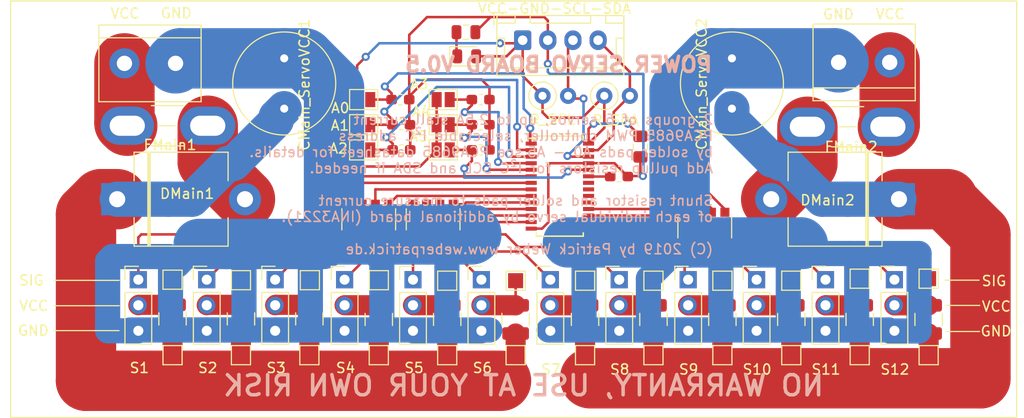
<source format=kicad_pcb>
(kicad_pcb (version 20171130) (host pcbnew "(5.1.2)-2")

  (general
    (thickness 1.6)
    (drawings 24)
    (tracks 417)
    (zones 0)
    (modules 81)
    (nets 61)
  )

  (page A4)
  (layers
    (0 F.Cu signal)
    (31 B.Cu signal)
    (32 B.Adhes user)
    (33 F.Adhes user)
    (34 B.Paste user)
    (35 F.Paste user)
    (36 B.SilkS user)
    (37 F.SilkS user)
    (38 B.Mask user)
    (39 F.Mask user)
    (40 Dwgs.User user)
    (41 Cmts.User user)
    (42 Eco1.User user)
    (43 Eco2.User user)
    (44 Edge.Cuts user)
    (45 Margin user)
    (46 B.CrtYd user)
    (47 F.CrtYd user)
    (48 B.Fab user)
    (49 F.Fab user)
  )

  (setup
    (last_trace_width 0.25)
    (user_trace_width 0.25)
    (user_trace_width 2)
    (user_trace_width 2.5)
    (user_trace_width 3.5)
    (user_trace_width 5)
    (user_trace_width 6)
    (trace_clearance 0.2)
    (zone_clearance 0.508)
    (zone_45_only no)
    (trace_min 0.2)
    (via_size 0.8)
    (via_drill 0.4)
    (via_min_size 0.4)
    (via_min_drill 0.3)
    (uvia_size 0.3)
    (uvia_drill 0.1)
    (uvias_allowed no)
    (uvia_min_size 0.2)
    (uvia_min_drill 0.1)
    (edge_width 0.05)
    (segment_width 0.2)
    (pcb_text_width 0.3)
    (pcb_text_size 1.5 1.5)
    (mod_edge_width 0.12)
    (mod_text_size 1 1)
    (mod_text_width 0.15)
    (pad_size 1.524 1.524)
    (pad_drill 0.762)
    (pad_to_mask_clearance 0.051)
    (solder_mask_min_width 0.25)
    (aux_axis_origin 0 0)
    (visible_elements 7FFFFFFF)
    (pcbplotparams
      (layerselection 0x010f0_ffffffff)
      (usegerberextensions false)
      (usegerberattributes false)
      (usegerberadvancedattributes false)
      (creategerberjobfile false)
      (excludeedgelayer true)
      (linewidth 0.100000)
      (plotframeref false)
      (viasonmask false)
      (mode 1)
      (useauxorigin false)
      (hpglpennumber 1)
      (hpglpenspeed 20)
      (hpglpendiameter 15.000000)
      (psnegative false)
      (psa4output false)
      (plotreference true)
      (plotvalue true)
      (plotinvisibletext false)
      (padsonsilk false)
      (subtractmaskfromsilk false)
      (outputformat 1)
      (mirror false)
      (drillshape 0)
      (scaleselection 1)
      (outputdirectory "Gerber/"))
  )

  (net 0 "")
  (net 1 INA_VCC)
  (net 2 GND)
  (net 3 Servo_GND1)
  (net 4 Servo_VCC1)
  (net 5 Servo_VCC2)
  (net 6 Servo_GND2)
  (net 7 "Net-(DMain1-Pad2)")
  (net 8 "Net-(DMain2-Pad2)")
  (net 9 "Net-(FMain1-Pad2)")
  (net 10 "Net-(FMain2-Pad2)")
  (net 11 SCL)
  (net 12 SDA)
  (net 13 PWM_Servo1)
  (net 14 PWM_Servo2)
  (net 15 PWM_Servo3)
  (net 16 PWM_Servo4)
  (net 17 PWM_Servo5)
  (net 18 PWM_Servo6)
  (net 19 PWM_Servo7)
  (net 20 PWM_Servo8)
  (net 21 PWM_Servo9)
  (net 22 PWM_Servo10)
  (net 23 PWM_Servo11)
  (net 24 PWM_Servo12)
  (net 25 "Net-(LP_PCA1-Pad2)")
  (net 26 "Net-(LP_PCA2-Pad2)")
  (net 27 "Net-(LP_PCA3-Pad2)")
  (net 28 "Net-(LP_PCA4-Pad2)")
  (net 29 "Net-(LP_PCA5-Pad2)")
  (net 30 "Net-(LP_PCA6-Pad2)")
  (net 31 "Net-(PCA1-Pad6)")
  (net 32 "Net-(PCA1-Pad7)")
  (net 33 "Net-(PCA1-Pad8)")
  (net 34 "Net-(PCA1-Pad9)")
  (net 35 "Net-(PCA1-Pad10)")
  (net 36 "Net-(PCA1-Pad11)")
  (net 37 "Net-(PCA1-Pad12)")
  (net 38 "Net-(PCA1-Pad13)")
  (net 39 "Net-(PCA1-Pad15)")
  (net 40 "Net-(PCA1-Pad16)")
  (net 41 "Net-(PCA1-Pad17)")
  (net 42 "Net-(PCA1-Pad18)")
  (net 43 "Net-(PCA1-Pad19)")
  (net 44 "Net-(PCA1-Pad20)")
  (net 45 "Net-(PCA1-Pad21)")
  (net 46 "Net-(PCA1-Pad22)")
  (net 47 "Net-(PCA1-Pad23)")
  (net 48 "Net-(PWR_LED1-Pad1)")
  (net 49 Shunt_3_IN-)
  (net 50 Shunt_2_IN-)
  (net 51 Shunt_1_IN-)
  (net 52 Shunt_6_IN-)
  (net 53 Shunt_5_IN-)
  (net 54 Shunt_4_IN-)
  (net 55 Shunt_9_IN-)
  (net 56 Shunt_8_IN-)
  (net 57 Shunt_7_IN-)
  (net 58 Shunt_12_IN-)
  (net 59 Shunt_11_IN-)
  (net 60 Shunt_10_IN-)

  (net_class Default "Dies ist die voreingestellte Netzklasse."
    (clearance 0.2)
    (trace_width 0.25)
    (via_dia 0.8)
    (via_drill 0.4)
    (uvia_dia 0.3)
    (uvia_drill 0.1)
    (add_net GND)
    (add_net INA_VCC)
    (add_net "Net-(DMain1-Pad2)")
    (add_net "Net-(DMain2-Pad2)")
    (add_net "Net-(FMain1-Pad2)")
    (add_net "Net-(FMain2-Pad2)")
    (add_net "Net-(LP_PCA1-Pad2)")
    (add_net "Net-(LP_PCA2-Pad2)")
    (add_net "Net-(LP_PCA3-Pad2)")
    (add_net "Net-(LP_PCA4-Pad2)")
    (add_net "Net-(LP_PCA5-Pad2)")
    (add_net "Net-(LP_PCA6-Pad2)")
    (add_net "Net-(PCA1-Pad10)")
    (add_net "Net-(PCA1-Pad11)")
    (add_net "Net-(PCA1-Pad12)")
    (add_net "Net-(PCA1-Pad13)")
    (add_net "Net-(PCA1-Pad15)")
    (add_net "Net-(PCA1-Pad16)")
    (add_net "Net-(PCA1-Pad17)")
    (add_net "Net-(PCA1-Pad18)")
    (add_net "Net-(PCA1-Pad19)")
    (add_net "Net-(PCA1-Pad20)")
    (add_net "Net-(PCA1-Pad21)")
    (add_net "Net-(PCA1-Pad22)")
    (add_net "Net-(PCA1-Pad23)")
    (add_net "Net-(PCA1-Pad6)")
    (add_net "Net-(PCA1-Pad7)")
    (add_net "Net-(PCA1-Pad8)")
    (add_net "Net-(PCA1-Pad9)")
    (add_net "Net-(PWR_LED1-Pad1)")
    (add_net PWM_Servo1)
    (add_net PWM_Servo10)
    (add_net PWM_Servo11)
    (add_net PWM_Servo12)
    (add_net PWM_Servo2)
    (add_net PWM_Servo3)
    (add_net PWM_Servo4)
    (add_net PWM_Servo5)
    (add_net PWM_Servo6)
    (add_net PWM_Servo7)
    (add_net PWM_Servo8)
    (add_net PWM_Servo9)
    (add_net SCL)
    (add_net SDA)
    (add_net Servo_GND1)
    (add_net Servo_GND2)
    (add_net Servo_VCC1)
    (add_net Servo_VCC2)
    (add_net Shunt_10_IN-)
    (add_net Shunt_11_IN-)
    (add_net Shunt_12_IN-)
    (add_net Shunt_1_IN-)
    (add_net Shunt_2_IN-)
    (add_net Shunt_3_IN-)
    (add_net Shunt_4_IN-)
    (add_net Shunt_5_IN-)
    (add_net Shunt_6_IN-)
    (add_net Shunt_7_IN-)
    (add_net Shunt_8_IN-)
    (add_net Shunt_9_IN-)
  )

  (net_class 5A_Current ""
    (clearance 0.2)
    (trace_width 3.5)
    (via_dia 0.8)
    (via_drill 0.4)
    (uvia_dia 0.3)
    (uvia_drill 0.1)
  )

  (net_class HighCurrent ""
    (clearance 0.2)
    (trace_width 5)
    (via_dia 0.8)
    (via_drill 0.4)
    (uvia_dia 0.3)
    (uvia_drill 0.1)
  )

  (module MountingHole:MountingHole_3.2mm_M3 (layer F.Cu) (tedit 56D1B4CB) (tstamp 5DB15069)
    (at 145.6 72.05)
    (descr "Mounting Hole 3.2mm, no annular, M3")
    (tags "mounting hole 3.2mm no annular m3")
    (path /5DB149E9)
    (attr virtual)
    (fp_text reference H3 (at 0 -4.2) (layer F.SilkS) hide
      (effects (font (size 1 1) (thickness 0.15)))
    )
    (fp_text value MountingHole (at 0 4.2) (layer F.Fab)
      (effects (font (size 1 1) (thickness 0.15)))
    )
    (fp_circle (center 0 0) (end 3.45 0) (layer F.CrtYd) (width 0.05))
    (fp_circle (center 0 0) (end 3.2 0) (layer Cmts.User) (width 0.15))
    (fp_text user %R (at 0.3 0) (layer F.Fab)
      (effects (font (size 1 1) (thickness 0.15)))
    )
    (pad 1 np_thru_hole circle (at 0 0) (size 3.2 3.2) (drill 3.2) (layers *.Cu *.Mask))
  )

  (module MountingHole:MountingHole_3.2mm_M3 (layer F.Cu) (tedit 56D1B4CB) (tstamp 5DB15061)
    (at 54.1 72.05)
    (descr "Mounting Hole 3.2mm, no annular, M3")
    (tags "mounting hole 3.2mm no annular m3")
    (path /5DB14EB8)
    (attr virtual)
    (fp_text reference H2 (at 0 -4.2) (layer F.SilkS) hide
      (effects (font (size 1 1) (thickness 0.15)))
    )
    (fp_text value MountingHole (at 0 4.2) (layer F.Fab)
      (effects (font (size 1 1) (thickness 0.15)))
    )
    (fp_circle (center 0 0) (end 3.45 0) (layer F.CrtYd) (width 0.05))
    (fp_circle (center 0 0) (end 3.2 0) (layer Cmts.User) (width 0.15))
    (fp_text user %R (at 0.3 0) (layer F.Fab)
      (effects (font (size 1 1) (thickness 0.15)))
    )
    (pad 1 np_thru_hole circle (at 0 0) (size 3.2 3.2) (drill 3.2) (layers *.Cu *.Mask))
  )

  (module TestPoint:TestPoint_Pad_1.5x1.5mm (layer F.Cu) (tedit 5A0F774F) (tstamp 5DB00039)
    (at 141.25 87.4)
    (descr "SMD rectangular pad as test Point, square 1.5mm side length")
    (tags "test point SMD pad rectangle square")
    (path /5DB02FEB)
    (attr virtual)
    (fp_text reference TP24 (at 0 -1.648) (layer F.SilkS) hide
      (effects (font (size 1 1) (thickness 0.15)))
    )
    (fp_text value TestPoint (at 0 1.75) (layer F.Fab)
      (effects (font (size 1 1) (thickness 0.15)))
    )
    (fp_line (start 1.25 1.25) (end -1.25 1.25) (layer F.CrtYd) (width 0.05))
    (fp_line (start 1.25 1.25) (end 1.25 -1.25) (layer F.CrtYd) (width 0.05))
    (fp_line (start -1.25 -1.25) (end -1.25 1.25) (layer F.CrtYd) (width 0.05))
    (fp_line (start -1.25 -1.25) (end 1.25 -1.25) (layer F.CrtYd) (width 0.05))
    (fp_line (start -0.95 0.95) (end -0.95 -0.95) (layer F.SilkS) (width 0.12))
    (fp_line (start 0.95 0.95) (end -0.95 0.95) (layer F.SilkS) (width 0.12))
    (fp_line (start 0.95 -0.95) (end 0.95 0.95) (layer F.SilkS) (width 0.12))
    (fp_line (start -0.95 -0.95) (end 0.95 -0.95) (layer F.SilkS) (width 0.12))
    (fp_text user %R (at 0 -1.65) (layer F.Fab)
      (effects (font (size 1 1) (thickness 0.15)))
    )
    (pad 1 smd rect (at 0 0) (size 1.5 1.5) (layers F.Cu F.Mask)
      (net 58 Shunt_12_IN-))
  )

  (module TestPoint:TestPoint_Pad_1.5x1.5mm (layer F.Cu) (tedit 5A0F774F) (tstamp 5DB0002B)
    (at 141.25 95)
    (descr "SMD rectangular pad as test Point, square 1.5mm side length")
    (tags "test point SMD pad rectangle square")
    (path /5DB02FE5)
    (attr virtual)
    (fp_text reference TP23 (at 0 -1.648) (layer F.SilkS) hide
      (effects (font (size 1 1) (thickness 0.15)))
    )
    (fp_text value TestPoint (at 0 1.75) (layer F.Fab)
      (effects (font (size 1 1) (thickness 0.15)))
    )
    (fp_line (start 1.25 1.25) (end -1.25 1.25) (layer F.CrtYd) (width 0.05))
    (fp_line (start 1.25 1.25) (end 1.25 -1.25) (layer F.CrtYd) (width 0.05))
    (fp_line (start -1.25 -1.25) (end -1.25 1.25) (layer F.CrtYd) (width 0.05))
    (fp_line (start -1.25 -1.25) (end 1.25 -1.25) (layer F.CrtYd) (width 0.05))
    (fp_line (start -0.95 0.95) (end -0.95 -0.95) (layer F.SilkS) (width 0.12))
    (fp_line (start 0.95 0.95) (end -0.95 0.95) (layer F.SilkS) (width 0.12))
    (fp_line (start 0.95 -0.95) (end 0.95 0.95) (layer F.SilkS) (width 0.12))
    (fp_line (start -0.95 -0.95) (end 0.95 -0.95) (layer F.SilkS) (width 0.12))
    (fp_text user %R (at 0 -1.65) (layer F.Fab)
      (effects (font (size 1 1) (thickness 0.15)))
    )
    (pad 1 smd rect (at 0 0) (size 1.5 1.5) (layers F.Cu F.Mask)
      (net 5 Servo_VCC2))
  )

  (module TestPoint:TestPoint_Pad_1.5x1.5mm (layer F.Cu) (tedit 5A0F774F) (tstamp 5DB0001D)
    (at 134.4 87.4)
    (descr "SMD rectangular pad as test Point, square 1.5mm side length")
    (tags "test point SMD pad rectangle square")
    (path /5DB02FDF)
    (attr virtual)
    (fp_text reference TP22 (at 0 -1.648) (layer F.SilkS) hide
      (effects (font (size 1 1) (thickness 0.15)))
    )
    (fp_text value TestPoint (at 0 1.75) (layer F.Fab)
      (effects (font (size 1 1) (thickness 0.15)))
    )
    (fp_line (start 1.25 1.25) (end -1.25 1.25) (layer F.CrtYd) (width 0.05))
    (fp_line (start 1.25 1.25) (end 1.25 -1.25) (layer F.CrtYd) (width 0.05))
    (fp_line (start -1.25 -1.25) (end -1.25 1.25) (layer F.CrtYd) (width 0.05))
    (fp_line (start -1.25 -1.25) (end 1.25 -1.25) (layer F.CrtYd) (width 0.05))
    (fp_line (start -0.95 0.95) (end -0.95 -0.95) (layer F.SilkS) (width 0.12))
    (fp_line (start 0.95 0.95) (end -0.95 0.95) (layer F.SilkS) (width 0.12))
    (fp_line (start 0.95 -0.95) (end 0.95 0.95) (layer F.SilkS) (width 0.12))
    (fp_line (start -0.95 -0.95) (end 0.95 -0.95) (layer F.SilkS) (width 0.12))
    (fp_text user %R (at 0 -1.65) (layer F.Fab)
      (effects (font (size 1 1) (thickness 0.15)))
    )
    (pad 1 smd rect (at 0 0) (size 1.5 1.5) (layers F.Cu F.Mask)
      (net 59 Shunt_11_IN-))
  )

  (module TestPoint:TestPoint_Pad_1.5x1.5mm (layer F.Cu) (tedit 5A0F774F) (tstamp 5DB0000F)
    (at 134.4 95)
    (descr "SMD rectangular pad as test Point, square 1.5mm side length")
    (tags "test point SMD pad rectangle square")
    (path /5DB02FD9)
    (attr virtual)
    (fp_text reference TP21 (at 0 -1.648) (layer F.SilkS) hide
      (effects (font (size 1 1) (thickness 0.15)))
    )
    (fp_text value TestPoint (at 0 1.75) (layer F.Fab)
      (effects (font (size 1 1) (thickness 0.15)))
    )
    (fp_line (start 1.25 1.25) (end -1.25 1.25) (layer F.CrtYd) (width 0.05))
    (fp_line (start 1.25 1.25) (end 1.25 -1.25) (layer F.CrtYd) (width 0.05))
    (fp_line (start -1.25 -1.25) (end -1.25 1.25) (layer F.CrtYd) (width 0.05))
    (fp_line (start -1.25 -1.25) (end 1.25 -1.25) (layer F.CrtYd) (width 0.05))
    (fp_line (start -0.95 0.95) (end -0.95 -0.95) (layer F.SilkS) (width 0.12))
    (fp_line (start 0.95 0.95) (end -0.95 0.95) (layer F.SilkS) (width 0.12))
    (fp_line (start 0.95 -0.95) (end 0.95 0.95) (layer F.SilkS) (width 0.12))
    (fp_line (start -0.95 -0.95) (end 0.95 -0.95) (layer F.SilkS) (width 0.12))
    (fp_text user %R (at 0 -1.65) (layer F.Fab)
      (effects (font (size 1 1) (thickness 0.15)))
    )
    (pad 1 smd rect (at 0 0) (size 1.5 1.5) (layers F.Cu F.Mask)
      (net 5 Servo_VCC2))
  )

  (module TestPoint:TestPoint_Pad_1.5x1.5mm (layer F.Cu) (tedit 5A0F774F) (tstamp 5DB00001)
    (at 127.6 87.6)
    (descr "SMD rectangular pad as test Point, square 1.5mm side length")
    (tags "test point SMD pad rectangle square")
    (path /5DB02FD3)
    (attr virtual)
    (fp_text reference TP20 (at 0 -1.648) (layer F.SilkS) hide
      (effects (font (size 1 1) (thickness 0.15)))
    )
    (fp_text value TestPoint (at 0 1.75) (layer F.Fab)
      (effects (font (size 1 1) (thickness 0.15)))
    )
    (fp_line (start 1.25 1.25) (end -1.25 1.25) (layer F.CrtYd) (width 0.05))
    (fp_line (start 1.25 1.25) (end 1.25 -1.25) (layer F.CrtYd) (width 0.05))
    (fp_line (start -1.25 -1.25) (end -1.25 1.25) (layer F.CrtYd) (width 0.05))
    (fp_line (start -1.25 -1.25) (end 1.25 -1.25) (layer F.CrtYd) (width 0.05))
    (fp_line (start -0.95 0.95) (end -0.95 -0.95) (layer F.SilkS) (width 0.12))
    (fp_line (start 0.95 0.95) (end -0.95 0.95) (layer F.SilkS) (width 0.12))
    (fp_line (start 0.95 -0.95) (end 0.95 0.95) (layer F.SilkS) (width 0.12))
    (fp_line (start -0.95 -0.95) (end 0.95 -0.95) (layer F.SilkS) (width 0.12))
    (fp_text user %R (at 0 -1.65) (layer F.Fab)
      (effects (font (size 1 1) (thickness 0.15)))
    )
    (pad 1 smd rect (at 0 0) (size 1.5 1.5) (layers F.Cu F.Mask)
      (net 60 Shunt_10_IN-))
  )

  (module TestPoint:TestPoint_Pad_1.5x1.5mm (layer F.Cu) (tedit 5A0F774F) (tstamp 5DAFFFF3)
    (at 127.6 95)
    (descr "SMD rectangular pad as test Point, square 1.5mm side length")
    (tags "test point SMD pad rectangle square")
    (path /5DB02FCD)
    (attr virtual)
    (fp_text reference TP19 (at 0 -1.648) (layer F.SilkS) hide
      (effects (font (size 1 1) (thickness 0.15)))
    )
    (fp_text value TestPoint (at 0 1.75) (layer F.Fab)
      (effects (font (size 1 1) (thickness 0.15)))
    )
    (fp_line (start 1.25 1.25) (end -1.25 1.25) (layer F.CrtYd) (width 0.05))
    (fp_line (start 1.25 1.25) (end 1.25 -1.25) (layer F.CrtYd) (width 0.05))
    (fp_line (start -1.25 -1.25) (end -1.25 1.25) (layer F.CrtYd) (width 0.05))
    (fp_line (start -1.25 -1.25) (end 1.25 -1.25) (layer F.CrtYd) (width 0.05))
    (fp_line (start -0.95 0.95) (end -0.95 -0.95) (layer F.SilkS) (width 0.12))
    (fp_line (start 0.95 0.95) (end -0.95 0.95) (layer F.SilkS) (width 0.12))
    (fp_line (start 0.95 -0.95) (end 0.95 0.95) (layer F.SilkS) (width 0.12))
    (fp_line (start -0.95 -0.95) (end 0.95 -0.95) (layer F.SilkS) (width 0.12))
    (fp_text user %R (at 0 -1.65) (layer F.Fab)
      (effects (font (size 1 1) (thickness 0.15)))
    )
    (pad 1 smd rect (at 0 0) (size 1.5 1.5) (layers F.Cu F.Mask)
      (net 5 Servo_VCC2))
  )

  (module TestPoint:TestPoint_Pad_1.5x1.5mm (layer F.Cu) (tedit 5A0F774F) (tstamp 5DB02DAD)
    (at 120.75 87.6)
    (descr "SMD rectangular pad as test Point, square 1.5mm side length")
    (tags "test point SMD pad rectangle square")
    (path /5DB02FC7)
    (attr virtual)
    (fp_text reference TP18 (at 0 -1.648) (layer F.SilkS) hide
      (effects (font (size 1 1) (thickness 0.15)))
    )
    (fp_text value TestPoint (at 0 1.75) (layer F.Fab)
      (effects (font (size 1 1) (thickness 0.15)))
    )
    (fp_line (start 1.25 1.25) (end -1.25 1.25) (layer F.CrtYd) (width 0.05))
    (fp_line (start 1.25 1.25) (end 1.25 -1.25) (layer F.CrtYd) (width 0.05))
    (fp_line (start -1.25 -1.25) (end -1.25 1.25) (layer F.CrtYd) (width 0.05))
    (fp_line (start -1.25 -1.25) (end 1.25 -1.25) (layer F.CrtYd) (width 0.05))
    (fp_line (start -0.95 0.95) (end -0.95 -0.95) (layer F.SilkS) (width 0.12))
    (fp_line (start 0.95 0.95) (end -0.95 0.95) (layer F.SilkS) (width 0.12))
    (fp_line (start 0.95 -0.95) (end 0.95 0.95) (layer F.SilkS) (width 0.12))
    (fp_line (start -0.95 -0.95) (end 0.95 -0.95) (layer F.SilkS) (width 0.12))
    (fp_text user %R (at 0 -1.65) (layer F.Fab)
      (effects (font (size 1 1) (thickness 0.15)))
    )
    (pad 1 smd rect (at 0 0) (size 1.5 1.5) (layers F.Cu F.Mask)
      (net 55 Shunt_9_IN-))
  )

  (module TestPoint:TestPoint_Pad_1.5x1.5mm (layer F.Cu) (tedit 5A0F774F) (tstamp 5DAFFFD7)
    (at 120.75 95)
    (descr "SMD rectangular pad as test Point, square 1.5mm side length")
    (tags "test point SMD pad rectangle square")
    (path /5DB02FC1)
    (attr virtual)
    (fp_text reference TP17 (at 0 -1.648) (layer F.SilkS) hide
      (effects (font (size 1 1) (thickness 0.15)))
    )
    (fp_text value TestPoint (at 0 1.75) (layer F.Fab)
      (effects (font (size 1 1) (thickness 0.15)))
    )
    (fp_line (start 1.25 1.25) (end -1.25 1.25) (layer F.CrtYd) (width 0.05))
    (fp_line (start 1.25 1.25) (end 1.25 -1.25) (layer F.CrtYd) (width 0.05))
    (fp_line (start -1.25 -1.25) (end -1.25 1.25) (layer F.CrtYd) (width 0.05))
    (fp_line (start -1.25 -1.25) (end 1.25 -1.25) (layer F.CrtYd) (width 0.05))
    (fp_line (start -0.95 0.95) (end -0.95 -0.95) (layer F.SilkS) (width 0.12))
    (fp_line (start 0.95 0.95) (end -0.95 0.95) (layer F.SilkS) (width 0.12))
    (fp_line (start 0.95 -0.95) (end 0.95 0.95) (layer F.SilkS) (width 0.12))
    (fp_line (start -0.95 -0.95) (end 0.95 -0.95) (layer F.SilkS) (width 0.12))
    (fp_text user %R (at 0 -1.65) (layer F.Fab)
      (effects (font (size 1 1) (thickness 0.15)))
    )
    (pad 1 smd rect (at 0 0) (size 1.5 1.5) (layers F.Cu F.Mask)
      (net 5 Servo_VCC2))
  )

  (module TestPoint:TestPoint_Pad_1.5x1.5mm (layer F.Cu) (tedit 5A0F774F) (tstamp 5DAFFFC9)
    (at 113.9 87.6)
    (descr "SMD rectangular pad as test Point, square 1.5mm side length")
    (tags "test point SMD pad rectangle square")
    (path /5DB02FBB)
    (attr virtual)
    (fp_text reference TP16 (at 0 -1.648) (layer F.SilkS) hide
      (effects (font (size 1 1) (thickness 0.15)))
    )
    (fp_text value TestPoint (at 0 1.75) (layer F.Fab)
      (effects (font (size 1 1) (thickness 0.15)))
    )
    (fp_line (start 1.25 1.25) (end -1.25 1.25) (layer F.CrtYd) (width 0.05))
    (fp_line (start 1.25 1.25) (end 1.25 -1.25) (layer F.CrtYd) (width 0.05))
    (fp_line (start -1.25 -1.25) (end -1.25 1.25) (layer F.CrtYd) (width 0.05))
    (fp_line (start -1.25 -1.25) (end 1.25 -1.25) (layer F.CrtYd) (width 0.05))
    (fp_line (start -0.95 0.95) (end -0.95 -0.95) (layer F.SilkS) (width 0.12))
    (fp_line (start 0.95 0.95) (end -0.95 0.95) (layer F.SilkS) (width 0.12))
    (fp_line (start 0.95 -0.95) (end 0.95 0.95) (layer F.SilkS) (width 0.12))
    (fp_line (start -0.95 -0.95) (end 0.95 -0.95) (layer F.SilkS) (width 0.12))
    (fp_text user %R (at 0 -1.65) (layer F.Fab)
      (effects (font (size 1 1) (thickness 0.15)))
    )
    (pad 1 smd rect (at 0 0) (size 1.5 1.5) (layers F.Cu F.Mask)
      (net 56 Shunt_8_IN-))
  )

  (module TestPoint:TestPoint_Pad_1.5x1.5mm (layer F.Cu) (tedit 5A0F774F) (tstamp 5DAFFFBB)
    (at 113.9 95)
    (descr "SMD rectangular pad as test Point, square 1.5mm side length")
    (tags "test point SMD pad rectangle square")
    (path /5DB02FB5)
    (attr virtual)
    (fp_text reference TP15 (at 0 -1.648) (layer F.SilkS) hide
      (effects (font (size 1 1) (thickness 0.15)))
    )
    (fp_text value TestPoint (at 0 1.75) (layer F.Fab)
      (effects (font (size 1 1) (thickness 0.15)))
    )
    (fp_line (start 1.25 1.25) (end -1.25 1.25) (layer F.CrtYd) (width 0.05))
    (fp_line (start 1.25 1.25) (end 1.25 -1.25) (layer F.CrtYd) (width 0.05))
    (fp_line (start -1.25 -1.25) (end -1.25 1.25) (layer F.CrtYd) (width 0.05))
    (fp_line (start -1.25 -1.25) (end 1.25 -1.25) (layer F.CrtYd) (width 0.05))
    (fp_line (start -0.95 0.95) (end -0.95 -0.95) (layer F.SilkS) (width 0.12))
    (fp_line (start 0.95 0.95) (end -0.95 0.95) (layer F.SilkS) (width 0.12))
    (fp_line (start 0.95 -0.95) (end 0.95 0.95) (layer F.SilkS) (width 0.12))
    (fp_line (start -0.95 -0.95) (end 0.95 -0.95) (layer F.SilkS) (width 0.12))
    (fp_text user %R (at 0 -1.65) (layer F.Fab)
      (effects (font (size 1 1) (thickness 0.15)))
    )
    (pad 1 smd rect (at 0 0) (size 1.5 1.5) (layers F.Cu F.Mask)
      (net 5 Servo_VCC2))
  )

  (module TestPoint:TestPoint_Pad_1.5x1.5mm (layer F.Cu) (tedit 5A0F774F) (tstamp 5DB02CA4)
    (at 107.1 87.6)
    (descr "SMD rectangular pad as test Point, square 1.5mm side length")
    (tags "test point SMD pad rectangle square")
    (path /5DB02FAF)
    (attr virtual)
    (fp_text reference TP14 (at 0 -1.648) (layer F.SilkS) hide
      (effects (font (size 1 1) (thickness 0.15)))
    )
    (fp_text value TestPoint (at 0 1.75) (layer F.Fab)
      (effects (font (size 1 1) (thickness 0.15)))
    )
    (fp_line (start 1.25 1.25) (end -1.25 1.25) (layer F.CrtYd) (width 0.05))
    (fp_line (start 1.25 1.25) (end 1.25 -1.25) (layer F.CrtYd) (width 0.05))
    (fp_line (start -1.25 -1.25) (end -1.25 1.25) (layer F.CrtYd) (width 0.05))
    (fp_line (start -1.25 -1.25) (end 1.25 -1.25) (layer F.CrtYd) (width 0.05))
    (fp_line (start -0.95 0.95) (end -0.95 -0.95) (layer F.SilkS) (width 0.12))
    (fp_line (start 0.95 0.95) (end -0.95 0.95) (layer F.SilkS) (width 0.12))
    (fp_line (start 0.95 -0.95) (end 0.95 0.95) (layer F.SilkS) (width 0.12))
    (fp_line (start -0.95 -0.95) (end 0.95 -0.95) (layer F.SilkS) (width 0.12))
    (fp_text user %R (at 0 -1.65) (layer F.Fab)
      (effects (font (size 1 1) (thickness 0.15)))
    )
    (pad 1 smd rect (at 0 0) (size 1.5 1.5) (layers F.Cu F.Mask)
      (net 57 Shunt_7_IN-))
  )

  (module TestPoint:TestPoint_Pad_1.5x1.5mm (layer F.Cu) (tedit 5A0F774F) (tstamp 5DAFFF9F)
    (at 107.1 95)
    (descr "SMD rectangular pad as test Point, square 1.5mm side length")
    (tags "test point SMD pad rectangle square")
    (path /5DB02FA9)
    (attr virtual)
    (fp_text reference TP13 (at 0 -1.648) (layer F.SilkS) hide
      (effects (font (size 1 1) (thickness 0.15)))
    )
    (fp_text value TestPoint (at 0 1.75) (layer F.Fab)
      (effects (font (size 1 1) (thickness 0.15)))
    )
    (fp_line (start 1.25 1.25) (end -1.25 1.25) (layer F.CrtYd) (width 0.05))
    (fp_line (start 1.25 1.25) (end 1.25 -1.25) (layer F.CrtYd) (width 0.05))
    (fp_line (start -1.25 -1.25) (end -1.25 1.25) (layer F.CrtYd) (width 0.05))
    (fp_line (start -1.25 -1.25) (end 1.25 -1.25) (layer F.CrtYd) (width 0.05))
    (fp_line (start -0.95 0.95) (end -0.95 -0.95) (layer F.SilkS) (width 0.12))
    (fp_line (start 0.95 0.95) (end -0.95 0.95) (layer F.SilkS) (width 0.12))
    (fp_line (start 0.95 -0.95) (end 0.95 0.95) (layer F.SilkS) (width 0.12))
    (fp_line (start -0.95 -0.95) (end 0.95 -0.95) (layer F.SilkS) (width 0.12))
    (fp_text user %R (at 0 -1.65) (layer F.Fab)
      (effects (font (size 1 1) (thickness 0.15)))
    )
    (pad 1 smd rect (at 0 0) (size 1.5 1.5) (layers F.Cu F.Mask)
      (net 5 Servo_VCC2))
  )

  (module TestPoint:TestPoint_Pad_1.5x1.5mm (layer F.Cu) (tedit 5A0F774F) (tstamp 5DAFFF91)
    (at 100.2 87.6)
    (descr "SMD rectangular pad as test Point, square 1.5mm side length")
    (tags "test point SMD pad rectangle square")
    (path /5DB00B57)
    (attr virtual)
    (fp_text reference S6-1 (at 0 -1.648) (layer F.SilkS) hide
      (effects (font (size 1 1) (thickness 0.15)))
    )
    (fp_text value TestPoint (at 0 1.75) (layer F.Fab)
      (effects (font (size 1 1) (thickness 0.15)))
    )
    (fp_line (start 1.25 1.25) (end -1.25 1.25) (layer F.CrtYd) (width 0.05))
    (fp_line (start 1.25 1.25) (end 1.25 -1.25) (layer F.CrtYd) (width 0.05))
    (fp_line (start -1.25 -1.25) (end -1.25 1.25) (layer F.CrtYd) (width 0.05))
    (fp_line (start -1.25 -1.25) (end 1.25 -1.25) (layer F.CrtYd) (width 0.05))
    (fp_line (start -0.95 0.95) (end -0.95 -0.95) (layer F.SilkS) (width 0.12))
    (fp_line (start 0.95 0.95) (end -0.95 0.95) (layer F.SilkS) (width 0.12))
    (fp_line (start 0.95 -0.95) (end 0.95 0.95) (layer F.SilkS) (width 0.12))
    (fp_line (start -0.95 -0.95) (end 0.95 -0.95) (layer F.SilkS) (width 0.12))
    (fp_text user %R (at 0 -1.65) (layer F.Fab)
      (effects (font (size 1 1) (thickness 0.15)))
    )
    (pad 1 smd rect (at 0 0) (size 1.5 1.5) (layers F.Cu F.Mask)
      (net 52 Shunt_6_IN-))
  )

  (module TestPoint:TestPoint_Pad_1.5x1.5mm (layer F.Cu) (tedit 5A0F774F) (tstamp 5DAFFF83)
    (at 100.2 95)
    (descr "SMD rectangular pad as test Point, square 1.5mm side length")
    (tags "test point SMD pad rectangle square")
    (path /5DB00A04)
    (attr virtual)
    (fp_text reference S6+1 (at 0 -1.648) (layer F.SilkS) hide
      (effects (font (size 1 1) (thickness 0.15)))
    )
    (fp_text value TestPoint (at 0 1.75) (layer F.Fab)
      (effects (font (size 1 1) (thickness 0.15)))
    )
    (fp_line (start 1.25 1.25) (end -1.25 1.25) (layer F.CrtYd) (width 0.05))
    (fp_line (start 1.25 1.25) (end 1.25 -1.25) (layer F.CrtYd) (width 0.05))
    (fp_line (start -1.25 -1.25) (end -1.25 1.25) (layer F.CrtYd) (width 0.05))
    (fp_line (start -1.25 -1.25) (end 1.25 -1.25) (layer F.CrtYd) (width 0.05))
    (fp_line (start -0.95 0.95) (end -0.95 -0.95) (layer F.SilkS) (width 0.12))
    (fp_line (start 0.95 0.95) (end -0.95 0.95) (layer F.SilkS) (width 0.12))
    (fp_line (start 0.95 -0.95) (end 0.95 0.95) (layer F.SilkS) (width 0.12))
    (fp_line (start -0.95 -0.95) (end 0.95 -0.95) (layer F.SilkS) (width 0.12))
    (fp_text user %R (at 0 -1.65) (layer F.Fab)
      (effects (font (size 1 1) (thickness 0.15)))
    )
    (pad 1 smd rect (at 0 0) (size 1.5 1.5) (layers F.Cu F.Mask)
      (net 4 Servo_VCC1))
  )

  (module TestPoint:TestPoint_Pad_1.5x1.5mm (layer F.Cu) (tedit 5A0F774F) (tstamp 5DAFFF75)
    (at 93.4 87.6)
    (descr "SMD rectangular pad as test Point, square 1.5mm side length")
    (tags "test point SMD pad rectangle square")
    (path /5DB00906)
    (attr virtual)
    (fp_text reference S5-1 (at 0 -1.648) (layer F.SilkS) hide
      (effects (font (size 1 1) (thickness 0.15)))
    )
    (fp_text value TestPoint (at 0 1.75) (layer F.Fab)
      (effects (font (size 1 1) (thickness 0.15)))
    )
    (fp_line (start 1.25 1.25) (end -1.25 1.25) (layer F.CrtYd) (width 0.05))
    (fp_line (start 1.25 1.25) (end 1.25 -1.25) (layer F.CrtYd) (width 0.05))
    (fp_line (start -1.25 -1.25) (end -1.25 1.25) (layer F.CrtYd) (width 0.05))
    (fp_line (start -1.25 -1.25) (end 1.25 -1.25) (layer F.CrtYd) (width 0.05))
    (fp_line (start -0.95 0.95) (end -0.95 -0.95) (layer F.SilkS) (width 0.12))
    (fp_line (start 0.95 0.95) (end -0.95 0.95) (layer F.SilkS) (width 0.12))
    (fp_line (start 0.95 -0.95) (end 0.95 0.95) (layer F.SilkS) (width 0.12))
    (fp_line (start -0.95 -0.95) (end 0.95 -0.95) (layer F.SilkS) (width 0.12))
    (fp_text user %R (at 0 -1.65) (layer F.Fab)
      (effects (font (size 1 1) (thickness 0.15)))
    )
    (pad 1 smd rect (at 0 0) (size 1.5 1.5) (layers F.Cu F.Mask)
      (net 53 Shunt_5_IN-))
  )

  (module TestPoint:TestPoint_Pad_1.5x1.5mm (layer F.Cu) (tedit 5A0F774F) (tstamp 5DAFFF67)
    (at 86.6 95)
    (descr "SMD rectangular pad as test Point, square 1.5mm side length")
    (tags "test point SMD pad rectangle square")
    (path /5DB007C0)
    (attr virtual)
    (fp_text reference S5+1 (at 0 -1.648) (layer F.SilkS) hide
      (effects (font (size 1 1) (thickness 0.15)))
    )
    (fp_text value TestPoint (at 0 1.75) (layer F.Fab)
      (effects (font (size 1 1) (thickness 0.15)))
    )
    (fp_line (start 1.25 1.25) (end -1.25 1.25) (layer F.CrtYd) (width 0.05))
    (fp_line (start 1.25 1.25) (end 1.25 -1.25) (layer F.CrtYd) (width 0.05))
    (fp_line (start -1.25 -1.25) (end -1.25 1.25) (layer F.CrtYd) (width 0.05))
    (fp_line (start -1.25 -1.25) (end 1.25 -1.25) (layer F.CrtYd) (width 0.05))
    (fp_line (start -0.95 0.95) (end -0.95 -0.95) (layer F.SilkS) (width 0.12))
    (fp_line (start 0.95 0.95) (end -0.95 0.95) (layer F.SilkS) (width 0.12))
    (fp_line (start 0.95 -0.95) (end 0.95 0.95) (layer F.SilkS) (width 0.12))
    (fp_line (start -0.95 -0.95) (end 0.95 -0.95) (layer F.SilkS) (width 0.12))
    (fp_text user %R (at 0 -1.65) (layer F.Fab)
      (effects (font (size 1 1) (thickness 0.15)))
    )
    (pad 1 smd rect (at 0 0) (size 1.5 1.5) (layers F.Cu F.Mask)
      (net 4 Servo_VCC1))
  )

  (module TestPoint:TestPoint_Pad_1.5x1.5mm (layer F.Cu) (tedit 5A0F774F) (tstamp 5DAFFF59)
    (at 86.6 87.55)
    (descr "SMD rectangular pad as test Point, square 1.5mm side length")
    (tags "test point SMD pad rectangle square")
    (path /5DB0065E)
    (attr virtual)
    (fp_text reference S4-1 (at 0 -1.648) (layer F.SilkS) hide
      (effects (font (size 1 1) (thickness 0.15)))
    )
    (fp_text value TestPoint (at 0 1.75) (layer F.Fab)
      (effects (font (size 1 1) (thickness 0.15)))
    )
    (fp_line (start 1.25 1.25) (end -1.25 1.25) (layer F.CrtYd) (width 0.05))
    (fp_line (start 1.25 1.25) (end 1.25 -1.25) (layer F.CrtYd) (width 0.05))
    (fp_line (start -1.25 -1.25) (end -1.25 1.25) (layer F.CrtYd) (width 0.05))
    (fp_line (start -1.25 -1.25) (end 1.25 -1.25) (layer F.CrtYd) (width 0.05))
    (fp_line (start -0.95 0.95) (end -0.95 -0.95) (layer F.SilkS) (width 0.12))
    (fp_line (start 0.95 0.95) (end -0.95 0.95) (layer F.SilkS) (width 0.12))
    (fp_line (start 0.95 -0.95) (end 0.95 0.95) (layer F.SilkS) (width 0.12))
    (fp_line (start -0.95 -0.95) (end 0.95 -0.95) (layer F.SilkS) (width 0.12))
    (fp_text user %R (at 0 -1.65) (layer F.Fab)
      (effects (font (size 1 1) (thickness 0.15)))
    )
    (pad 1 smd rect (at 0 0) (size 1.5 1.5) (layers F.Cu F.Mask)
      (net 54 Shunt_4_IN-))
  )

  (module TestPoint:TestPoint_Pad_1.5x1.5mm (layer F.Cu) (tedit 5A0F774F) (tstamp 5DAFFF4B)
    (at 93.4 95)
    (descr "SMD rectangular pad as test Point, square 1.5mm side length")
    (tags "test point SMD pad rectangle square")
    (path /5DB004F3)
    (attr virtual)
    (fp_text reference S4+1 (at 0 -1.648) (layer F.SilkS) hide
      (effects (font (size 1 1) (thickness 0.15)))
    )
    (fp_text value TestPoint (at 0 1.75) (layer F.Fab)
      (effects (font (size 1 1) (thickness 0.15)))
    )
    (fp_line (start 1.25 1.25) (end -1.25 1.25) (layer F.CrtYd) (width 0.05))
    (fp_line (start 1.25 1.25) (end 1.25 -1.25) (layer F.CrtYd) (width 0.05))
    (fp_line (start -1.25 -1.25) (end -1.25 1.25) (layer F.CrtYd) (width 0.05))
    (fp_line (start -1.25 -1.25) (end 1.25 -1.25) (layer F.CrtYd) (width 0.05))
    (fp_line (start -0.95 0.95) (end -0.95 -0.95) (layer F.SilkS) (width 0.12))
    (fp_line (start 0.95 0.95) (end -0.95 0.95) (layer F.SilkS) (width 0.12))
    (fp_line (start 0.95 -0.95) (end 0.95 0.95) (layer F.SilkS) (width 0.12))
    (fp_line (start -0.95 -0.95) (end 0.95 -0.95) (layer F.SilkS) (width 0.12))
    (fp_text user %R (at 0 -1.65) (layer F.Fab)
      (effects (font (size 1 1) (thickness 0.15)))
    )
    (pad 1 smd rect (at 0 0) (size 1.5 1.5) (layers F.Cu F.Mask)
      (net 4 Servo_VCC1))
  )

  (module TestPoint:TestPoint_Pad_1.5x1.5mm (layer F.Cu) (tedit 5A0F774F) (tstamp 5DAFFF3D)
    (at 79.75 87.55)
    (descr "SMD rectangular pad as test Point, square 1.5mm side length")
    (tags "test point SMD pad rectangle square")
    (path /5DB0039B)
    (attr virtual)
    (fp_text reference S3-1 (at 0 -1.648) (layer F.SilkS) hide
      (effects (font (size 1 1) (thickness 0.15)))
    )
    (fp_text value TestPoint (at 0 1.75) (layer F.Fab)
      (effects (font (size 1 1) (thickness 0.15)))
    )
    (fp_line (start 1.25 1.25) (end -1.25 1.25) (layer F.CrtYd) (width 0.05))
    (fp_line (start 1.25 1.25) (end 1.25 -1.25) (layer F.CrtYd) (width 0.05))
    (fp_line (start -1.25 -1.25) (end -1.25 1.25) (layer F.CrtYd) (width 0.05))
    (fp_line (start -1.25 -1.25) (end 1.25 -1.25) (layer F.CrtYd) (width 0.05))
    (fp_line (start -0.95 0.95) (end -0.95 -0.95) (layer F.SilkS) (width 0.12))
    (fp_line (start 0.95 0.95) (end -0.95 0.95) (layer F.SilkS) (width 0.12))
    (fp_line (start 0.95 -0.95) (end 0.95 0.95) (layer F.SilkS) (width 0.12))
    (fp_line (start -0.95 -0.95) (end 0.95 -0.95) (layer F.SilkS) (width 0.12))
    (fp_text user %R (at 0 -1.65) (layer F.Fab)
      (effects (font (size 1 1) (thickness 0.15)))
    )
    (pad 1 smd rect (at 0 0) (size 1.5 1.5) (layers F.Cu F.Mask)
      (net 49 Shunt_3_IN-))
  )

  (module TestPoint:TestPoint_Pad_1.5x1.5mm (layer F.Cu) (tedit 5A0F774F) (tstamp 5DAFFF2F)
    (at 79.7 95)
    (descr "SMD rectangular pad as test Point, square 1.5mm side length")
    (tags "test point SMD pad rectangle square")
    (path /5DB00276)
    (attr virtual)
    (fp_text reference S3+1 (at 0 -1.648) (layer F.SilkS) hide
      (effects (font (size 1 1) (thickness 0.15)))
    )
    (fp_text value TestPoint (at 0 1.75) (layer F.Fab)
      (effects (font (size 1 1) (thickness 0.15)))
    )
    (fp_line (start 1.25 1.25) (end -1.25 1.25) (layer F.CrtYd) (width 0.05))
    (fp_line (start 1.25 1.25) (end 1.25 -1.25) (layer F.CrtYd) (width 0.05))
    (fp_line (start -1.25 -1.25) (end -1.25 1.25) (layer F.CrtYd) (width 0.05))
    (fp_line (start -1.25 -1.25) (end 1.25 -1.25) (layer F.CrtYd) (width 0.05))
    (fp_line (start -0.95 0.95) (end -0.95 -0.95) (layer F.SilkS) (width 0.12))
    (fp_line (start 0.95 0.95) (end -0.95 0.95) (layer F.SilkS) (width 0.12))
    (fp_line (start 0.95 -0.95) (end 0.95 0.95) (layer F.SilkS) (width 0.12))
    (fp_line (start -0.95 -0.95) (end 0.95 -0.95) (layer F.SilkS) (width 0.12))
    (fp_text user %R (at 0 -1.65) (layer F.Fab)
      (effects (font (size 1 1) (thickness 0.15)))
    )
    (pad 1 smd rect (at 0 0) (size 1.5 1.5) (layers F.Cu F.Mask)
      (net 4 Servo_VCC1))
  )

  (module TestPoint:TestPoint_Pad_1.5x1.5mm (layer F.Cu) (tedit 5A0F774F) (tstamp 5DAFFF21)
    (at 72.9 87.55)
    (descr "SMD rectangular pad as test Point, square 1.5mm side length")
    (tags "test point SMD pad rectangle square")
    (path /5DB00151)
    (attr virtual)
    (fp_text reference S2-1 (at 0 -1.648) (layer F.SilkS) hide
      (effects (font (size 1 1) (thickness 0.15)))
    )
    (fp_text value TestPoint (at 0 1.75) (layer F.Fab)
      (effects (font (size 1 1) (thickness 0.15)))
    )
    (fp_line (start 1.25 1.25) (end -1.25 1.25) (layer F.CrtYd) (width 0.05))
    (fp_line (start 1.25 1.25) (end 1.25 -1.25) (layer F.CrtYd) (width 0.05))
    (fp_line (start -1.25 -1.25) (end -1.25 1.25) (layer F.CrtYd) (width 0.05))
    (fp_line (start -1.25 -1.25) (end 1.25 -1.25) (layer F.CrtYd) (width 0.05))
    (fp_line (start -0.95 0.95) (end -0.95 -0.95) (layer F.SilkS) (width 0.12))
    (fp_line (start 0.95 0.95) (end -0.95 0.95) (layer F.SilkS) (width 0.12))
    (fp_line (start 0.95 -0.95) (end 0.95 0.95) (layer F.SilkS) (width 0.12))
    (fp_line (start -0.95 -0.95) (end 0.95 -0.95) (layer F.SilkS) (width 0.12))
    (fp_text user %R (at 0 -1.65) (layer F.Fab)
      (effects (font (size 1 1) (thickness 0.15)))
    )
    (pad 1 smd rect (at 0 0) (size 1.5 1.5) (layers F.Cu F.Mask)
      (net 50 Shunt_2_IN-))
  )

  (module TestPoint:TestPoint_Pad_1.5x1.5mm (layer F.Cu) (tedit 5A0F774F) (tstamp 5DAFFF13)
    (at 72.9 95)
    (descr "SMD rectangular pad as test Point, square 1.5mm side length")
    (tags "test point SMD pad rectangle square")
    (path /5DAFFFE6)
    (attr virtual)
    (fp_text reference S2+1 (at 0 -1.648) (layer F.SilkS) hide
      (effects (font (size 1 1) (thickness 0.15)))
    )
    (fp_text value TestPoint (at 0 1.75) (layer F.Fab)
      (effects (font (size 1 1) (thickness 0.15)))
    )
    (fp_line (start 1.25 1.25) (end -1.25 1.25) (layer F.CrtYd) (width 0.05))
    (fp_line (start 1.25 1.25) (end 1.25 -1.25) (layer F.CrtYd) (width 0.05))
    (fp_line (start -1.25 -1.25) (end -1.25 1.25) (layer F.CrtYd) (width 0.05))
    (fp_line (start -1.25 -1.25) (end 1.25 -1.25) (layer F.CrtYd) (width 0.05))
    (fp_line (start -0.95 0.95) (end -0.95 -0.95) (layer F.SilkS) (width 0.12))
    (fp_line (start 0.95 0.95) (end -0.95 0.95) (layer F.SilkS) (width 0.12))
    (fp_line (start 0.95 -0.95) (end 0.95 0.95) (layer F.SilkS) (width 0.12))
    (fp_line (start -0.95 -0.95) (end 0.95 -0.95) (layer F.SilkS) (width 0.12))
    (fp_text user %R (at 0 -1.65) (layer F.Fab)
      (effects (font (size 1 1) (thickness 0.15)))
    )
    (pad 1 smd rect (at 0 0) (size 1.5 1.5) (layers F.Cu F.Mask)
      (net 4 Servo_VCC1))
  )

  (module TestPoint:TestPoint_Pad_1.5x1.5mm (layer F.Cu) (tedit 5A0F774F) (tstamp 5DAFFF05)
    (at 66.1 87.5)
    (descr "SMD rectangular pad as test Point, square 1.5mm side length")
    (tags "test point SMD pad rectangle square")
    (path /5DAFFC36)
    (attr virtual)
    (fp_text reference S1-1 (at 0 -3.3 90) (layer F.SilkS) hide
      (effects (font (size 1 1) (thickness 0.15)))
    )
    (fp_text value TestPoint (at 0 1.75) (layer F.Fab)
      (effects (font (size 1 1) (thickness 0.15)))
    )
    (fp_line (start 1.25 1.25) (end -1.25 1.25) (layer F.CrtYd) (width 0.05))
    (fp_line (start 1.25 1.25) (end 1.25 -1.25) (layer F.CrtYd) (width 0.05))
    (fp_line (start -1.25 -1.25) (end -1.25 1.25) (layer F.CrtYd) (width 0.05))
    (fp_line (start -1.25 -1.25) (end 1.25 -1.25) (layer F.CrtYd) (width 0.05))
    (fp_line (start -0.95 0.95) (end -0.95 -0.95) (layer F.SilkS) (width 0.12))
    (fp_line (start 0.95 0.95) (end -0.95 0.95) (layer F.SilkS) (width 0.12))
    (fp_line (start 0.95 -0.95) (end 0.95 0.95) (layer F.SilkS) (width 0.12))
    (fp_line (start -0.95 -0.95) (end 0.95 -0.95) (layer F.SilkS) (width 0.12))
    (fp_text user %R (at 0 -1.65) (layer F.Fab)
      (effects (font (size 1 1) (thickness 0.15)))
    )
    (pad 1 smd rect (at 0 0) (size 1.5 1.5) (layers F.Cu F.Mask)
      (net 51 Shunt_1_IN-))
  )

  (module TestPoint:TestPoint_Pad_1.5x1.5mm (layer F.Cu) (tedit 5A0F774F) (tstamp 5DAFFEF7)
    (at 66.1 95)
    (descr "SMD rectangular pad as test Point, square 1.5mm side length")
    (tags "test point SMD pad rectangle square")
    (path /5DAFF4F2)
    (attr virtual)
    (fp_text reference S1+1 (at 0 3.4 90) (layer F.SilkS) hide
      (effects (font (size 1 1) (thickness 0.15)))
    )
    (fp_text value TestPoint (at 0 1.75) (layer F.Fab)
      (effects (font (size 1 1) (thickness 0.15)))
    )
    (fp_line (start 1.25 1.25) (end -1.25 1.25) (layer F.CrtYd) (width 0.05))
    (fp_line (start 1.25 1.25) (end 1.25 -1.25) (layer F.CrtYd) (width 0.05))
    (fp_line (start -1.25 -1.25) (end -1.25 1.25) (layer F.CrtYd) (width 0.05))
    (fp_line (start -1.25 -1.25) (end 1.25 -1.25) (layer F.CrtYd) (width 0.05))
    (fp_line (start -0.95 0.95) (end -0.95 -0.95) (layer F.SilkS) (width 0.12))
    (fp_line (start 0.95 0.95) (end -0.95 0.95) (layer F.SilkS) (width 0.12))
    (fp_line (start 0.95 -0.95) (end 0.95 0.95) (layer F.SilkS) (width 0.12))
    (fp_line (start -0.95 -0.95) (end 0.95 -0.95) (layer F.SilkS) (width 0.12))
    (fp_text user %R (at 0 -1.65) (layer F.Fab)
      (effects (font (size 1 1) (thickness 0.15)))
    )
    (pad 1 smd rect (at 0 0) (size 1.5 1.5) (layers F.Cu F.Mask)
      (net 4 Servo_VCC1))
  )

  (module Connector_PinHeader_2.54mm:PinHeader_1x03_P2.54mm_Vertical (layer F.Cu) (tedit 59FED5CC) (tstamp 5DADF73C)
    (at 137.85 87.5)
    (descr "Through hole straight pin header, 1x03, 2.54mm pitch, single row")
    (tags "Through hole pin header THT 1x03 2.54mm single row")
    (path /5DA1230E/5DA095D4)
    (fp_text reference S12 (at 0.05 8.92) (layer F.SilkS)
      (effects (font (size 1 1) (thickness 0.15)))
    )
    (fp_text value Conn_01x03 (at 0 7.41) (layer F.Fab)
      (effects (font (size 1 1) (thickness 0.15)))
    )
    (fp_text user %R (at 0 2.54 90) (layer F.Fab)
      (effects (font (size 1 1) (thickness 0.15)))
    )
    (fp_line (start 1.8 -1.8) (end -1.8 -1.8) (layer F.CrtYd) (width 0.05))
    (fp_line (start 1.8 6.85) (end 1.8 -1.8) (layer F.CrtYd) (width 0.05))
    (fp_line (start -1.8 6.85) (end 1.8 6.85) (layer F.CrtYd) (width 0.05))
    (fp_line (start -1.8 -1.8) (end -1.8 6.85) (layer F.CrtYd) (width 0.05))
    (fp_line (start -1.33 -1.33) (end 0 -1.33) (layer F.SilkS) (width 0.12))
    (fp_line (start -1.33 0) (end -1.33 -1.33) (layer F.SilkS) (width 0.12))
    (fp_line (start -1.33 1.27) (end 1.33 1.27) (layer F.SilkS) (width 0.12))
    (fp_line (start 1.33 1.27) (end 1.33 6.41) (layer F.SilkS) (width 0.12))
    (fp_line (start -1.33 1.27) (end -1.33 6.41) (layer F.SilkS) (width 0.12))
    (fp_line (start -1.33 6.41) (end 1.33 6.41) (layer F.SilkS) (width 0.12))
    (fp_line (start -1.27 -0.635) (end -0.635 -1.27) (layer F.Fab) (width 0.1))
    (fp_line (start -1.27 6.35) (end -1.27 -0.635) (layer F.Fab) (width 0.1))
    (fp_line (start 1.27 6.35) (end -1.27 6.35) (layer F.Fab) (width 0.1))
    (fp_line (start 1.27 -1.27) (end 1.27 6.35) (layer F.Fab) (width 0.1))
    (fp_line (start -0.635 -1.27) (end 1.27 -1.27) (layer F.Fab) (width 0.1))
    (pad 3 thru_hole oval (at 0 5.08) (size 1.7 1.7) (drill 1) (layers *.Cu *.Mask)
      (net 6 Servo_GND2))
    (pad 2 thru_hole oval (at 0 2.54) (size 1.7 1.7) (drill 1) (layers *.Cu *.Mask)
      (net 58 Shunt_12_IN-))
    (pad 1 thru_hole rect (at 0 0) (size 1.7 1.7) (drill 1) (layers *.Cu *.Mask)
      (net 24 PWM_Servo12))
    (model ${KISYS3DMOD}/Connector_PinHeader_2.54mm.3dshapes/PinHeader_1x03_P2.54mm_Vertical.wrl
      (at (xyz 0 0 0))
      (scale (xyz 1 1 1))
      (rotate (xyz 0 0 0))
    )
  )

  (module Connector_PinHeader_2.54mm:PinHeader_1x03_P2.54mm_Vertical (layer F.Cu) (tedit 59FED5CC) (tstamp 5DB02935)
    (at 131 87.5)
    (descr "Through hole straight pin header, 1x03, 2.54mm pitch, single row")
    (tags "Through hole pin header THT 1x03 2.54mm single row")
    (path /5DA1230E/5DA095CB)
    (fp_text reference S11 (at 0.05 8.92) (layer F.SilkS)
      (effects (font (size 1 1) (thickness 0.15)))
    )
    (fp_text value Conn_01x03 (at 0 7.41) (layer F.Fab)
      (effects (font (size 1 1) (thickness 0.15)))
    )
    (fp_text user %R (at 0 2.54 90) (layer F.Fab)
      (effects (font (size 1 1) (thickness 0.15)))
    )
    (fp_line (start 1.8 -1.8) (end -1.8 -1.8) (layer F.CrtYd) (width 0.05))
    (fp_line (start 1.8 6.85) (end 1.8 -1.8) (layer F.CrtYd) (width 0.05))
    (fp_line (start -1.8 6.85) (end 1.8 6.85) (layer F.CrtYd) (width 0.05))
    (fp_line (start -1.8 -1.8) (end -1.8 6.85) (layer F.CrtYd) (width 0.05))
    (fp_line (start -1.33 -1.33) (end 0 -1.33) (layer F.SilkS) (width 0.12))
    (fp_line (start -1.33 0) (end -1.33 -1.33) (layer F.SilkS) (width 0.12))
    (fp_line (start -1.33 1.27) (end 1.33 1.27) (layer F.SilkS) (width 0.12))
    (fp_line (start 1.33 1.27) (end 1.33 6.41) (layer F.SilkS) (width 0.12))
    (fp_line (start -1.33 1.27) (end -1.33 6.41) (layer F.SilkS) (width 0.12))
    (fp_line (start -1.33 6.41) (end 1.33 6.41) (layer F.SilkS) (width 0.12))
    (fp_line (start -1.27 -0.635) (end -0.635 -1.27) (layer F.Fab) (width 0.1))
    (fp_line (start -1.27 6.35) (end -1.27 -0.635) (layer F.Fab) (width 0.1))
    (fp_line (start 1.27 6.35) (end -1.27 6.35) (layer F.Fab) (width 0.1))
    (fp_line (start 1.27 -1.27) (end 1.27 6.35) (layer F.Fab) (width 0.1))
    (fp_line (start -0.635 -1.27) (end 1.27 -1.27) (layer F.Fab) (width 0.1))
    (pad 3 thru_hole oval (at 0 5.08) (size 1.7 1.7) (drill 1) (layers *.Cu *.Mask)
      (net 6 Servo_GND2))
    (pad 2 thru_hole oval (at 0 2.54) (size 1.7 1.7) (drill 1) (layers *.Cu *.Mask)
      (net 59 Shunt_11_IN-))
    (pad 1 thru_hole rect (at 0 0) (size 1.7 1.7) (drill 1) (layers *.Cu *.Mask)
      (net 23 PWM_Servo11))
    (model ${KISYS3DMOD}/Connector_PinHeader_2.54mm.3dshapes/PinHeader_1x03_P2.54mm_Vertical.wrl
      (at (xyz 0 0 0))
      (scale (xyz 1 1 1))
      (rotate (xyz 0 0 0))
    )
  )

  (module Connector_PinHeader_2.54mm:PinHeader_1x03_P2.54mm_Vertical (layer F.Cu) (tedit 59FED5CC) (tstamp 5DADF6E8)
    (at 124.15 87.5)
    (descr "Through hole straight pin header, 1x03, 2.54mm pitch, single row")
    (tags "Through hole pin header THT 1x03 2.54mm single row")
    (path /5DA1230E/5DA1A6C6)
    (fp_text reference S10 (at 0.05 8.92) (layer F.SilkS)
      (effects (font (size 1 1) (thickness 0.15)))
    )
    (fp_text value Conn_01x03 (at 0 7.41) (layer F.Fab)
      (effects (font (size 1 1) (thickness 0.15)))
    )
    (fp_text user %R (at 0 2.54 90) (layer F.Fab)
      (effects (font (size 1 1) (thickness 0.15)))
    )
    (fp_line (start 1.8 -1.8) (end -1.8 -1.8) (layer F.CrtYd) (width 0.05))
    (fp_line (start 1.8 6.85) (end 1.8 -1.8) (layer F.CrtYd) (width 0.05))
    (fp_line (start -1.8 6.85) (end 1.8 6.85) (layer F.CrtYd) (width 0.05))
    (fp_line (start -1.8 -1.8) (end -1.8 6.85) (layer F.CrtYd) (width 0.05))
    (fp_line (start -1.33 -1.33) (end 0 -1.33) (layer F.SilkS) (width 0.12))
    (fp_line (start -1.33 0) (end -1.33 -1.33) (layer F.SilkS) (width 0.12))
    (fp_line (start -1.33 1.27) (end 1.33 1.27) (layer F.SilkS) (width 0.12))
    (fp_line (start 1.33 1.27) (end 1.33 6.41) (layer F.SilkS) (width 0.12))
    (fp_line (start -1.33 1.27) (end -1.33 6.41) (layer F.SilkS) (width 0.12))
    (fp_line (start -1.33 6.41) (end 1.33 6.41) (layer F.SilkS) (width 0.12))
    (fp_line (start -1.27 -0.635) (end -0.635 -1.27) (layer F.Fab) (width 0.1))
    (fp_line (start -1.27 6.35) (end -1.27 -0.635) (layer F.Fab) (width 0.1))
    (fp_line (start 1.27 6.35) (end -1.27 6.35) (layer F.Fab) (width 0.1))
    (fp_line (start 1.27 -1.27) (end 1.27 6.35) (layer F.Fab) (width 0.1))
    (fp_line (start -0.635 -1.27) (end 1.27 -1.27) (layer F.Fab) (width 0.1))
    (pad 3 thru_hole oval (at 0 5.08) (size 1.7 1.7) (drill 1) (layers *.Cu *.Mask)
      (net 6 Servo_GND2))
    (pad 2 thru_hole oval (at 0 2.54) (size 1.7 1.7) (drill 1) (layers *.Cu *.Mask)
      (net 60 Shunt_10_IN-))
    (pad 1 thru_hole rect (at 0 0) (size 1.7 1.7) (drill 1) (layers *.Cu *.Mask)
      (net 22 PWM_Servo10))
    (model ${KISYS3DMOD}/Connector_PinHeader_2.54mm.3dshapes/PinHeader_1x03_P2.54mm_Vertical.wrl
      (at (xyz 0 0 0))
      (scale (xyz 1 1 1))
      (rotate (xyz 0 0 0))
    )
  )

  (module Connector_PinHeader_2.54mm:PinHeader_1x03_P2.54mm_Vertical (layer F.Cu) (tedit 59FED5CC) (tstamp 5DADF6BE)
    (at 117.35 87.5)
    (descr "Through hole straight pin header, 1x03, 2.54mm pitch, single row")
    (tags "Through hole pin header THT 1x03 2.54mm single row")
    (path /5DA0FFA3/5DA1A6CF)
    (fp_text reference S9 (at 0.05 8.92) (layer F.SilkS)
      (effects (font (size 1 1) (thickness 0.15)))
    )
    (fp_text value Conn_01x03 (at 0 7.41) (layer F.Fab)
      (effects (font (size 1 1) (thickness 0.15)))
    )
    (fp_text user %R (at 0 2.54 90) (layer F.Fab)
      (effects (font (size 1 1) (thickness 0.15)))
    )
    (fp_line (start 1.8 -1.8) (end -1.8 -1.8) (layer F.CrtYd) (width 0.05))
    (fp_line (start 1.8 6.85) (end 1.8 -1.8) (layer F.CrtYd) (width 0.05))
    (fp_line (start -1.8 6.85) (end 1.8 6.85) (layer F.CrtYd) (width 0.05))
    (fp_line (start -1.8 -1.8) (end -1.8 6.85) (layer F.CrtYd) (width 0.05))
    (fp_line (start -1.33 -1.33) (end 0 -1.33) (layer F.SilkS) (width 0.12))
    (fp_line (start -1.33 0) (end -1.33 -1.33) (layer F.SilkS) (width 0.12))
    (fp_line (start -1.33 1.27) (end 1.33 1.27) (layer F.SilkS) (width 0.12))
    (fp_line (start 1.33 1.27) (end 1.33 6.41) (layer F.SilkS) (width 0.12))
    (fp_line (start -1.33 1.27) (end -1.33 6.41) (layer F.SilkS) (width 0.12))
    (fp_line (start -1.33 6.41) (end 1.33 6.41) (layer F.SilkS) (width 0.12))
    (fp_line (start -1.27 -0.635) (end -0.635 -1.27) (layer F.Fab) (width 0.1))
    (fp_line (start -1.27 6.35) (end -1.27 -0.635) (layer F.Fab) (width 0.1))
    (fp_line (start 1.27 6.35) (end -1.27 6.35) (layer F.Fab) (width 0.1))
    (fp_line (start 1.27 -1.27) (end 1.27 6.35) (layer F.Fab) (width 0.1))
    (fp_line (start -0.635 -1.27) (end 1.27 -1.27) (layer F.Fab) (width 0.1))
    (pad 3 thru_hole oval (at 0 5.08) (size 1.7 1.7) (drill 1) (layers *.Cu *.Mask)
      (net 6 Servo_GND2))
    (pad 2 thru_hole oval (at 0 2.54) (size 1.7 1.7) (drill 1) (layers *.Cu *.Mask)
      (net 55 Shunt_9_IN-))
    (pad 1 thru_hole rect (at 0 0) (size 1.7 1.7) (drill 1) (layers *.Cu *.Mask)
      (net 21 PWM_Servo9))
    (model ${KISYS3DMOD}/Connector_PinHeader_2.54mm.3dshapes/PinHeader_1x03_P2.54mm_Vertical.wrl
      (at (xyz 0 0 0))
      (scale (xyz 1 1 1))
      (rotate (xyz 0 0 0))
    )
  )

  (module Connector_PinHeader_2.54mm:PinHeader_1x03_P2.54mm_Vertical (layer F.Cu) (tedit 59FED5CC) (tstamp 5DADF694)
    (at 110.5 87.5)
    (descr "Through hole straight pin header, 1x03, 2.54mm pitch, single row")
    (tags "Through hole pin header THT 1x03 2.54mm single row")
    (path /5DA0FFA3/5DA1A6CC)
    (fp_text reference S8 (at 0.05 8.92) (layer F.SilkS)
      (effects (font (size 1 1) (thickness 0.15)))
    )
    (fp_text value Conn_01x03 (at 0 7.41) (layer F.Fab)
      (effects (font (size 1 1) (thickness 0.15)))
    )
    (fp_text user %R (at 0 2.54 90) (layer F.Fab)
      (effects (font (size 1 1) (thickness 0.15)))
    )
    (fp_line (start 1.8 -1.8) (end -1.8 -1.8) (layer F.CrtYd) (width 0.05))
    (fp_line (start 1.8 6.85) (end 1.8 -1.8) (layer F.CrtYd) (width 0.05))
    (fp_line (start -1.8 6.85) (end 1.8 6.85) (layer F.CrtYd) (width 0.05))
    (fp_line (start -1.8 -1.8) (end -1.8 6.85) (layer F.CrtYd) (width 0.05))
    (fp_line (start -1.33 -1.33) (end 0 -1.33) (layer F.SilkS) (width 0.12))
    (fp_line (start -1.33 0) (end -1.33 -1.33) (layer F.SilkS) (width 0.12))
    (fp_line (start -1.33 1.27) (end 1.33 1.27) (layer F.SilkS) (width 0.12))
    (fp_line (start 1.33 1.27) (end 1.33 6.41) (layer F.SilkS) (width 0.12))
    (fp_line (start -1.33 1.27) (end -1.33 6.41) (layer F.SilkS) (width 0.12))
    (fp_line (start -1.33 6.41) (end 1.33 6.41) (layer F.SilkS) (width 0.12))
    (fp_line (start -1.27 -0.635) (end -0.635 -1.27) (layer F.Fab) (width 0.1))
    (fp_line (start -1.27 6.35) (end -1.27 -0.635) (layer F.Fab) (width 0.1))
    (fp_line (start 1.27 6.35) (end -1.27 6.35) (layer F.Fab) (width 0.1))
    (fp_line (start 1.27 -1.27) (end 1.27 6.35) (layer F.Fab) (width 0.1))
    (fp_line (start -0.635 -1.27) (end 1.27 -1.27) (layer F.Fab) (width 0.1))
    (pad 3 thru_hole oval (at 0 5.08) (size 1.7 1.7) (drill 1) (layers *.Cu *.Mask)
      (net 6 Servo_GND2))
    (pad 2 thru_hole oval (at 0 2.54) (size 1.7 1.7) (drill 1) (layers *.Cu *.Mask)
      (net 56 Shunt_8_IN-))
    (pad 1 thru_hole rect (at 0 0) (size 1.7 1.7) (drill 1) (layers *.Cu *.Mask)
      (net 20 PWM_Servo8))
    (model ${KISYS3DMOD}/Connector_PinHeader_2.54mm.3dshapes/PinHeader_1x03_P2.54mm_Vertical.wrl
      (at (xyz 0 0 0))
      (scale (xyz 1 1 1))
      (rotate (xyz 0 0 0))
    )
  )

  (module Connector_PinHeader_2.54mm:PinHeader_1x03_P2.54mm_Vertical (layer F.Cu) (tedit 59FED5CC) (tstamp 5DADF66A)
    (at 103.65 87.5)
    (descr "Through hole straight pin header, 1x03, 2.54mm pitch, single row")
    (tags "Through hole pin header THT 1x03 2.54mm single row")
    (path /5DA0FFA3/5DA1A6C5)
    (fp_text reference S7 (at 0.05 8.92) (layer F.SilkS)
      (effects (font (size 1 1) (thickness 0.15)))
    )
    (fp_text value Conn_01x03 (at 0 7.41) (layer F.Fab)
      (effects (font (size 1 1) (thickness 0.15)))
    )
    (fp_text user %R (at 0 2.54 90) (layer F.Fab)
      (effects (font (size 1 1) (thickness 0.15)))
    )
    (fp_line (start 1.8 -1.8) (end -1.8 -1.8) (layer F.CrtYd) (width 0.05))
    (fp_line (start 1.8 6.85) (end 1.8 -1.8) (layer F.CrtYd) (width 0.05))
    (fp_line (start -1.8 6.85) (end 1.8 6.85) (layer F.CrtYd) (width 0.05))
    (fp_line (start -1.8 -1.8) (end -1.8 6.85) (layer F.CrtYd) (width 0.05))
    (fp_line (start -1.33 -1.33) (end 0 -1.33) (layer F.SilkS) (width 0.12))
    (fp_line (start -1.33 0) (end -1.33 -1.33) (layer F.SilkS) (width 0.12))
    (fp_line (start -1.33 1.27) (end 1.33 1.27) (layer F.SilkS) (width 0.12))
    (fp_line (start 1.33 1.27) (end 1.33 6.41) (layer F.SilkS) (width 0.12))
    (fp_line (start -1.33 1.27) (end -1.33 6.41) (layer F.SilkS) (width 0.12))
    (fp_line (start -1.33 6.41) (end 1.33 6.41) (layer F.SilkS) (width 0.12))
    (fp_line (start -1.27 -0.635) (end -0.635 -1.27) (layer F.Fab) (width 0.1))
    (fp_line (start -1.27 6.35) (end -1.27 -0.635) (layer F.Fab) (width 0.1))
    (fp_line (start 1.27 6.35) (end -1.27 6.35) (layer F.Fab) (width 0.1))
    (fp_line (start 1.27 -1.27) (end 1.27 6.35) (layer F.Fab) (width 0.1))
    (fp_line (start -0.635 -1.27) (end 1.27 -1.27) (layer F.Fab) (width 0.1))
    (pad 3 thru_hole oval (at 0 5.08) (size 1.7 1.7) (drill 1) (layers *.Cu *.Mask)
      (net 6 Servo_GND2))
    (pad 2 thru_hole oval (at 0 2.54) (size 1.7 1.7) (drill 1) (layers *.Cu *.Mask)
      (net 57 Shunt_7_IN-))
    (pad 1 thru_hole rect (at 0 0) (size 1.7 1.7) (drill 1) (layers *.Cu *.Mask)
      (net 19 PWM_Servo7))
    (model ${KISYS3DMOD}/Connector_PinHeader_2.54mm.3dshapes/PinHeader_1x03_P2.54mm_Vertical.wrl
      (at (xyz 0 0 0))
      (scale (xyz 1 1 1))
      (rotate (xyz 0 0 0))
    )
  )

  (module Connector_PinHeader_2.54mm:PinHeader_1x03_P2.54mm_Vertical (layer F.Cu) (tedit 59FED5CC) (tstamp 5DADF640)
    (at 96.8 87.5)
    (descr "Through hole straight pin header, 1x03, 2.54mm pitch, single row")
    (tags "Through hole pin header THT 1x03 2.54mm single row")
    (path /5D9FB295/5DA1A6CE)
    (fp_text reference S6 (at 0.1 8.77) (layer F.SilkS)
      (effects (font (size 1 1) (thickness 0.15)))
    )
    (fp_text value Conn_01x03 (at 0 7.41) (layer F.Fab)
      (effects (font (size 1 1) (thickness 0.15)))
    )
    (fp_text user %R (at 0 2.54 90) (layer F.Fab)
      (effects (font (size 1 1) (thickness 0.15)))
    )
    (fp_line (start 1.8 -1.8) (end -1.8 -1.8) (layer F.CrtYd) (width 0.05))
    (fp_line (start 1.8 6.85) (end 1.8 -1.8) (layer F.CrtYd) (width 0.05))
    (fp_line (start -1.8 6.85) (end 1.8 6.85) (layer F.CrtYd) (width 0.05))
    (fp_line (start -1.8 -1.8) (end -1.8 6.85) (layer F.CrtYd) (width 0.05))
    (fp_line (start -1.33 -1.33) (end 0 -1.33) (layer F.SilkS) (width 0.12))
    (fp_line (start -1.33 0) (end -1.33 -1.33) (layer F.SilkS) (width 0.12))
    (fp_line (start -1.33 1.27) (end 1.33 1.27) (layer F.SilkS) (width 0.12))
    (fp_line (start 1.33 1.27) (end 1.33 6.41) (layer F.SilkS) (width 0.12))
    (fp_line (start -1.33 1.27) (end -1.33 6.41) (layer F.SilkS) (width 0.12))
    (fp_line (start -1.33 6.41) (end 1.33 6.41) (layer F.SilkS) (width 0.12))
    (fp_line (start -1.27 -0.635) (end -0.635 -1.27) (layer F.Fab) (width 0.1))
    (fp_line (start -1.27 6.35) (end -1.27 -0.635) (layer F.Fab) (width 0.1))
    (fp_line (start 1.27 6.35) (end -1.27 6.35) (layer F.Fab) (width 0.1))
    (fp_line (start 1.27 -1.27) (end 1.27 6.35) (layer F.Fab) (width 0.1))
    (fp_line (start -0.635 -1.27) (end 1.27 -1.27) (layer F.Fab) (width 0.1))
    (pad 3 thru_hole oval (at 0 5.08) (size 1.7 1.7) (drill 1) (layers *.Cu *.Mask)
      (net 3 Servo_GND1))
    (pad 2 thru_hole oval (at 0 2.54) (size 1.7 1.7) (drill 1) (layers *.Cu *.Mask)
      (net 52 Shunt_6_IN-))
    (pad 1 thru_hole rect (at 0 0) (size 1.7 1.7) (drill 1) (layers *.Cu *.Mask)
      (net 18 PWM_Servo6))
    (model ${KISYS3DMOD}/Connector_PinHeader_2.54mm.3dshapes/PinHeader_1x03_P2.54mm_Vertical.wrl
      (at (xyz 0 0 0))
      (scale (xyz 1 1 1))
      (rotate (xyz 0 0 0))
    )
  )

  (module Connector_PinHeader_2.54mm:PinHeader_1x03_P2.54mm_Vertical (layer F.Cu) (tedit 59FED5CC) (tstamp 5DADF616)
    (at 90 87.5)
    (descr "Through hole straight pin header, 1x03, 2.54mm pitch, single row")
    (tags "Through hole pin header THT 1x03 2.54mm single row")
    (path /5D9FB295/5DA1A6CB)
    (fp_text reference S5 (at 0.1 8.77) (layer F.SilkS)
      (effects (font (size 1 1) (thickness 0.15)))
    )
    (fp_text value Conn_01x03 (at 0 7.41) (layer F.Fab)
      (effects (font (size 1 1) (thickness 0.15)))
    )
    (fp_text user %R (at 0 2.54 90) (layer F.Fab)
      (effects (font (size 1 1) (thickness 0.15)))
    )
    (fp_line (start 1.8 -1.8) (end -1.8 -1.8) (layer F.CrtYd) (width 0.05))
    (fp_line (start 1.8 6.85) (end 1.8 -1.8) (layer F.CrtYd) (width 0.05))
    (fp_line (start -1.8 6.85) (end 1.8 6.85) (layer F.CrtYd) (width 0.05))
    (fp_line (start -1.8 -1.8) (end -1.8 6.85) (layer F.CrtYd) (width 0.05))
    (fp_line (start -1.33 -1.33) (end 0 -1.33) (layer F.SilkS) (width 0.12))
    (fp_line (start -1.33 0) (end -1.33 -1.33) (layer F.SilkS) (width 0.12))
    (fp_line (start -1.33 1.27) (end 1.33 1.27) (layer F.SilkS) (width 0.12))
    (fp_line (start 1.33 1.27) (end 1.33 6.41) (layer F.SilkS) (width 0.12))
    (fp_line (start -1.33 1.27) (end -1.33 6.41) (layer F.SilkS) (width 0.12))
    (fp_line (start -1.33 6.41) (end 1.33 6.41) (layer F.SilkS) (width 0.12))
    (fp_line (start -1.27 -0.635) (end -0.635 -1.27) (layer F.Fab) (width 0.1))
    (fp_line (start -1.27 6.35) (end -1.27 -0.635) (layer F.Fab) (width 0.1))
    (fp_line (start 1.27 6.35) (end -1.27 6.35) (layer F.Fab) (width 0.1))
    (fp_line (start 1.27 -1.27) (end 1.27 6.35) (layer F.Fab) (width 0.1))
    (fp_line (start -0.635 -1.27) (end 1.27 -1.27) (layer F.Fab) (width 0.1))
    (pad 3 thru_hole oval (at 0 5.08) (size 1.7 1.7) (drill 1) (layers *.Cu *.Mask)
      (net 3 Servo_GND1))
    (pad 2 thru_hole oval (at 0 2.54) (size 1.7 1.7) (drill 1) (layers *.Cu *.Mask)
      (net 53 Shunt_5_IN-))
    (pad 1 thru_hole rect (at 0 0) (size 1.7 1.7) (drill 1) (layers *.Cu *.Mask)
      (net 17 PWM_Servo5))
    (model ${KISYS3DMOD}/Connector_PinHeader_2.54mm.3dshapes/PinHeader_1x03_P2.54mm_Vertical.wrl
      (at (xyz 0 0 0))
      (scale (xyz 1 1 1))
      (rotate (xyz 0 0 0))
    )
  )

  (module Connector_PinHeader_2.54mm:PinHeader_1x03_P2.54mm_Vertical (layer F.Cu) (tedit 59FED5CC) (tstamp 5DADF5EC)
    (at 83.2 87.5)
    (descr "Through hole straight pin header, 1x03, 2.54mm pitch, single row")
    (tags "Through hole pin header THT 1x03 2.54mm single row")
    (path /5D9FB295/5DA095B0)
    (fp_text reference S4 (at 0.1 8.77) (layer F.SilkS)
      (effects (font (size 1 1) (thickness 0.15)))
    )
    (fp_text value Conn_01x03 (at 0 7.41) (layer F.Fab)
      (effects (font (size 1 1) (thickness 0.15)))
    )
    (fp_text user %R (at 0 2.54 90) (layer F.Fab)
      (effects (font (size 1 1) (thickness 0.15)))
    )
    (fp_line (start 1.8 -1.8) (end -1.8 -1.8) (layer F.CrtYd) (width 0.05))
    (fp_line (start 1.8 6.85) (end 1.8 -1.8) (layer F.CrtYd) (width 0.05))
    (fp_line (start -1.8 6.85) (end 1.8 6.85) (layer F.CrtYd) (width 0.05))
    (fp_line (start -1.8 -1.8) (end -1.8 6.85) (layer F.CrtYd) (width 0.05))
    (fp_line (start -1.33 -1.33) (end 0 -1.33) (layer F.SilkS) (width 0.12))
    (fp_line (start -1.33 0) (end -1.33 -1.33) (layer F.SilkS) (width 0.12))
    (fp_line (start -1.33 1.27) (end 1.33 1.27) (layer F.SilkS) (width 0.12))
    (fp_line (start 1.33 1.27) (end 1.33 6.41) (layer F.SilkS) (width 0.12))
    (fp_line (start -1.33 1.27) (end -1.33 6.41) (layer F.SilkS) (width 0.12))
    (fp_line (start -1.33 6.41) (end 1.33 6.41) (layer F.SilkS) (width 0.12))
    (fp_line (start -1.27 -0.635) (end -0.635 -1.27) (layer F.Fab) (width 0.1))
    (fp_line (start -1.27 6.35) (end -1.27 -0.635) (layer F.Fab) (width 0.1))
    (fp_line (start 1.27 6.35) (end -1.27 6.35) (layer F.Fab) (width 0.1))
    (fp_line (start 1.27 -1.27) (end 1.27 6.35) (layer F.Fab) (width 0.1))
    (fp_line (start -0.635 -1.27) (end 1.27 -1.27) (layer F.Fab) (width 0.1))
    (pad 3 thru_hole oval (at 0 5.08) (size 1.7 1.7) (drill 1) (layers *.Cu *.Mask)
      (net 3 Servo_GND1))
    (pad 2 thru_hole oval (at 0 2.54) (size 1.7 1.7) (drill 1) (layers *.Cu *.Mask)
      (net 54 Shunt_4_IN-))
    (pad 1 thru_hole rect (at 0 0) (size 1.7 1.7) (drill 1) (layers *.Cu *.Mask)
      (net 16 PWM_Servo4))
    (model ${KISYS3DMOD}/Connector_PinHeader_2.54mm.3dshapes/PinHeader_1x03_P2.54mm_Vertical.wrl
      (at (xyz 0 0 0))
      (scale (xyz 1 1 1))
      (rotate (xyz 0 0 0))
    )
  )

  (module Connector_PinHeader_2.54mm:PinHeader_1x03_P2.54mm_Vertical (layer F.Cu) (tedit 59FED5CC) (tstamp 5DADF5C2)
    (at 76.3 87.5)
    (descr "Through hole straight pin header, 1x03, 2.54mm pitch, single row")
    (tags "Through hole pin header THT 1x03 2.54mm single row")
    (path /5D9E5C64)
    (fp_text reference S3 (at 0.1 8.77) (layer F.SilkS)
      (effects (font (size 1 1) (thickness 0.15)))
    )
    (fp_text value Conn_01x03 (at 0 7.41) (layer F.Fab)
      (effects (font (size 1 1) (thickness 0.15)))
    )
    (fp_text user %R (at 0 2.54 90) (layer F.Fab)
      (effects (font (size 1 1) (thickness 0.15)))
    )
    (fp_line (start 1.8 -1.8) (end -1.8 -1.8) (layer F.CrtYd) (width 0.05))
    (fp_line (start 1.8 6.85) (end 1.8 -1.8) (layer F.CrtYd) (width 0.05))
    (fp_line (start -1.8 6.85) (end 1.8 6.85) (layer F.CrtYd) (width 0.05))
    (fp_line (start -1.8 -1.8) (end -1.8 6.85) (layer F.CrtYd) (width 0.05))
    (fp_line (start -1.33 -1.33) (end 0 -1.33) (layer F.SilkS) (width 0.12))
    (fp_line (start -1.33 0) (end -1.33 -1.33) (layer F.SilkS) (width 0.12))
    (fp_line (start -1.33 1.27) (end 1.33 1.27) (layer F.SilkS) (width 0.12))
    (fp_line (start 1.33 1.27) (end 1.33 6.41) (layer F.SilkS) (width 0.12))
    (fp_line (start -1.33 1.27) (end -1.33 6.41) (layer F.SilkS) (width 0.12))
    (fp_line (start -1.33 6.41) (end 1.33 6.41) (layer F.SilkS) (width 0.12))
    (fp_line (start -1.27 -0.635) (end -0.635 -1.27) (layer F.Fab) (width 0.1))
    (fp_line (start -1.27 6.35) (end -1.27 -0.635) (layer F.Fab) (width 0.1))
    (fp_line (start 1.27 6.35) (end -1.27 6.35) (layer F.Fab) (width 0.1))
    (fp_line (start 1.27 -1.27) (end 1.27 6.35) (layer F.Fab) (width 0.1))
    (fp_line (start -0.635 -1.27) (end 1.27 -1.27) (layer F.Fab) (width 0.1))
    (pad 3 thru_hole oval (at 0 5.08) (size 1.7 1.7) (drill 1) (layers *.Cu *.Mask)
      (net 3 Servo_GND1))
    (pad 2 thru_hole oval (at 0 2.54) (size 1.7 1.7) (drill 1) (layers *.Cu *.Mask)
      (net 49 Shunt_3_IN-))
    (pad 1 thru_hole rect (at 0 0) (size 1.7 1.7) (drill 1) (layers *.Cu *.Mask)
      (net 15 PWM_Servo3))
    (model ${KISYS3DMOD}/Connector_PinHeader_2.54mm.3dshapes/PinHeader_1x03_P2.54mm_Vertical.wrl
      (at (xyz 0 0 0))
      (scale (xyz 1 1 1))
      (rotate (xyz 0 0 0))
    )
  )

  (module Connector_PinHeader_2.54mm:PinHeader_1x03_P2.54mm_Vertical (layer F.Cu) (tedit 59FED5CC) (tstamp 5DADF598)
    (at 69.5 87.5)
    (descr "Through hole straight pin header, 1x03, 2.54mm pitch, single row")
    (tags "Through hole pin header THT 1x03 2.54mm single row")
    (path /5D9E5476)
    (fp_text reference S2 (at 0.1 8.77) (layer F.SilkS)
      (effects (font (size 1 1) (thickness 0.15)))
    )
    (fp_text value Conn_01x03 (at 0 7.41) (layer F.Fab)
      (effects (font (size 1 1) (thickness 0.15)))
    )
    (fp_text user %R (at 0 2.54 90) (layer F.Fab)
      (effects (font (size 1 1) (thickness 0.15)))
    )
    (fp_line (start 1.8 -1.8) (end -1.8 -1.8) (layer F.CrtYd) (width 0.05))
    (fp_line (start 1.8 6.85) (end 1.8 -1.8) (layer F.CrtYd) (width 0.05))
    (fp_line (start -1.8 6.85) (end 1.8 6.85) (layer F.CrtYd) (width 0.05))
    (fp_line (start -1.8 -1.8) (end -1.8 6.85) (layer F.CrtYd) (width 0.05))
    (fp_line (start -1.33 -1.33) (end 0 -1.33) (layer F.SilkS) (width 0.12))
    (fp_line (start -1.33 0) (end -1.33 -1.33) (layer F.SilkS) (width 0.12))
    (fp_line (start -1.33 1.27) (end 1.33 1.27) (layer F.SilkS) (width 0.12))
    (fp_line (start 1.33 1.27) (end 1.33 6.41) (layer F.SilkS) (width 0.12))
    (fp_line (start -1.33 1.27) (end -1.33 6.41) (layer F.SilkS) (width 0.12))
    (fp_line (start -1.33 6.41) (end 1.33 6.41) (layer F.SilkS) (width 0.12))
    (fp_line (start -1.27 -0.635) (end -0.635 -1.27) (layer F.Fab) (width 0.1))
    (fp_line (start -1.27 6.35) (end -1.27 -0.635) (layer F.Fab) (width 0.1))
    (fp_line (start 1.27 6.35) (end -1.27 6.35) (layer F.Fab) (width 0.1))
    (fp_line (start 1.27 -1.27) (end 1.27 6.35) (layer F.Fab) (width 0.1))
    (fp_line (start -0.635 -1.27) (end 1.27 -1.27) (layer F.Fab) (width 0.1))
    (pad 3 thru_hole oval (at 0 5.08) (size 1.7 1.7) (drill 1) (layers *.Cu *.Mask)
      (net 3 Servo_GND1))
    (pad 2 thru_hole oval (at 0 2.54) (size 1.7 1.7) (drill 1) (layers *.Cu *.Mask)
      (net 50 Shunt_2_IN-))
    (pad 1 thru_hole rect (at 0 0) (size 1.7 1.7) (drill 1) (layers *.Cu *.Mask)
      (net 14 PWM_Servo2))
    (model ${KISYS3DMOD}/Connector_PinHeader_2.54mm.3dshapes/PinHeader_1x03_P2.54mm_Vertical.wrl
      (at (xyz 0 0 0))
      (scale (xyz 1 1 1))
      (rotate (xyz 0 0 0))
    )
  )

  (module Connector_PinHeader_2.54mm:PinHeader_1x03_P2.54mm_Vertical (layer F.Cu) (tedit 59FED5CC) (tstamp 5DAE0194)
    (at 62.7 87.5)
    (descr "Through hole straight pin header, 1x03, 2.54mm pitch, single row")
    (tags "Through hole pin header THT 1x03 2.54mm single row")
    (path /5D9DC6CF)
    (fp_text reference S1 (at 0.1 8.77) (layer F.SilkS)
      (effects (font (size 1 1) (thickness 0.15)))
    )
    (fp_text value Conn_01x03 (at 0 7.41) (layer F.Fab)
      (effects (font (size 1 1) (thickness 0.15)))
    )
    (fp_text user %R (at 0 2.54 90) (layer F.Fab)
      (effects (font (size 1 1) (thickness 0.15)))
    )
    (fp_line (start 1.8 -1.8) (end -1.8 -1.8) (layer F.CrtYd) (width 0.05))
    (fp_line (start 1.8 6.85) (end 1.8 -1.8) (layer F.CrtYd) (width 0.05))
    (fp_line (start -1.8 6.85) (end 1.8 6.85) (layer F.CrtYd) (width 0.05))
    (fp_line (start -1.8 -1.8) (end -1.8 6.85) (layer F.CrtYd) (width 0.05))
    (fp_line (start -1.33 -1.33) (end 0 -1.33) (layer F.SilkS) (width 0.12))
    (fp_line (start -1.33 0) (end -1.33 -1.33) (layer F.SilkS) (width 0.12))
    (fp_line (start -1.33 1.27) (end 1.33 1.27) (layer F.SilkS) (width 0.12))
    (fp_line (start 1.33 1.27) (end 1.33 6.41) (layer F.SilkS) (width 0.12))
    (fp_line (start -1.33 1.27) (end -1.33 6.41) (layer F.SilkS) (width 0.12))
    (fp_line (start -1.33 6.41) (end 1.33 6.41) (layer F.SilkS) (width 0.12))
    (fp_line (start -1.27 -0.635) (end -0.635 -1.27) (layer F.Fab) (width 0.1))
    (fp_line (start -1.27 6.35) (end -1.27 -0.635) (layer F.Fab) (width 0.1))
    (fp_line (start 1.27 6.35) (end -1.27 6.35) (layer F.Fab) (width 0.1))
    (fp_line (start 1.27 -1.27) (end 1.27 6.35) (layer F.Fab) (width 0.1))
    (fp_line (start -0.635 -1.27) (end 1.27 -1.27) (layer F.Fab) (width 0.1))
    (pad 3 thru_hole oval (at 0 5.08) (size 1.7 1.7) (drill 1) (layers *.Cu *.Mask)
      (net 3 Servo_GND1))
    (pad 2 thru_hole oval (at 0 2.54) (size 1.7 1.7) (drill 1) (layers *.Cu *.Mask)
      (net 51 Shunt_1_IN-))
    (pad 1 thru_hole rect (at 0 0) (size 1.7 1.7) (drill 1) (layers *.Cu *.Mask)
      (net 13 PWM_Servo1))
    (model ${KISYS3DMOD}/Connector_PinHeader_2.54mm.3dshapes/PinHeader_1x03_P2.54mm_Vertical.wrl
      (at (xyz 0 0 0))
      (scale (xyz 1 1 1))
      (rotate (xyz 0 0 0))
    )
  )

  (module Resistor_SMD:R_1210_3225Metric (layer F.Cu) (tedit 5B301BBD) (tstamp 5DAEB93F)
    (at 141.25 91.45 90)
    (descr "Resistor SMD 1210 (3225 Metric), square (rectangular) end terminal, IPC_7351 nominal, (Body size source: http://www.tortai-tech.com/upload/download/2011102023233369053.pdf), generated with kicad-footprint-generator")
    (tags resistor)
    (path /5DA1230E/5DAEE514)
    (attr smd)
    (fp_text reference RShunt12 (at 0 -2.28 90) (layer F.SilkS) hide
      (effects (font (size 1 1) (thickness 0.15)))
    )
    (fp_text value 0.05 (at 0 2.28 90) (layer F.Fab)
      (effects (font (size 1 1) (thickness 0.15)))
    )
    (fp_text user %R (at 0 0 90) (layer F.Fab)
      (effects (font (size 0.8 0.8) (thickness 0.12)))
    )
    (fp_line (start 2.28 1.58) (end -2.28 1.58) (layer F.CrtYd) (width 0.05))
    (fp_line (start 2.28 -1.58) (end 2.28 1.58) (layer F.CrtYd) (width 0.05))
    (fp_line (start -2.28 -1.58) (end 2.28 -1.58) (layer F.CrtYd) (width 0.05))
    (fp_line (start -2.28 1.58) (end -2.28 -1.58) (layer F.CrtYd) (width 0.05))
    (fp_line (start -0.602064 1.36) (end 0.602064 1.36) (layer F.SilkS) (width 0.12))
    (fp_line (start -0.602064 -1.36) (end 0.602064 -1.36) (layer F.SilkS) (width 0.12))
    (fp_line (start 1.6 1.25) (end -1.6 1.25) (layer F.Fab) (width 0.1))
    (fp_line (start 1.6 -1.25) (end 1.6 1.25) (layer F.Fab) (width 0.1))
    (fp_line (start -1.6 -1.25) (end 1.6 -1.25) (layer F.Fab) (width 0.1))
    (fp_line (start -1.6 1.25) (end -1.6 -1.25) (layer F.Fab) (width 0.1))
    (pad 2 smd roundrect (at 1.4 0 90) (size 1.25 2.65) (layers F.Cu F.Paste F.Mask) (roundrect_rratio 0.2)
      (net 58 Shunt_12_IN-))
    (pad 1 smd roundrect (at -1.4 0 90) (size 1.25 2.65) (layers F.Cu F.Paste F.Mask) (roundrect_rratio 0.2)
      (net 5 Servo_VCC2))
    (model ${KISYS3DMOD}/Resistor_SMD.3dshapes/R_1210_3225Metric.wrl
      (at (xyz 0 0 0))
      (scale (xyz 1 1 1))
      (rotate (xyz 0 0 0))
    )
  )

  (module Resistor_SMD:R_1210_3225Metric (layer F.Cu) (tedit 5B301BBD) (tstamp 5DAEB92E)
    (at 134.4 91.45 90)
    (descr "Resistor SMD 1210 (3225 Metric), square (rectangular) end terminal, IPC_7351 nominal, (Body size source: http://www.tortai-tech.com/upload/download/2011102023233369053.pdf), generated with kicad-footprint-generator")
    (tags resistor)
    (path /5DA1230E/5DAEE0EC)
    (attr smd)
    (fp_text reference RShunt11 (at 0 -2.28 90) (layer F.SilkS) hide
      (effects (font (size 1 1) (thickness 0.15)))
    )
    (fp_text value 0.05 (at 0 2.28 90) (layer F.Fab)
      (effects (font (size 1 1) (thickness 0.15)))
    )
    (fp_text user %R (at 0 0 90) (layer F.Fab)
      (effects (font (size 0.8 0.8) (thickness 0.12)))
    )
    (fp_line (start 2.28 1.58) (end -2.28 1.58) (layer F.CrtYd) (width 0.05))
    (fp_line (start 2.28 -1.58) (end 2.28 1.58) (layer F.CrtYd) (width 0.05))
    (fp_line (start -2.28 -1.58) (end 2.28 -1.58) (layer F.CrtYd) (width 0.05))
    (fp_line (start -2.28 1.58) (end -2.28 -1.58) (layer F.CrtYd) (width 0.05))
    (fp_line (start -0.602064 1.36) (end 0.602064 1.36) (layer F.SilkS) (width 0.12))
    (fp_line (start -0.602064 -1.36) (end 0.602064 -1.36) (layer F.SilkS) (width 0.12))
    (fp_line (start 1.6 1.25) (end -1.6 1.25) (layer F.Fab) (width 0.1))
    (fp_line (start 1.6 -1.25) (end 1.6 1.25) (layer F.Fab) (width 0.1))
    (fp_line (start -1.6 -1.25) (end 1.6 -1.25) (layer F.Fab) (width 0.1))
    (fp_line (start -1.6 1.25) (end -1.6 -1.25) (layer F.Fab) (width 0.1))
    (pad 2 smd roundrect (at 1.4 0 90) (size 1.25 2.65) (layers F.Cu F.Paste F.Mask) (roundrect_rratio 0.2)
      (net 59 Shunt_11_IN-))
    (pad 1 smd roundrect (at -1.4 0 90) (size 1.25 2.65) (layers F.Cu F.Paste F.Mask) (roundrect_rratio 0.2)
      (net 5 Servo_VCC2))
    (model ${KISYS3DMOD}/Resistor_SMD.3dshapes/R_1210_3225Metric.wrl
      (at (xyz 0 0 0))
      (scale (xyz 1 1 1))
      (rotate (xyz 0 0 0))
    )
  )

  (module Resistor_SMD:R_1210_3225Metric (layer F.Cu) (tedit 5B301BBD) (tstamp 5DAEB91D)
    (at 127.6 91.45 90)
    (descr "Resistor SMD 1210 (3225 Metric), square (rectangular) end terminal, IPC_7351 nominal, (Body size source: http://www.tortai-tech.com/upload/download/2011102023233369053.pdf), generated with kicad-footprint-generator")
    (tags resistor)
    (path /5DA1230E/5DAEDB77)
    (attr smd)
    (fp_text reference RShunt10 (at 0 -2.28 90) (layer F.SilkS) hide
      (effects (font (size 1 1) (thickness 0.15)))
    )
    (fp_text value 0.05 (at 0 2.28 90) (layer F.Fab)
      (effects (font (size 1 1) (thickness 0.15)))
    )
    (fp_text user %R (at 0 0 90) (layer F.Fab)
      (effects (font (size 0.8 0.8) (thickness 0.12)))
    )
    (fp_line (start 2.28 1.58) (end -2.28 1.58) (layer F.CrtYd) (width 0.05))
    (fp_line (start 2.28 -1.58) (end 2.28 1.58) (layer F.CrtYd) (width 0.05))
    (fp_line (start -2.28 -1.58) (end 2.28 -1.58) (layer F.CrtYd) (width 0.05))
    (fp_line (start -2.28 1.58) (end -2.28 -1.58) (layer F.CrtYd) (width 0.05))
    (fp_line (start -0.602064 1.36) (end 0.602064 1.36) (layer F.SilkS) (width 0.12))
    (fp_line (start -0.602064 -1.36) (end 0.602064 -1.36) (layer F.SilkS) (width 0.12))
    (fp_line (start 1.6 1.25) (end -1.6 1.25) (layer F.Fab) (width 0.1))
    (fp_line (start 1.6 -1.25) (end 1.6 1.25) (layer F.Fab) (width 0.1))
    (fp_line (start -1.6 -1.25) (end 1.6 -1.25) (layer F.Fab) (width 0.1))
    (fp_line (start -1.6 1.25) (end -1.6 -1.25) (layer F.Fab) (width 0.1))
    (pad 2 smd roundrect (at 1.4 0 90) (size 1.25 2.65) (layers F.Cu F.Paste F.Mask) (roundrect_rratio 0.2)
      (net 60 Shunt_10_IN-))
    (pad 1 smd roundrect (at -1.4 0 90) (size 1.25 2.65) (layers F.Cu F.Paste F.Mask) (roundrect_rratio 0.2)
      (net 5 Servo_VCC2))
    (model ${KISYS3DMOD}/Resistor_SMD.3dshapes/R_1210_3225Metric.wrl
      (at (xyz 0 0 0))
      (scale (xyz 1 1 1))
      (rotate (xyz 0 0 0))
    )
  )

  (module Resistor_SMD:R_1210_3225Metric (layer F.Cu) (tedit 5B301BBD) (tstamp 5DAEB90C)
    (at 120.75 91.45 90)
    (descr "Resistor SMD 1210 (3225 Metric), square (rectangular) end terminal, IPC_7351 nominal, (Body size source: http://www.tortai-tech.com/upload/download/2011102023233369053.pdf), generated with kicad-footprint-generator")
    (tags resistor)
    (path /5DA0FFA3/5DAED37D)
    (attr smd)
    (fp_text reference RShunt9 (at 0 -2.28 90) (layer F.SilkS) hide
      (effects (font (size 1 1) (thickness 0.15)))
    )
    (fp_text value 0.05Ohm (at 0 2.28 90) (layer F.Fab)
      (effects (font (size 1 1) (thickness 0.15)))
    )
    (fp_text user %R (at 0 0 90) (layer F.Fab)
      (effects (font (size 0.8 0.8) (thickness 0.12)))
    )
    (fp_line (start 2.28 1.58) (end -2.28 1.58) (layer F.CrtYd) (width 0.05))
    (fp_line (start 2.28 -1.58) (end 2.28 1.58) (layer F.CrtYd) (width 0.05))
    (fp_line (start -2.28 -1.58) (end 2.28 -1.58) (layer F.CrtYd) (width 0.05))
    (fp_line (start -2.28 1.58) (end -2.28 -1.58) (layer F.CrtYd) (width 0.05))
    (fp_line (start -0.602064 1.36) (end 0.602064 1.36) (layer F.SilkS) (width 0.12))
    (fp_line (start -0.602064 -1.36) (end 0.602064 -1.36) (layer F.SilkS) (width 0.12))
    (fp_line (start 1.6 1.25) (end -1.6 1.25) (layer F.Fab) (width 0.1))
    (fp_line (start 1.6 -1.25) (end 1.6 1.25) (layer F.Fab) (width 0.1))
    (fp_line (start -1.6 -1.25) (end 1.6 -1.25) (layer F.Fab) (width 0.1))
    (fp_line (start -1.6 1.25) (end -1.6 -1.25) (layer F.Fab) (width 0.1))
    (pad 2 smd roundrect (at 1.4 0 90) (size 1.25 2.65) (layers F.Cu F.Paste F.Mask) (roundrect_rratio 0.2)
      (net 55 Shunt_9_IN-))
    (pad 1 smd roundrect (at -1.4 0 90) (size 1.25 2.65) (layers F.Cu F.Paste F.Mask) (roundrect_rratio 0.2)
      (net 5 Servo_VCC2))
    (model ${KISYS3DMOD}/Resistor_SMD.3dshapes/R_1210_3225Metric.wrl
      (at (xyz 0 0 0))
      (scale (xyz 1 1 1))
      (rotate (xyz 0 0 0))
    )
  )

  (module Resistor_SMD:R_1210_3225Metric (layer F.Cu) (tedit 5B301BBD) (tstamp 5DAEB8FB)
    (at 113.9 91.45 90)
    (descr "Resistor SMD 1210 (3225 Metric), square (rectangular) end terminal, IPC_7351 nominal, (Body size source: http://www.tortai-tech.com/upload/download/2011102023233369053.pdf), generated with kicad-footprint-generator")
    (tags resistor)
    (path /5DA0FFA3/5DAED0A9)
    (attr smd)
    (fp_text reference RShunt8 (at 0 -2.28 90) (layer F.SilkS) hide
      (effects (font (size 1 1) (thickness 0.15)))
    )
    (fp_text value 0.05Ohm (at 0 2.28 90) (layer F.Fab)
      (effects (font (size 1 1) (thickness 0.15)))
    )
    (fp_text user %R (at 0 0 90) (layer F.Fab)
      (effects (font (size 0.8 0.8) (thickness 0.12)))
    )
    (fp_line (start 2.28 1.58) (end -2.28 1.58) (layer F.CrtYd) (width 0.05))
    (fp_line (start 2.28 -1.58) (end 2.28 1.58) (layer F.CrtYd) (width 0.05))
    (fp_line (start -2.28 -1.58) (end 2.28 -1.58) (layer F.CrtYd) (width 0.05))
    (fp_line (start -2.28 1.58) (end -2.28 -1.58) (layer F.CrtYd) (width 0.05))
    (fp_line (start -0.602064 1.36) (end 0.602064 1.36) (layer F.SilkS) (width 0.12))
    (fp_line (start -0.602064 -1.36) (end 0.602064 -1.36) (layer F.SilkS) (width 0.12))
    (fp_line (start 1.6 1.25) (end -1.6 1.25) (layer F.Fab) (width 0.1))
    (fp_line (start 1.6 -1.25) (end 1.6 1.25) (layer F.Fab) (width 0.1))
    (fp_line (start -1.6 -1.25) (end 1.6 -1.25) (layer F.Fab) (width 0.1))
    (fp_line (start -1.6 1.25) (end -1.6 -1.25) (layer F.Fab) (width 0.1))
    (pad 2 smd roundrect (at 1.4 0 90) (size 1.25 2.65) (layers F.Cu F.Paste F.Mask) (roundrect_rratio 0.2)
      (net 56 Shunt_8_IN-))
    (pad 1 smd roundrect (at -1.4 0 90) (size 1.25 2.65) (layers F.Cu F.Paste F.Mask) (roundrect_rratio 0.2)
      (net 5 Servo_VCC2))
    (model ${KISYS3DMOD}/Resistor_SMD.3dshapes/R_1210_3225Metric.wrl
      (at (xyz 0 0 0))
      (scale (xyz 1 1 1))
      (rotate (xyz 0 0 0))
    )
  )

  (module Resistor_SMD:R_1210_3225Metric (layer F.Cu) (tedit 5B301BBD) (tstamp 5DAEB8EA)
    (at 107.1 91.45 90)
    (descr "Resistor SMD 1210 (3225 Metric), square (rectangular) end terminal, IPC_7351 nominal, (Body size source: http://www.tortai-tech.com/upload/download/2011102023233369053.pdf), generated with kicad-footprint-generator")
    (tags resistor)
    (path /5DA0FFA3/5DAEC9EC)
    (attr smd)
    (fp_text reference RShunt7 (at 0 -2.28 90) (layer F.SilkS) hide
      (effects (font (size 1 1) (thickness 0.15)))
    )
    (fp_text value 0.05Ohm (at 0 2.28 90) (layer F.Fab)
      (effects (font (size 1 1) (thickness 0.15)))
    )
    (fp_text user %R (at 0 0 90) (layer F.Fab)
      (effects (font (size 0.8 0.8) (thickness 0.12)))
    )
    (fp_line (start 2.28 1.58) (end -2.28 1.58) (layer F.CrtYd) (width 0.05))
    (fp_line (start 2.28 -1.58) (end 2.28 1.58) (layer F.CrtYd) (width 0.05))
    (fp_line (start -2.28 -1.58) (end 2.28 -1.58) (layer F.CrtYd) (width 0.05))
    (fp_line (start -2.28 1.58) (end -2.28 -1.58) (layer F.CrtYd) (width 0.05))
    (fp_line (start -0.602064 1.36) (end 0.602064 1.36) (layer F.SilkS) (width 0.12))
    (fp_line (start -0.602064 -1.36) (end 0.602064 -1.36) (layer F.SilkS) (width 0.12))
    (fp_line (start 1.6 1.25) (end -1.6 1.25) (layer F.Fab) (width 0.1))
    (fp_line (start 1.6 -1.25) (end 1.6 1.25) (layer F.Fab) (width 0.1))
    (fp_line (start -1.6 -1.25) (end 1.6 -1.25) (layer F.Fab) (width 0.1))
    (fp_line (start -1.6 1.25) (end -1.6 -1.25) (layer F.Fab) (width 0.1))
    (pad 2 smd roundrect (at 1.4 0 90) (size 1.25 2.65) (layers F.Cu F.Paste F.Mask) (roundrect_rratio 0.2)
      (net 57 Shunt_7_IN-))
    (pad 1 smd roundrect (at -1.4 0 90) (size 1.25 2.65) (layers F.Cu F.Paste F.Mask) (roundrect_rratio 0.2)
      (net 5 Servo_VCC2))
    (model ${KISYS3DMOD}/Resistor_SMD.3dshapes/R_1210_3225Metric.wrl
      (at (xyz 0 0 0))
      (scale (xyz 1 1 1))
      (rotate (xyz 0 0 0))
    )
  )

  (module Resistor_SMD:R_1210_3225Metric (layer F.Cu) (tedit 5B301BBD) (tstamp 5DAEB8D9)
    (at 100.2 91.45 90)
    (descr "Resistor SMD 1210 (3225 Metric), square (rectangular) end terminal, IPC_7351 nominal, (Body size source: http://www.tortai-tech.com/upload/download/2011102023233369053.pdf), generated with kicad-footprint-generator")
    (tags resistor)
    (path /5D9FB295/5DAEC1FB)
    (attr smd)
    (fp_text reference RShunt6 (at 0 -2.28 90) (layer F.SilkS) hide
      (effects (font (size 1 1) (thickness 0.15)))
    )
    (fp_text value 0.05Ohm (at 0 2.28 90) (layer F.Fab)
      (effects (font (size 1 1) (thickness 0.15)))
    )
    (fp_text user %R (at 0 0 90) (layer F.Fab)
      (effects (font (size 0.8 0.8) (thickness 0.12)))
    )
    (fp_line (start 2.28 1.58) (end -2.28 1.58) (layer F.CrtYd) (width 0.05))
    (fp_line (start 2.28 -1.58) (end 2.28 1.58) (layer F.CrtYd) (width 0.05))
    (fp_line (start -2.28 -1.58) (end 2.28 -1.58) (layer F.CrtYd) (width 0.05))
    (fp_line (start -2.28 1.58) (end -2.28 -1.58) (layer F.CrtYd) (width 0.05))
    (fp_line (start -0.602064 1.36) (end 0.602064 1.36) (layer F.SilkS) (width 0.12))
    (fp_line (start -0.602064 -1.36) (end 0.602064 -1.36) (layer F.SilkS) (width 0.12))
    (fp_line (start 1.6 1.25) (end -1.6 1.25) (layer F.Fab) (width 0.1))
    (fp_line (start 1.6 -1.25) (end 1.6 1.25) (layer F.Fab) (width 0.1))
    (fp_line (start -1.6 -1.25) (end 1.6 -1.25) (layer F.Fab) (width 0.1))
    (fp_line (start -1.6 1.25) (end -1.6 -1.25) (layer F.Fab) (width 0.1))
    (pad 2 smd roundrect (at 1.4 0 90) (size 1.25 2.65) (layers F.Cu F.Paste F.Mask) (roundrect_rratio 0.2)
      (net 52 Shunt_6_IN-))
    (pad 1 smd roundrect (at -1.4 0 90) (size 1.25 2.65) (layers F.Cu F.Paste F.Mask) (roundrect_rratio 0.2)
      (net 4 Servo_VCC1))
    (model ${KISYS3DMOD}/Resistor_SMD.3dshapes/R_1210_3225Metric.wrl
      (at (xyz 0 0 0))
      (scale (xyz 1 1 1))
      (rotate (xyz 0 0 0))
    )
  )

  (module Resistor_SMD:R_1210_3225Metric (layer F.Cu) (tedit 5B301BBD) (tstamp 5DAEB8C8)
    (at 93.4 91.45 90)
    (descr "Resistor SMD 1210 (3225 Metric), square (rectangular) end terminal, IPC_7351 nominal, (Body size source: http://www.tortai-tech.com/upload/download/2011102023233369053.pdf), generated with kicad-footprint-generator")
    (tags resistor)
    (path /5D9FB295/5DAEBEFD)
    (attr smd)
    (fp_text reference RShunt5 (at 0 -2.28 90) (layer F.SilkS) hide
      (effects (font (size 1 1) (thickness 0.15)))
    )
    (fp_text value 0.05Ohm (at 0 2.28 90) (layer F.Fab)
      (effects (font (size 1 1) (thickness 0.15)))
    )
    (fp_text user %R (at 0 0 90) (layer F.Fab)
      (effects (font (size 0.8 0.8) (thickness 0.12)))
    )
    (fp_line (start 2.28 1.58) (end -2.28 1.58) (layer F.CrtYd) (width 0.05))
    (fp_line (start 2.28 -1.58) (end 2.28 1.58) (layer F.CrtYd) (width 0.05))
    (fp_line (start -2.28 -1.58) (end 2.28 -1.58) (layer F.CrtYd) (width 0.05))
    (fp_line (start -2.28 1.58) (end -2.28 -1.58) (layer F.CrtYd) (width 0.05))
    (fp_line (start -0.602064 1.36) (end 0.602064 1.36) (layer F.SilkS) (width 0.12))
    (fp_line (start -0.602064 -1.36) (end 0.602064 -1.36) (layer F.SilkS) (width 0.12))
    (fp_line (start 1.6 1.25) (end -1.6 1.25) (layer F.Fab) (width 0.1))
    (fp_line (start 1.6 -1.25) (end 1.6 1.25) (layer F.Fab) (width 0.1))
    (fp_line (start -1.6 -1.25) (end 1.6 -1.25) (layer F.Fab) (width 0.1))
    (fp_line (start -1.6 1.25) (end -1.6 -1.25) (layer F.Fab) (width 0.1))
    (pad 2 smd roundrect (at 1.4 0 90) (size 1.25 2.65) (layers F.Cu F.Paste F.Mask) (roundrect_rratio 0.2)
      (net 53 Shunt_5_IN-))
    (pad 1 smd roundrect (at -1.4 0 90) (size 1.25 2.65) (layers F.Cu F.Paste F.Mask) (roundrect_rratio 0.2)
      (net 4 Servo_VCC1))
    (model ${KISYS3DMOD}/Resistor_SMD.3dshapes/R_1210_3225Metric.wrl
      (at (xyz 0 0 0))
      (scale (xyz 1 1 1))
      (rotate (xyz 0 0 0))
    )
  )

  (module Resistor_SMD:R_1210_3225Metric (layer F.Cu) (tedit 5B301BBD) (tstamp 5DAEB8B7)
    (at 86.6 91.45 90)
    (descr "Resistor SMD 1210 (3225 Metric), square (rectangular) end terminal, IPC_7351 nominal, (Body size source: http://www.tortai-tech.com/upload/download/2011102023233369053.pdf), generated with kicad-footprint-generator")
    (tags resistor)
    (path /5D9FB295/5DAEB6E4)
    (attr smd)
    (fp_text reference RShunt4 (at 0 -2.28 90) (layer F.SilkS) hide
      (effects (font (size 1 1) (thickness 0.15)))
    )
    (fp_text value 0.05Ohm (at 0 2.28 90) (layer F.Fab)
      (effects (font (size 1 1) (thickness 0.15)))
    )
    (fp_text user %R (at 0 0 90) (layer F.Fab)
      (effects (font (size 0.8 0.8) (thickness 0.12)))
    )
    (fp_line (start 2.28 1.58) (end -2.28 1.58) (layer F.CrtYd) (width 0.05))
    (fp_line (start 2.28 -1.58) (end 2.28 1.58) (layer F.CrtYd) (width 0.05))
    (fp_line (start -2.28 -1.58) (end 2.28 -1.58) (layer F.CrtYd) (width 0.05))
    (fp_line (start -2.28 1.58) (end -2.28 -1.58) (layer F.CrtYd) (width 0.05))
    (fp_line (start -0.602064 1.36) (end 0.602064 1.36) (layer F.SilkS) (width 0.12))
    (fp_line (start -0.602064 -1.36) (end 0.602064 -1.36) (layer F.SilkS) (width 0.12))
    (fp_line (start 1.6 1.25) (end -1.6 1.25) (layer F.Fab) (width 0.1))
    (fp_line (start 1.6 -1.25) (end 1.6 1.25) (layer F.Fab) (width 0.1))
    (fp_line (start -1.6 -1.25) (end 1.6 -1.25) (layer F.Fab) (width 0.1))
    (fp_line (start -1.6 1.25) (end -1.6 -1.25) (layer F.Fab) (width 0.1))
    (pad 2 smd roundrect (at 1.4 0 90) (size 1.25 2.65) (layers F.Cu F.Paste F.Mask) (roundrect_rratio 0.2)
      (net 54 Shunt_4_IN-))
    (pad 1 smd roundrect (at -1.4 0 90) (size 1.25 2.65) (layers F.Cu F.Paste F.Mask) (roundrect_rratio 0.2)
      (net 4 Servo_VCC1))
    (model ${KISYS3DMOD}/Resistor_SMD.3dshapes/R_1210_3225Metric.wrl
      (at (xyz 0 0 0))
      (scale (xyz 1 1 1))
      (rotate (xyz 0 0 0))
    )
  )

  (module Resistor_SMD:R_1210_3225Metric (layer F.Cu) (tedit 5B301BBD) (tstamp 5DAEB8A6)
    (at 79.7 91.4 90)
    (descr "Resistor SMD 1210 (3225 Metric), square (rectangular) end terminal, IPC_7351 nominal, (Body size source: http://www.tortai-tech.com/upload/download/2011102023233369053.pdf), generated with kicad-footprint-generator")
    (tags resistor)
    (path /5DAEA880)
    (attr smd)
    (fp_text reference RShunt3 (at 0 -2.28 90) (layer F.SilkS) hide
      (effects (font (size 1 1) (thickness 0.15)))
    )
    (fp_text value 0.05Ohm (at 0 2.28 90) (layer F.Fab)
      (effects (font (size 1 1) (thickness 0.15)))
    )
    (fp_text user %R (at 0 0 90) (layer F.Fab)
      (effects (font (size 0.8 0.8) (thickness 0.12)))
    )
    (fp_line (start 2.28 1.58) (end -2.28 1.58) (layer F.CrtYd) (width 0.05))
    (fp_line (start 2.28 -1.58) (end 2.28 1.58) (layer F.CrtYd) (width 0.05))
    (fp_line (start -2.28 -1.58) (end 2.28 -1.58) (layer F.CrtYd) (width 0.05))
    (fp_line (start -2.28 1.58) (end -2.28 -1.58) (layer F.CrtYd) (width 0.05))
    (fp_line (start -0.602064 1.36) (end 0.602064 1.36) (layer F.SilkS) (width 0.12))
    (fp_line (start -0.602064 -1.36) (end 0.602064 -1.36) (layer F.SilkS) (width 0.12))
    (fp_line (start 1.6 1.25) (end -1.6 1.25) (layer F.Fab) (width 0.1))
    (fp_line (start 1.6 -1.25) (end 1.6 1.25) (layer F.Fab) (width 0.1))
    (fp_line (start -1.6 -1.25) (end 1.6 -1.25) (layer F.Fab) (width 0.1))
    (fp_line (start -1.6 1.25) (end -1.6 -1.25) (layer F.Fab) (width 0.1))
    (pad 2 smd roundrect (at 1.4 0 90) (size 1.25 2.65) (layers F.Cu F.Paste F.Mask) (roundrect_rratio 0.2)
      (net 49 Shunt_3_IN-))
    (pad 1 smd roundrect (at -1.4 0 90) (size 1.25 2.65) (layers F.Cu F.Paste F.Mask) (roundrect_rratio 0.2)
      (net 4 Servo_VCC1))
    (model ${KISYS3DMOD}/Resistor_SMD.3dshapes/R_1210_3225Metric.wrl
      (at (xyz 0 0 0))
      (scale (xyz 1 1 1))
      (rotate (xyz 0 0 0))
    )
  )

  (module Resistor_SMD:R_1210_3225Metric (layer F.Cu) (tedit 5B301BBD) (tstamp 5DAEB895)
    (at 72.9 91.4 90)
    (descr "Resistor SMD 1210 (3225 Metric), square (rectangular) end terminal, IPC_7351 nominal, (Body size source: http://www.tortai-tech.com/upload/download/2011102023233369053.pdf), generated with kicad-footprint-generator")
    (tags resistor)
    (path /5DAEA49E)
    (attr smd)
    (fp_text reference RShunt2 (at 0 -2.28 90) (layer F.SilkS) hide
      (effects (font (size 1 1) (thickness 0.15)))
    )
    (fp_text value 0.05Ohm (at 0 2.28 90) (layer F.Fab)
      (effects (font (size 1 1) (thickness 0.15)))
    )
    (fp_text user %R (at 3.01 0.07 90) (layer F.Fab)
      (effects (font (size 0.8 0.8) (thickness 0.12)))
    )
    (fp_line (start 2.28 1.58) (end -2.28 1.58) (layer F.CrtYd) (width 0.05))
    (fp_line (start 2.28 -1.58) (end 2.28 1.58) (layer F.CrtYd) (width 0.05))
    (fp_line (start -2.28 -1.58) (end 2.28 -1.58) (layer F.CrtYd) (width 0.05))
    (fp_line (start -2.28 1.58) (end -2.28 -1.58) (layer F.CrtYd) (width 0.05))
    (fp_line (start -0.602064 1.36) (end 0.602064 1.36) (layer F.SilkS) (width 0.12))
    (fp_line (start -0.602064 -1.36) (end 0.602064 -1.36) (layer F.SilkS) (width 0.12))
    (fp_line (start 1.6 1.25) (end -1.6 1.25) (layer F.Fab) (width 0.1))
    (fp_line (start 1.6 -1.25) (end 1.6 1.25) (layer F.Fab) (width 0.1))
    (fp_line (start -1.6 -1.25) (end 1.6 -1.25) (layer F.Fab) (width 0.1))
    (fp_line (start -1.6 1.25) (end -1.6 -1.25) (layer F.Fab) (width 0.1))
    (pad 2 smd roundrect (at 1.4 0 90) (size 1.25 2.65) (layers F.Cu F.Paste F.Mask) (roundrect_rratio 0.2)
      (net 50 Shunt_2_IN-))
    (pad 1 smd roundrect (at -1.4 0 90) (size 1.25 2.65) (layers F.Cu F.Paste F.Mask) (roundrect_rratio 0.2)
      (net 4 Servo_VCC1))
    (model ${KISYS3DMOD}/Resistor_SMD.3dshapes/R_1210_3225Metric.wrl
      (at (xyz 0 0 0))
      (scale (xyz 1 1 1))
      (rotate (xyz 0 0 0))
    )
  )

  (module Resistor_SMD:R_1210_3225Metric (layer F.Cu) (tedit 5B301BBD) (tstamp 5DAEB884)
    (at 66.1 91.4 90)
    (descr "Resistor SMD 1210 (3225 Metric), square (rectangular) end terminal, IPC_7351 nominal, (Body size source: http://www.tortai-tech.com/upload/download/2011102023233369053.pdf), generated with kicad-footprint-generator")
    (tags resistor)
    (path /5DAE96C0)
    (attr smd)
    (fp_text reference RShunt1 (at 0 -2.28 90) (layer F.SilkS) hide
      (effects (font (size 1 1) (thickness 0.15)))
    )
    (fp_text value 0.05Ohm (at 0 2.28 90) (layer F.Fab)
      (effects (font (size 1 1) (thickness 0.15)))
    )
    (fp_text user %R (at 0 0 90) (layer F.Fab)
      (effects (font (size 0.8 0.8) (thickness 0.12)))
    )
    (fp_line (start 2.28 1.58) (end -2.28 1.58) (layer F.CrtYd) (width 0.05))
    (fp_line (start 2.28 -1.58) (end 2.28 1.58) (layer F.CrtYd) (width 0.05))
    (fp_line (start -2.28 -1.58) (end 2.28 -1.58) (layer F.CrtYd) (width 0.05))
    (fp_line (start -2.28 1.58) (end -2.28 -1.58) (layer F.CrtYd) (width 0.05))
    (fp_line (start -0.602064 1.36) (end 0.602064 1.36) (layer F.SilkS) (width 0.12))
    (fp_line (start -0.602064 -1.36) (end 0.602064 -1.36) (layer F.SilkS) (width 0.12))
    (fp_line (start 1.6 1.25) (end -1.6 1.25) (layer F.Fab) (width 0.1))
    (fp_line (start 1.6 -1.25) (end 1.6 1.25) (layer F.Fab) (width 0.1))
    (fp_line (start -1.6 -1.25) (end 1.6 -1.25) (layer F.Fab) (width 0.1))
    (fp_line (start -1.6 1.25) (end -1.6 -1.25) (layer F.Fab) (width 0.1))
    (pad 2 smd roundrect (at 1.4 0 90) (size 1.25 2.65) (layers F.Cu F.Paste F.Mask) (roundrect_rratio 0.2)
      (net 51 Shunt_1_IN-))
    (pad 1 smd roundrect (at -1.4 0 90) (size 1.25 2.65) (layers F.Cu F.Paste F.Mask) (roundrect_rratio 0.2)
      (net 4 Servo_VCC1))
    (model ${KISYS3DMOD}/Resistor_SMD.3dshapes/R_1210_3225Metric.wrl
      (at (xyz 0 0 0))
      (scale (xyz 1 1 1))
      (rotate (xyz 0 0 0))
    )
  )

  (module Capacitor_SMD:C_0805_2012Metric_Pad1.15x1.40mm_HandSolder (layer F.Cu) (tedit 5B36C52B) (tstamp 5DADFB90)
    (at 112.6 74.275 270)
    (descr "Capacitor SMD 0805 (2012 Metric), square (rectangular) end terminal, IPC_7351 nominal with elongated pad for handsoldering. (Body size source: https://docs.google.com/spreadsheets/d/1BsfQQcO9C6DZCsRaXUlFlo91Tg2WpOkGARC1WS5S8t0/edit?usp=sharing), generated with kicad-footprint-generator")
    (tags "capacitor handsolder")
    (path /5DA1D29E/5DA1EF33)
    (attr smd)
    (fp_text reference C_PCA1 (at 0 -1.65 90) (layer F.SilkS) hide
      (effects (font (size 1 1) (thickness 0.15)))
    )
    (fp_text value 10uF (at 0 1.65 90) (layer F.Fab)
      (effects (font (size 1 1) (thickness 0.15)))
    )
    (fp_line (start -1 0.6) (end -1 -0.6) (layer F.Fab) (width 0.1))
    (fp_line (start -1 -0.6) (end 1 -0.6) (layer F.Fab) (width 0.1))
    (fp_line (start 1 -0.6) (end 1 0.6) (layer F.Fab) (width 0.1))
    (fp_line (start 1 0.6) (end -1 0.6) (layer F.Fab) (width 0.1))
    (fp_line (start -0.261252 -0.71) (end 0.261252 -0.71) (layer F.SilkS) (width 0.12))
    (fp_line (start -0.261252 0.71) (end 0.261252 0.71) (layer F.SilkS) (width 0.12))
    (fp_line (start -1.85 0.95) (end -1.85 -0.95) (layer F.CrtYd) (width 0.05))
    (fp_line (start -1.85 -0.95) (end 1.85 -0.95) (layer F.CrtYd) (width 0.05))
    (fp_line (start 1.85 -0.95) (end 1.85 0.95) (layer F.CrtYd) (width 0.05))
    (fp_line (start 1.85 0.95) (end -1.85 0.95) (layer F.CrtYd) (width 0.05))
    (fp_text user %R (at 0 0 90) (layer F.Fab)
      (effects (font (size 0.5 0.5) (thickness 0.08)))
    )
    (pad 1 smd roundrect (at -1.025 0 270) (size 1.15 1.4) (layers F.Cu F.Paste F.Mask) (roundrect_rratio 0.217391)
      (net 1 INA_VCC))
    (pad 2 smd roundrect (at 1.025 0 270) (size 1.15 1.4) (layers F.Cu F.Paste F.Mask) (roundrect_rratio 0.217391)
      (net 2 GND))
    (model ${KISYS3DMOD}/Capacitor_SMD.3dshapes/C_0805_2012Metric.wrl
      (at (xyz 0 0 0))
      (scale (xyz 1 1 1))
      (rotate (xyz 0 0 0))
    )
  )

  (module Capacitor_THT:C_Radial_D10.0mm_H16.0mm_P5.00mm (layer F.Cu) (tedit 5BC5C9BA) (tstamp 5DADF483)
    (at 77.2 70.5 90)
    (descr "C, Radial series, Radial, pin pitch=5.00mm, diameter=10mm, height=16mm, Non-Polar Electrolytic Capacitor")
    (tags "C Radial series Radial pin pitch 5.00mm diameter 10mm height 16mm Non-Polar Electrolytic Capacitor")
    (path /5DA0A547)
    (fp_text reference CMain_ServoVCC1 (at 2.38 2.01 90) (layer F.SilkS)
      (effects (font (size 1 1) (thickness 0.15)))
    )
    (fp_text value 2200uF (at 2.5 6.25 90) (layer F.Fab)
      (effects (font (size 1 1) (thickness 0.15)))
    )
    (fp_text user %R (at 2.5 -2.2 90) (layer F.Fab)
      (effects (font (size 1 1) (thickness 0.15)))
    )
    (fp_circle (center 2.5 0) (end 7.75 0) (layer F.CrtYd) (width 0.05))
    (fp_circle (center 2.5 0) (end 7.62 0) (layer F.SilkS) (width 0.12))
    (fp_circle (center 2.5 0) (end 7.5 0) (layer F.Fab) (width 0.1))
    (pad 2 thru_hole circle (at 5 0 90) (size 1.6 1.6) (drill 0.8) (layers *.Cu *.Mask)
      (net 3 Servo_GND1))
    (pad 1 thru_hole circle (at 0 0 90) (size 1.6 1.6) (drill 0.8) (layers *.Cu *.Mask)
      (net 4 Servo_VCC1))
    (model ${KISYS3DMOD}/Capacitor_THT.3dshapes/C_Radial_D10.0mm_H16.0mm_P5.00mm.wrl
      (at (xyz 0 0 0))
      (scale (xyz 1 1 1))
      (rotate (xyz 0 0 0))
    )
  )

  (module Capacitor_THT:C_Radial_D10.0mm_H16.0mm_P5.00mm (layer F.Cu) (tedit 5BC5C9BA) (tstamp 5DADF48D)
    (at 121.7 70.5 90)
    (descr "C, Radial series, Radial, pin pitch=5.00mm, diameter=10mm, height=16mm, Non-Polar Electrolytic Capacitor")
    (tags "C Radial series Radial pin pitch 5.00mm diameter 10mm height 16mm Non-Polar Electrolytic Capacitor")
    (path /5DA7336F)
    (fp_text reference CMain_ServoVCC2 (at 2.44 -3.01 90) (layer F.SilkS)
      (effects (font (size 1 1) (thickness 0.15)))
    )
    (fp_text value 2200uF (at 2.5 6.25 90) (layer F.Fab)
      (effects (font (size 1 1) (thickness 0.15)))
    )
    (fp_circle (center 2.5 0) (end 7.5 0) (layer F.Fab) (width 0.1))
    (fp_circle (center 2.5 0) (end 7.62 0) (layer F.SilkS) (width 0.12))
    (fp_circle (center 2.5 0) (end 7.75 0) (layer F.CrtYd) (width 0.05))
    (fp_text user %R (at 2.5 0 90) (layer F.Fab)
      (effects (font (size 1 1) (thickness 0.15)))
    )
    (pad 1 thru_hole circle (at 0 0 90) (size 1.6 1.6) (drill 0.8) (layers *.Cu *.Mask)
      (net 5 Servo_VCC2))
    (pad 2 thru_hole circle (at 5 0 90) (size 1.6 1.6) (drill 0.8) (layers *.Cu *.Mask)
      (net 6 Servo_GND2))
    (model ${KISYS3DMOD}/Capacitor_THT.3dshapes/C_Radial_D10.0mm_H16.0mm_P5.00mm.wrl
      (at (xyz 0 0 0))
      (scale (xyz 1 1 1))
      (rotate (xyz 0 0 0))
    )
  )

  (module Diode_THT:D_P600_R-6_P12.70mm_Horizontal (layer F.Cu) (tedit 5AE50CD5) (tstamp 5DADF4AC)
    (at 60.6 79.5)
    (descr "Diode, P600_R-6 series, Axial, Horizontal, pin pitch=12.7mm, , length*diameter=9.1*9.1mm^2, , http://www.vishay.com/docs/88692/p600a.pdf, http://www.diodes.com/_files/packages/R-6.pdf")
    (tags "Diode P600_R-6 series Axial Horizontal pin pitch 12.7mm  length 9.1mm diameter 9.1mm")
    (path /5D9F797F)
    (fp_text reference DMain1 (at 6.95 -0.55) (layer F.SilkS)
      (effects (font (size 1 1) (thickness 0.15)))
    )
    (fp_text value "Schottky 30V25A" (at 6.35 5.67) (layer F.Fab)
      (effects (font (size 1 1) (thickness 0.15)))
    )
    (fp_text user K (at 0 -2.6) (layer F.SilkS) hide
      (effects (font (size 1 1) (thickness 0.15)))
    )
    (fp_text user K (at 0 -2.6) (layer F.Fab)
      (effects (font (size 1 1) (thickness 0.15)))
    )
    (fp_text user %R (at 7.0325 0) (layer F.Fab)
      (effects (font (size 1 1) (thickness 0.15)))
    )
    (fp_line (start 14.55 -4.8) (end -1.85 -4.8) (layer F.CrtYd) (width 0.05))
    (fp_line (start 14.55 4.8) (end 14.55 -4.8) (layer F.CrtYd) (width 0.05))
    (fp_line (start -1.85 4.8) (end 14.55 4.8) (layer F.CrtYd) (width 0.05))
    (fp_line (start -1.85 -4.8) (end -1.85 4.8) (layer F.CrtYd) (width 0.05))
    (fp_line (start 3.045 -4.67) (end 3.045 4.67) (layer F.SilkS) (width 0.12))
    (fp_line (start 3.285 -4.67) (end 3.285 4.67) (layer F.SilkS) (width 0.12))
    (fp_line (start 3.165 -4.67) (end 3.165 4.67) (layer F.SilkS) (width 0.12))
    (fp_line (start 11.02 4.67) (end 11.02 1.84) (layer F.SilkS) (width 0.12))
    (fp_line (start 1.68 4.67) (end 11.02 4.67) (layer F.SilkS) (width 0.12))
    (fp_line (start 1.68 1.84) (end 1.68 4.67) (layer F.SilkS) (width 0.12))
    (fp_line (start 11.02 -4.67) (end 11.02 -1.84) (layer F.SilkS) (width 0.12))
    (fp_line (start 1.68 -4.67) (end 11.02 -4.67) (layer F.SilkS) (width 0.12))
    (fp_line (start 1.68 -1.84) (end 1.68 -4.67) (layer F.SilkS) (width 0.12))
    (fp_line (start 3.065 -4.55) (end 3.065 4.55) (layer F.Fab) (width 0.1))
    (fp_line (start 3.265 -4.55) (end 3.265 4.55) (layer F.Fab) (width 0.1))
    (fp_line (start 3.165 -4.55) (end 3.165 4.55) (layer F.Fab) (width 0.1))
    (fp_line (start 12.7 0) (end 10.9 0) (layer F.Fab) (width 0.1))
    (fp_line (start 0 0) (end 1.8 0) (layer F.Fab) (width 0.1))
    (fp_line (start 10.9 -4.55) (end 1.8 -4.55) (layer F.Fab) (width 0.1))
    (fp_line (start 10.9 4.55) (end 10.9 -4.55) (layer F.Fab) (width 0.1))
    (fp_line (start 1.8 4.55) (end 10.9 4.55) (layer F.Fab) (width 0.1))
    (fp_line (start 1.8 -4.55) (end 1.8 4.55) (layer F.Fab) (width 0.1))
    (pad 2 thru_hole oval (at 12.7 0) (size 3.2 3.2) (drill 1.6) (layers *.Cu *.Mask)
      (net 7 "Net-(DMain1-Pad2)"))
    (pad 1 thru_hole rect (at 0 0) (size 3.2 3.2) (drill 1.6) (layers *.Cu *.Mask)
      (net 4 Servo_VCC1))
    (model ${KISYS3DMOD}/Diode_THT.3dshapes/D_P600_R-6_P12.70mm_Horizontal.wrl
      (at (xyz 0 0 0))
      (scale (xyz 1 1 1))
      (rotate (xyz 0 0 0))
    )
  )

  (module Diode_THT:D_P600_R-6_P12.70mm_Horizontal (layer F.Cu) (tedit 5AE50CD5) (tstamp 5DADF4CB)
    (at 138.3 79.5 180)
    (descr "Diode, P600_R-6 series, Axial, Horizontal, pin pitch=12.7mm, , length*diameter=9.1*9.1mm^2, , http://www.vishay.com/docs/88692/p600a.pdf, http://www.diodes.com/_files/packages/R-6.pdf")
    (tags "Diode P600_R-6 series Axial Horizontal pin pitch 12.7mm  length 9.1mm diameter 9.1mm")
    (path /5DA73365)
    (fp_text reference DMain2 (at 7.1 -0.1) (layer F.SilkS)
      (effects (font (size 1 1) (thickness 0.15)))
    )
    (fp_text value "Schottky 30V25A" (at 6.35 5.67) (layer F.Fab)
      (effects (font (size 1 1) (thickness 0.15)))
    )
    (fp_line (start 1.8 -4.55) (end 1.8 4.55) (layer F.Fab) (width 0.1))
    (fp_line (start 1.8 4.55) (end 10.9 4.55) (layer F.Fab) (width 0.1))
    (fp_line (start 10.9 4.55) (end 10.9 -4.55) (layer F.Fab) (width 0.1))
    (fp_line (start 10.9 -4.55) (end 1.8 -4.55) (layer F.Fab) (width 0.1))
    (fp_line (start 0 0) (end 1.8 0) (layer F.Fab) (width 0.1))
    (fp_line (start 12.7 0) (end 10.9 0) (layer F.Fab) (width 0.1))
    (fp_line (start 3.165 -4.55) (end 3.165 4.55) (layer F.Fab) (width 0.1))
    (fp_line (start 3.265 -4.55) (end 3.265 4.55) (layer F.Fab) (width 0.1))
    (fp_line (start 3.065 -4.55) (end 3.065 4.55) (layer F.Fab) (width 0.1))
    (fp_line (start 1.68 -1.84) (end 1.68 -4.67) (layer F.SilkS) (width 0.12))
    (fp_line (start 1.68 -4.67) (end 11.02 -4.67) (layer F.SilkS) (width 0.12))
    (fp_line (start 11.02 -4.67) (end 11.02 -1.84) (layer F.SilkS) (width 0.12))
    (fp_line (start 1.68 1.84) (end 1.68 4.67) (layer F.SilkS) (width 0.12))
    (fp_line (start 1.68 4.67) (end 11.02 4.67) (layer F.SilkS) (width 0.12))
    (fp_line (start 11.02 4.67) (end 11.02 1.84) (layer F.SilkS) (width 0.12))
    (fp_line (start 3.165 -4.67) (end 3.165 4.67) (layer F.SilkS) (width 0.12))
    (fp_line (start 3.285 -4.67) (end 3.285 4.67) (layer F.SilkS) (width 0.12))
    (fp_line (start 3.045 -4.67) (end 3.045 4.67) (layer F.SilkS) (width 0.12))
    (fp_line (start -1.85 -4.8) (end -1.85 4.8) (layer F.CrtYd) (width 0.05))
    (fp_line (start -1.85 4.8) (end 14.55 4.8) (layer F.CrtYd) (width 0.05))
    (fp_line (start 14.55 4.8) (end 14.55 -4.8) (layer F.CrtYd) (width 0.05))
    (fp_line (start 14.55 -4.8) (end -1.85 -4.8) (layer F.CrtYd) (width 0.05))
    (fp_text user %R (at 7.0325 0) (layer F.Fab)
      (effects (font (size 1 1) (thickness 0.15)))
    )
    (fp_text user K (at 0 -2.6) (layer F.Fab)
      (effects (font (size 1 1) (thickness 0.15)))
    )
    (fp_text user K (at 0 -2.6) (layer F.SilkS) hide
      (effects (font (size 1 1) (thickness 0.15)))
    )
    (pad 1 thru_hole rect (at 0 0 180) (size 3.2 3.2) (drill 1.6) (layers *.Cu *.Mask)
      (net 5 Servo_VCC2))
    (pad 2 thru_hole oval (at 12.7 0 180) (size 3.2 3.2) (drill 1.6) (layers *.Cu *.Mask)
      (net 8 "Net-(DMain2-Pad2)"))
    (model ${KISYS3DMOD}/Diode_THT.3dshapes/D_P600_R-6_P12.70mm_Horizontal.wrl
      (at (xyz 0 0 0))
      (scale (xyz 1 1 1))
      (rotate (xyz 0 0 0))
    )
  )

  (module Fuse:Fuse_Blade_Mini_directSolder (layer F.Cu) (tedit 5A1C8B1E) (tstamp 5DADF4DD)
    (at 69.6 72.2 180)
    (descr "car blade fuse mini, direct solder")
    (tags "car blade fuse mini")
    (path /5D9F5E3E)
    (fp_text reference FMain1 (at 3.75 -1.9) (layer F.SilkS)
      (effects (font (size 1 1) (thickness 0.15)))
    )
    (fp_text value 20A (at 4 0.65) (layer F.SilkS) hide
      (effects (font (size 1 1) (thickness 0.15)))
    )
    (fp_line (start 10.9 2.2) (end -3 2.2) (layer F.CrtYd) (width 0.05))
    (fp_line (start 10.9 2.2) (end 10.9 -2.2) (layer F.CrtYd) (width 0.05))
    (fp_line (start -3 -2.2) (end -3 2.2) (layer F.CrtYd) (width 0.05))
    (fp_line (start -3 -2.2) (end 10.9 -2.2) (layer F.CrtYd) (width 0.05))
    (fp_line (start 2.4 -2) (end 5.6 -2) (layer F.SilkS) (width 0.12))
    (fp_line (start 5.6 2) (end 2.4 2) (layer F.SilkS) (width 0.12))
    (fp_line (start 3.25 0) (end 4.85 0) (layer F.SilkS) (width 0.12))
    (fp_line (start -1.55 1.95) (end -1.55 -1.95) (layer F.Fab) (width 0.1))
    (fp_line (start 9.55 1.95) (end -1.55 1.95) (layer F.Fab) (width 0.1))
    (fp_line (start 9.55 -1.95) (end 9.55 1.95) (layer F.Fab) (width 0.1))
    (fp_line (start -1.55 -1.95) (end 9.55 -1.95) (layer F.Fab) (width 0.1))
    (fp_text user %R (at 4.25 -1) (layer F.Fab)
      (effects (font (size 1 1) (thickness 0.15)))
    )
    (pad 2 thru_hole oval (at 8 0 180) (size 5.3 3.8) (drill oval 3.5 2) (layers *.Cu *.Mask)
      (net 9 "Net-(FMain1-Pad2)"))
    (pad 1 thru_hole oval (at 0 0 180) (size 5.5 3.8) (drill oval 3.5 2) (layers *.Cu *.Mask)
      (net 7 "Net-(DMain1-Pad2)"))
    (model ${KISYS3DMOD}/Fuse.3dshapes/Fuse_Blade_Mini_directSolder.wrl
      (offset (xyz 4.063999938964844 0 0))
      (scale (xyz 0.39 0.39 0.39))
      (rotate (xyz 0 0 0))
    )
  )

  (module Fuse:Fuse_Blade_Mini_directSolder (layer F.Cu) (tedit 5A1C8B1E) (tstamp 5DADF4EF)
    (at 129.2 72.3)
    (descr "car blade fuse mini, direct solder")
    (tags "car blade fuse mini")
    (path /5DA7335B)
    (fp_text reference FMain2 (at 4.35 2) (layer F.SilkS)
      (effects (font (size 1 1) (thickness 0.15)))
    )
    (fp_text value 20A (at 4.2 0.65) (layer F.SilkS) hide
      (effects (font (size 1 1) (thickness 0.15)))
    )
    (fp_text user %R (at 4.25 -1) (layer F.Fab)
      (effects (font (size 1 1) (thickness 0.15)))
    )
    (fp_line (start -1.55 -1.95) (end 9.55 -1.95) (layer F.Fab) (width 0.1))
    (fp_line (start 9.55 -1.95) (end 9.55 1.95) (layer F.Fab) (width 0.1))
    (fp_line (start 9.55 1.95) (end -1.55 1.95) (layer F.Fab) (width 0.1))
    (fp_line (start -1.55 1.95) (end -1.55 -1.95) (layer F.Fab) (width 0.1))
    (fp_line (start 3.25 0) (end 4.85 0) (layer F.SilkS) (width 0.12))
    (fp_line (start 5.6 2) (end 2.4 2) (layer F.SilkS) (width 0.12))
    (fp_line (start 2.4 -2) (end 5.6 -2) (layer F.SilkS) (width 0.12))
    (fp_line (start -3 -2.2) (end 10.9 -2.2) (layer F.CrtYd) (width 0.05))
    (fp_line (start -3 -2.2) (end -3 2.2) (layer F.CrtYd) (width 0.05))
    (fp_line (start 10.9 2.2) (end 10.9 -2.2) (layer F.CrtYd) (width 0.05))
    (fp_line (start 10.9 2.2) (end -3 2.2) (layer F.CrtYd) (width 0.05))
    (pad 1 thru_hole oval (at 0 0) (size 5.5 3.8) (drill oval 3.5 2) (layers *.Cu *.Mask)
      (net 8 "Net-(DMain2-Pad2)"))
    (pad 2 thru_hole oval (at 8 0) (size 5.3 3.8) (drill oval 3.5 2) (layers *.Cu *.Mask)
      (net 10 "Net-(FMain2-Pad2)"))
    (model ${KISYS3DMOD}/Fuse.3dshapes/Fuse_Blade_Mini_directSolder.wrl
      (offset (xyz 4.063999938964844 0 0))
      (scale (xyz 0.39 0.39 0.39))
      (rotate (xyz 0 0 0))
    )
  )

  (module TerminalBlock:TerminalBlock_bornier-2_P5.08mm (layer F.Cu) (tedit 59FF03AB) (tstamp 5DADF504)
    (at 66.4 66 180)
    (descr "simple 2-pin terminal block, pitch 5.08mm, revamped version of bornier2")
    (tags "terminal block bornier2")
    (path /5D9DB9C6)
    (fp_text reference J1 (at 2.54 -5.08) (layer F.SilkS) hide
      (effects (font (size 1 1) (thickness 0.15)))
    )
    (fp_text value Screw_Terminal_01x02 (at 2.54 5.08) (layer F.Fab)
      (effects (font (size 1 1) (thickness 0.15)))
    )
    (fp_text user %R (at 2.54 0) (layer F.Fab)
      (effects (font (size 1 1) (thickness 0.15)))
    )
    (fp_line (start -2.41 2.55) (end 7.49 2.55) (layer F.Fab) (width 0.1))
    (fp_line (start -2.46 -3.75) (end -2.46 3.75) (layer F.Fab) (width 0.1))
    (fp_line (start -2.46 3.75) (end 7.54 3.75) (layer F.Fab) (width 0.1))
    (fp_line (start 7.54 3.75) (end 7.54 -3.75) (layer F.Fab) (width 0.1))
    (fp_line (start 7.54 -3.75) (end -2.46 -3.75) (layer F.Fab) (width 0.1))
    (fp_line (start 7.62 2.54) (end -2.54 2.54) (layer F.SilkS) (width 0.12))
    (fp_line (start 7.62 3.81) (end 7.62 -3.81) (layer F.SilkS) (width 0.12))
    (fp_line (start 7.62 -3.81) (end -2.54 -3.81) (layer F.SilkS) (width 0.12))
    (fp_line (start -2.54 -3.81) (end -2.54 3.81) (layer F.SilkS) (width 0.12))
    (fp_line (start -2.54 3.81) (end 7.62 3.81) (layer F.SilkS) (width 0.12))
    (fp_line (start -2.71 -4) (end 7.79 -4) (layer F.CrtYd) (width 0.05))
    (fp_line (start -2.71 -4) (end -2.71 4) (layer F.CrtYd) (width 0.05))
    (fp_line (start 7.79 4) (end 7.79 -4) (layer F.CrtYd) (width 0.05))
    (fp_line (start 7.79 4) (end -2.71 4) (layer F.CrtYd) (width 0.05))
    (pad 1 thru_hole rect (at 0 0 180) (size 3 3) (drill 1.52) (layers *.Cu *.Mask)
      (net 3 Servo_GND1))
    (pad 2 thru_hole circle (at 5.08 0 180) (size 3 3) (drill 1.52) (layers *.Cu *.Mask)
      (net 9 "Net-(FMain1-Pad2)"))
    (model ${KISYS3DMOD}/TerminalBlock.3dshapes/TerminalBlock_bornier-2_P5.08mm.wrl
      (offset (xyz 2.539999961853027 0 0))
      (scale (xyz 1 1 1))
      (rotate (xyz 0 0 0))
    )
  )

  (module TerminalBlock:TerminalBlock_bornier-2_P5.08mm (layer F.Cu) (tedit 59FF03AB) (tstamp 5DADF519)
    (at 132.3 65.9)
    (descr "simple 2-pin terminal block, pitch 5.08mm, revamped version of bornier2")
    (tags "terminal block bornier2")
    (path /5DA7334F)
    (fp_text reference J2 (at 2.54 -5.08) (layer F.SilkS) hide
      (effects (font (size 1 1) (thickness 0.15)))
    )
    (fp_text value Screw_Terminal_01x02 (at 2.54 5.08) (layer F.Fab)
      (effects (font (size 1 1) (thickness 0.15)))
    )
    (fp_line (start 7.79 4) (end -2.71 4) (layer F.CrtYd) (width 0.05))
    (fp_line (start 7.79 4) (end 7.79 -4) (layer F.CrtYd) (width 0.05))
    (fp_line (start -2.71 -4) (end -2.71 4) (layer F.CrtYd) (width 0.05))
    (fp_line (start -2.71 -4) (end 7.79 -4) (layer F.CrtYd) (width 0.05))
    (fp_line (start -2.54 3.81) (end 7.62 3.81) (layer F.SilkS) (width 0.12))
    (fp_line (start -2.54 -3.81) (end -2.54 3.81) (layer F.SilkS) (width 0.12))
    (fp_line (start 7.62 -3.81) (end -2.54 -3.81) (layer F.SilkS) (width 0.12))
    (fp_line (start 7.62 3.81) (end 7.62 -3.81) (layer F.SilkS) (width 0.12))
    (fp_line (start 7.62 2.54) (end -2.54 2.54) (layer F.SilkS) (width 0.12))
    (fp_line (start 7.54 -3.75) (end -2.46 -3.75) (layer F.Fab) (width 0.1))
    (fp_line (start 7.54 3.75) (end 7.54 -3.75) (layer F.Fab) (width 0.1))
    (fp_line (start -2.46 3.75) (end 7.54 3.75) (layer F.Fab) (width 0.1))
    (fp_line (start -2.46 -3.75) (end -2.46 3.75) (layer F.Fab) (width 0.1))
    (fp_line (start -2.41 2.55) (end 7.49 2.55) (layer F.Fab) (width 0.1))
    (fp_text user %R (at 2.54 0) (layer F.Fab)
      (effects (font (size 1 1) (thickness 0.15)))
    )
    (pad 2 thru_hole circle (at 5.08 0) (size 3 3) (drill 1.52) (layers *.Cu *.Mask)
      (net 10 "Net-(FMain2-Pad2)"))
    (pad 1 thru_hole rect (at 0 0) (size 3 3) (drill 1.52) (layers *.Cu *.Mask)
      (net 6 Servo_GND2))
    (model ${KISYS3DMOD}/TerminalBlock.3dshapes/TerminalBlock_bornier-2_P5.08mm.wrl
      (offset (xyz 2.539999961853027 0 0))
      (scale (xyz 1 1 1))
      (rotate (xyz 0 0 0))
    )
  )

  (module Connector_JST:JST_XH_B4B-XH-A_1x04_P2.50mm_Vertical (layer F.Cu) (tedit 5C28146C) (tstamp 5DADF544)
    (at 100.9 63.7)
    (descr "JST XH series connector, B4B-XH-A (http://www.jst-mfg.com/product/pdf/eng/eXH.pdf), generated with kicad-footprint-generator")
    (tags "connector JST XH vertical")
    (path /5D9DDEF8)
    (fp_text reference J_I2C1 (at 3.75 -3.55) (layer F.SilkS) hide
      (effects (font (size 1 1) (thickness 0.15)))
    )
    (fp_text value Conn_01x04 (at 3.75 4.6) (layer F.Fab)
      (effects (font (size 1 1) (thickness 0.15)))
    )
    (fp_line (start -2.45 -2.35) (end -2.45 3.4) (layer F.Fab) (width 0.1))
    (fp_line (start -2.45 3.4) (end 9.95 3.4) (layer F.Fab) (width 0.1))
    (fp_line (start 9.95 3.4) (end 9.95 -2.35) (layer F.Fab) (width 0.1))
    (fp_line (start 9.95 -2.35) (end -2.45 -2.35) (layer F.Fab) (width 0.1))
    (fp_line (start -2.56 -2.46) (end -2.56 3.51) (layer F.SilkS) (width 0.12))
    (fp_line (start -2.56 3.51) (end 10.06 3.51) (layer F.SilkS) (width 0.12))
    (fp_line (start 10.06 3.51) (end 10.06 -2.46) (layer F.SilkS) (width 0.12))
    (fp_line (start 10.06 -2.46) (end -2.56 -2.46) (layer F.SilkS) (width 0.12))
    (fp_line (start -2.95 -2.85) (end -2.95 3.9) (layer F.CrtYd) (width 0.05))
    (fp_line (start -2.95 3.9) (end 10.45 3.9) (layer F.CrtYd) (width 0.05))
    (fp_line (start 10.45 3.9) (end 10.45 -2.85) (layer F.CrtYd) (width 0.05))
    (fp_line (start 10.45 -2.85) (end -2.95 -2.85) (layer F.CrtYd) (width 0.05))
    (fp_line (start -0.625 -2.35) (end 0 -1.35) (layer F.Fab) (width 0.1))
    (fp_line (start 0 -1.35) (end 0.625 -2.35) (layer F.Fab) (width 0.1))
    (fp_line (start 0.75 -2.45) (end 0.75 -1.7) (layer F.SilkS) (width 0.12))
    (fp_line (start 0.75 -1.7) (end 6.75 -1.7) (layer F.SilkS) (width 0.12))
    (fp_line (start 6.75 -1.7) (end 6.75 -2.45) (layer F.SilkS) (width 0.12))
    (fp_line (start 6.75 -2.45) (end 0.75 -2.45) (layer F.SilkS) (width 0.12))
    (fp_line (start -2.55 -2.45) (end -2.55 -1.7) (layer F.SilkS) (width 0.12))
    (fp_line (start -2.55 -1.7) (end -0.75 -1.7) (layer F.SilkS) (width 0.12))
    (fp_line (start -0.75 -1.7) (end -0.75 -2.45) (layer F.SilkS) (width 0.12))
    (fp_line (start -0.75 -2.45) (end -2.55 -2.45) (layer F.SilkS) (width 0.12))
    (fp_line (start 8.25 -2.45) (end 8.25 -1.7) (layer F.SilkS) (width 0.12))
    (fp_line (start 8.25 -1.7) (end 10.05 -1.7) (layer F.SilkS) (width 0.12))
    (fp_line (start 10.05 -1.7) (end 10.05 -2.45) (layer F.SilkS) (width 0.12))
    (fp_line (start 10.05 -2.45) (end 8.25 -2.45) (layer F.SilkS) (width 0.12))
    (fp_line (start -2.55 -0.2) (end -1.8 -0.2) (layer F.SilkS) (width 0.12))
    (fp_line (start -1.8 -0.2) (end -1.8 2.75) (layer F.SilkS) (width 0.12))
    (fp_line (start -1.8 2.75) (end 3.75 2.75) (layer F.SilkS) (width 0.12))
    (fp_line (start 10.05 -0.2) (end 9.3 -0.2) (layer F.SilkS) (width 0.12))
    (fp_line (start 9.3 -0.2) (end 9.3 2.75) (layer F.SilkS) (width 0.12))
    (fp_line (start 9.3 2.75) (end 3.75 2.75) (layer F.SilkS) (width 0.12))
    (fp_line (start -1.6 -2.75) (end -2.85 -2.75) (layer F.SilkS) (width 0.12))
    (fp_line (start -2.85 -2.75) (end -2.85 -1.5) (layer F.SilkS) (width 0.12))
    (fp_text user %R (at 3.75 2.7) (layer F.Fab)
      (effects (font (size 1 1) (thickness 0.15)))
    )
    (pad 1 thru_hole roundrect (at 0 0) (size 1.7 1.95) (drill 0.95) (layers *.Cu *.Mask) (roundrect_rratio 0.147059)
      (net 1 INA_VCC))
    (pad 2 thru_hole oval (at 2.5 0) (size 1.7 1.95) (drill 0.95) (layers *.Cu *.Mask)
      (net 2 GND))
    (pad 3 thru_hole oval (at 5 0) (size 1.7 1.95) (drill 0.95) (layers *.Cu *.Mask)
      (net 11 SCL))
    (pad 4 thru_hole oval (at 7.5 0) (size 1.7 1.95) (drill 0.95) (layers *.Cu *.Mask)
      (net 12 SDA))
    (model ${KISYS3DMOD}/Connector_JST.3dshapes/JST_XH_B4B-XH-A_1x04_P2.50mm_Vertical.wrl
      (at (xyz 0 0 0))
      (scale (xyz 1 1 1))
      (rotate (xyz 0 0 0))
    )
  )

  (module Jumper:SolderJumper-2_P1.3mm_Open_Pad1.0x1.5mm (layer F.Cu) (tedit 5A3EABFC) (tstamp 5DADF74A)
    (at 85.1 69.6)
    (descr "SMD Solder Jumper, 1x1.5mm Pads, 0.3mm gap, open")
    (tags "solder jumper open")
    (path /5DA1D29E/5DA38DC0)
    (attr virtual)
    (fp_text reference LP_PCA1 (at 0 -1.8) (layer F.SilkS) hide
      (effects (font (size 1 1) (thickness 0.15)))
    )
    (fp_text value A0 (at -2.33 0.84) (layer F.SilkS)
      (effects (font (size 1 1) (thickness 0.15)))
    )
    (fp_line (start 1.65 1.25) (end -1.65 1.25) (layer F.CrtYd) (width 0.05))
    (fp_line (start 1.65 1.25) (end 1.65 -1.25) (layer F.CrtYd) (width 0.05))
    (fp_line (start -1.65 -1.25) (end -1.65 1.25) (layer F.CrtYd) (width 0.05))
    (fp_line (start -1.65 -1.25) (end 1.65 -1.25) (layer F.CrtYd) (width 0.05))
    (fp_line (start -1.4 -1) (end 1.4 -1) (layer F.SilkS) (width 0.12))
    (fp_line (start 1.4 -1) (end 1.4 1) (layer F.SilkS) (width 0.12))
    (fp_line (start 1.4 1) (end -1.4 1) (layer F.SilkS) (width 0.12))
    (fp_line (start -1.4 1) (end -1.4 -1) (layer F.SilkS) (width 0.12))
    (pad 1 smd rect (at -0.65 0) (size 1 1.5) (layers F.Cu F.Mask)
      (net 1 INA_VCC))
    (pad 2 smd rect (at 0.65 0) (size 1 1.5) (layers F.Cu F.Mask)
      (net 25 "Net-(LP_PCA1-Pad2)"))
  )

  (module Jumper:SolderJumper-2_P1.3mm_Open_Pad1.0x1.5mm (layer F.Cu) (tedit 5A3EABFC) (tstamp 5DADF758)
    (at 85.1 72.1)
    (descr "SMD Solder Jumper, 1x1.5mm Pads, 0.3mm gap, open")
    (tags "solder jumper open")
    (path /5DA1D29E/5DA3974F)
    (attr virtual)
    (fp_text reference LP_PCA2 (at 0 -1.8) (layer F.SilkS) hide
      (effects (font (size 1 1) (thickness 0.15)))
    )
    (fp_text value A1 (at -2.36 0.07) (layer F.SilkS)
      (effects (font (size 1 1) (thickness 0.15)))
    )
    (fp_line (start -1.4 1) (end -1.4 -1) (layer F.SilkS) (width 0.12))
    (fp_line (start 1.4 1) (end -1.4 1) (layer F.SilkS) (width 0.12))
    (fp_line (start 1.4 -1) (end 1.4 1) (layer F.SilkS) (width 0.12))
    (fp_line (start -1.4 -1) (end 1.4 -1) (layer F.SilkS) (width 0.12))
    (fp_line (start -1.65 -1.25) (end 1.65 -1.25) (layer F.CrtYd) (width 0.05))
    (fp_line (start -1.65 -1.25) (end -1.65 1.25) (layer F.CrtYd) (width 0.05))
    (fp_line (start 1.65 1.25) (end 1.65 -1.25) (layer F.CrtYd) (width 0.05))
    (fp_line (start 1.65 1.25) (end -1.65 1.25) (layer F.CrtYd) (width 0.05))
    (pad 2 smd rect (at 0.65 0) (size 1 1.5) (layers F.Cu F.Mask)
      (net 26 "Net-(LP_PCA2-Pad2)"))
    (pad 1 smd rect (at -0.65 0) (size 1 1.5) (layers F.Cu F.Mask)
      (net 1 INA_VCC))
  )

  (module Jumper:SolderJumper-2_P1.3mm_Open_Pad1.0x1.5mm (layer F.Cu) (tedit 5A3EABFC) (tstamp 5DADF766)
    (at 85.1 74.6)
    (descr "SMD Solder Jumper, 1x1.5mm Pads, 0.3mm gap, open")
    (tags "solder jumper open")
    (path /5DA1D29E/5DA39B36)
    (attr virtual)
    (fp_text reference LP_PCA3 (at 0 -1.8) (layer F.SilkS) hide
      (effects (font (size 1 1) (thickness 0.15)))
    )
    (fp_text value A2 (at -2.5 -0.14) (layer F.SilkS)
      (effects (font (size 1 1) (thickness 0.15)))
    )
    (fp_line (start -1.4 1) (end -1.4 -1) (layer F.SilkS) (width 0.12))
    (fp_line (start 1.4 1) (end -1.4 1) (layer F.SilkS) (width 0.12))
    (fp_line (start 1.4 -1) (end 1.4 1) (layer F.SilkS) (width 0.12))
    (fp_line (start -1.4 -1) (end 1.4 -1) (layer F.SilkS) (width 0.12))
    (fp_line (start -1.65 -1.25) (end 1.65 -1.25) (layer F.CrtYd) (width 0.05))
    (fp_line (start -1.65 -1.25) (end -1.65 1.25) (layer F.CrtYd) (width 0.05))
    (fp_line (start 1.65 1.25) (end 1.65 -1.25) (layer F.CrtYd) (width 0.05))
    (fp_line (start 1.65 1.25) (end -1.65 1.25) (layer F.CrtYd) (width 0.05))
    (pad 2 smd rect (at 0.65 0) (size 1 1.5) (layers F.Cu F.Mask)
      (net 27 "Net-(LP_PCA3-Pad2)"))
    (pad 1 smd rect (at -0.65 0) (size 1 1.5) (layers F.Cu F.Mask)
      (net 1 INA_VCC))
  )

  (module Jumper:SolderJumper-2_P1.3mm_Open_Pad1.0x1.5mm (layer F.Cu) (tedit 5A3EABFC) (tstamp 5DADF774)
    (at 93 69.6)
    (descr "SMD Solder Jumper, 1x1.5mm Pads, 0.3mm gap, open")
    (tags "solder jumper open")
    (path /5DA1D29E/5DA39D14)
    (attr virtual)
    (fp_text reference LP_PCA4 (at 0 -1.8) (layer F.SilkS) hide
      (effects (font (size 1 1) (thickness 0.15)))
    )
    (fp_text value A3 (at -2.38 -1.55) (layer F.SilkS)
      (effects (font (size 1 1) (thickness 0.15)))
    )
    (fp_line (start 1.65 1.25) (end -1.65 1.25) (layer F.CrtYd) (width 0.05))
    (fp_line (start 1.65 1.25) (end 1.65 -1.25) (layer F.CrtYd) (width 0.05))
    (fp_line (start -1.65 -1.25) (end -1.65 1.25) (layer F.CrtYd) (width 0.05))
    (fp_line (start -1.65 -1.25) (end 1.65 -1.25) (layer F.CrtYd) (width 0.05))
    (fp_line (start -1.4 -1) (end 1.4 -1) (layer F.SilkS) (width 0.12))
    (fp_line (start 1.4 -1) (end 1.4 1) (layer F.SilkS) (width 0.12))
    (fp_line (start 1.4 1) (end -1.4 1) (layer F.SilkS) (width 0.12))
    (fp_line (start -1.4 1) (end -1.4 -1) (layer F.SilkS) (width 0.12))
    (pad 1 smd rect (at -0.65 0) (size 1 1.5) (layers F.Cu F.Mask)
      (net 1 INA_VCC))
    (pad 2 smd rect (at 0.65 0) (size 1 1.5) (layers F.Cu F.Mask)
      (net 28 "Net-(LP_PCA4-Pad2)"))
  )

  (module Jumper:SolderJumper-2_P1.3mm_Open_Pad1.0x1.5mm (layer F.Cu) (tedit 5A3EABFC) (tstamp 5DADF782)
    (at 93 72.1)
    (descr "SMD Solder Jumper, 1x1.5mm Pads, 0.3mm gap, open")
    (tags "solder jumper open")
    (path /5DA1D29E/5DA39F77)
    (attr virtual)
    (fp_text reference LP_PCA5 (at 0 -1.8) (layer F.SilkS) hide
      (effects (font (size 1 1) (thickness 0.15)))
    )
    (fp_text value A4 (at -2.17 -1.33) (layer F.SilkS)
      (effects (font (size 1 1) (thickness 0.15)))
    )
    (fp_line (start 1.65 1.25) (end -1.65 1.25) (layer F.CrtYd) (width 0.05))
    (fp_line (start 1.65 1.25) (end 1.65 -1.25) (layer F.CrtYd) (width 0.05))
    (fp_line (start -1.65 -1.25) (end -1.65 1.25) (layer F.CrtYd) (width 0.05))
    (fp_line (start -1.65 -1.25) (end 1.65 -1.25) (layer F.CrtYd) (width 0.05))
    (fp_line (start -1.4 -1) (end 1.4 -1) (layer F.SilkS) (width 0.12))
    (fp_line (start 1.4 -1) (end 1.4 1) (layer F.SilkS) (width 0.12))
    (fp_line (start 1.4 1) (end -1.4 1) (layer F.SilkS) (width 0.12))
    (fp_line (start -1.4 1) (end -1.4 -1) (layer F.SilkS) (width 0.12))
    (pad 1 smd rect (at -0.65 0) (size 1 1.5) (layers F.Cu F.Mask)
      (net 1 INA_VCC))
    (pad 2 smd rect (at 0.65 0) (size 1 1.5) (layers F.Cu F.Mask)
      (net 29 "Net-(LP_PCA5-Pad2)"))
  )

  (module Jumper:SolderJumper-2_P1.3mm_Open_Pad1.0x1.5mm (layer F.Cu) (tedit 5A3EABFC) (tstamp 5DADF790)
    (at 93 74.6)
    (descr "SMD Solder Jumper, 1x1.5mm Pads, 0.3mm gap, open")
    (tags "solder jumper open")
    (path /5DA1D29E/5DA3A0FB)
    (attr virtual)
    (fp_text reference LP_PCA6 (at 0 -1.8) (layer F.SilkS) hide
      (effects (font (size 1 1) (thickness 0.15)))
    )
    (fp_text value A5 (at -2.45 -1.34) (layer F.SilkS)
      (effects (font (size 1 1) (thickness 0.15)))
    )
    (fp_line (start -1.4 1) (end -1.4 -1) (layer F.SilkS) (width 0.12))
    (fp_line (start 1.4 1) (end -1.4 1) (layer F.SilkS) (width 0.12))
    (fp_line (start 1.4 -1) (end 1.4 1) (layer F.SilkS) (width 0.12))
    (fp_line (start -1.4 -1) (end 1.4 -1) (layer F.SilkS) (width 0.12))
    (fp_line (start -1.65 -1.25) (end 1.65 -1.25) (layer F.CrtYd) (width 0.05))
    (fp_line (start -1.65 -1.25) (end -1.65 1.25) (layer F.CrtYd) (width 0.05))
    (fp_line (start 1.65 1.25) (end 1.65 -1.25) (layer F.CrtYd) (width 0.05))
    (fp_line (start 1.65 1.25) (end -1.65 1.25) (layer F.CrtYd) (width 0.05))
    (pad 2 smd rect (at 0.65 0) (size 1 1.5) (layers F.Cu F.Mask)
      (net 30 "Net-(LP_PCA6-Pad2)"))
    (pad 1 smd rect (at -0.65 0) (size 1 1.5) (layers F.Cu F.Mask)
      (net 1 INA_VCC))
  )

  (module Package_SO:TSSOP-28_4.4x9.7mm_P0.65mm (layer F.Cu) (tedit 5A02F25C) (tstamp 5DADF7C1)
    (at 104.6 78.2)
    (descr "TSSOP28: plastic thin shrink small outline package; 28 leads; body width 4.4 mm; (see NXP SSOP-TSSOP-VSO-REFLOW.pdf and sot361-1_po.pdf)")
    (tags "SSOP 0.65")
    (path /5DA1D29E/5DA1DE8E)
    (attr smd)
    (fp_text reference PCA1 (at 0 -5.9) (layer F.SilkS) hide
      (effects (font (size 1 1) (thickness 0.15)))
    )
    (fp_text value PCA9685PW (at 0 5.9) (layer F.Fab)
      (effects (font (size 1 1) (thickness 0.15)))
    )
    (fp_line (start -1.2 -4.85) (end 2.2 -4.85) (layer F.Fab) (width 0.15))
    (fp_line (start 2.2 -4.85) (end 2.2 4.85) (layer F.Fab) (width 0.15))
    (fp_line (start 2.2 4.85) (end -2.2 4.85) (layer F.Fab) (width 0.15))
    (fp_line (start -2.2 4.85) (end -2.2 -3.85) (layer F.Fab) (width 0.15))
    (fp_line (start -2.2 -3.85) (end -1.2 -4.85) (layer F.Fab) (width 0.15))
    (fp_line (start -3.65 -5.15) (end -3.65 5.15) (layer F.CrtYd) (width 0.05))
    (fp_line (start 3.65 -5.15) (end 3.65 5.15) (layer F.CrtYd) (width 0.05))
    (fp_line (start -3.65 -5.15) (end 3.65 -5.15) (layer F.CrtYd) (width 0.05))
    (fp_line (start -3.65 5.15) (end 3.65 5.15) (layer F.CrtYd) (width 0.05))
    (fp_line (start -2.325 -4.975) (end -2.325 -4.75) (layer F.SilkS) (width 0.15))
    (fp_line (start 2.325 -4.975) (end 2.325 -4.65) (layer F.SilkS) (width 0.15))
    (fp_line (start 2.325 4.975) (end 2.325 4.65) (layer F.SilkS) (width 0.15))
    (fp_line (start -2.325 4.975) (end -2.325 4.65) (layer F.SilkS) (width 0.15))
    (fp_line (start -2.325 -4.975) (end 2.325 -4.975) (layer F.SilkS) (width 0.15))
    (fp_line (start -2.325 4.975) (end 2.325 4.975) (layer F.SilkS) (width 0.15))
    (fp_line (start -2.325 -4.75) (end -3.4 -4.75) (layer F.SilkS) (width 0.15))
    (fp_text user %R (at 0 0) (layer F.Fab)
      (effects (font (size 0.8 0.8) (thickness 0.15)))
    )
    (pad 1 smd rect (at -2.85 -4.225) (size 1.1 0.4) (layers F.Cu F.Paste F.Mask)
      (net 25 "Net-(LP_PCA1-Pad2)"))
    (pad 2 smd rect (at -2.85 -3.575) (size 1.1 0.4) (layers F.Cu F.Paste F.Mask)
      (net 26 "Net-(LP_PCA2-Pad2)"))
    (pad 3 smd rect (at -2.85 -2.925) (size 1.1 0.4) (layers F.Cu F.Paste F.Mask)
      (net 27 "Net-(LP_PCA3-Pad2)"))
    (pad 4 smd rect (at -2.85 -2.275) (size 1.1 0.4) (layers F.Cu F.Paste F.Mask)
      (net 28 "Net-(LP_PCA4-Pad2)"))
    (pad 5 smd rect (at -2.85 -1.625) (size 1.1 0.4) (layers F.Cu F.Paste F.Mask)
      (net 29 "Net-(LP_PCA5-Pad2)"))
    (pad 6 smd rect (at -2.85 -0.975) (size 1.1 0.4) (layers F.Cu F.Paste F.Mask)
      (net 31 "Net-(PCA1-Pad6)"))
    (pad 7 smd rect (at -2.85 -0.325) (size 1.1 0.4) (layers F.Cu F.Paste F.Mask)
      (net 32 "Net-(PCA1-Pad7)"))
    (pad 8 smd rect (at -2.85 0.325) (size 1.1 0.4) (layers F.Cu F.Paste F.Mask)
      (net 33 "Net-(PCA1-Pad8)"))
    (pad 9 smd rect (at -2.85 0.975) (size 1.1 0.4) (layers F.Cu F.Paste F.Mask)
      (net 34 "Net-(PCA1-Pad9)"))
    (pad 10 smd rect (at -2.85 1.625) (size 1.1 0.4) (layers F.Cu F.Paste F.Mask)
      (net 35 "Net-(PCA1-Pad10)"))
    (pad 11 smd rect (at -2.85 2.275) (size 1.1 0.4) (layers F.Cu F.Paste F.Mask)
      (net 36 "Net-(PCA1-Pad11)"))
    (pad 12 smd rect (at -2.85 2.925) (size 1.1 0.4) (layers F.Cu F.Paste F.Mask)
      (net 37 "Net-(PCA1-Pad12)"))
    (pad 13 smd rect (at -2.85 3.575) (size 1.1 0.4) (layers F.Cu F.Paste F.Mask)
      (net 38 "Net-(PCA1-Pad13)"))
    (pad 14 smd rect (at -2.85 4.225) (size 1.1 0.4) (layers F.Cu F.Paste F.Mask)
      (net 2 GND))
    (pad 15 smd rect (at 2.85 4.225) (size 1.1 0.4) (layers F.Cu F.Paste F.Mask)
      (net 39 "Net-(PCA1-Pad15)"))
    (pad 16 smd rect (at 2.85 3.575) (size 1.1 0.4) (layers F.Cu F.Paste F.Mask)
      (net 40 "Net-(PCA1-Pad16)"))
    (pad 17 smd rect (at 2.85 2.925) (size 1.1 0.4) (layers F.Cu F.Paste F.Mask)
      (net 41 "Net-(PCA1-Pad17)"))
    (pad 18 smd rect (at 2.85 2.275) (size 1.1 0.4) (layers F.Cu F.Paste F.Mask)
      (net 42 "Net-(PCA1-Pad18)"))
    (pad 19 smd rect (at 2.85 1.625) (size 1.1 0.4) (layers F.Cu F.Paste F.Mask)
      (net 43 "Net-(PCA1-Pad19)"))
    (pad 20 smd rect (at 2.85 0.975) (size 1.1 0.4) (layers F.Cu F.Paste F.Mask)
      (net 44 "Net-(PCA1-Pad20)"))
    (pad 21 smd rect (at 2.85 0.325) (size 1.1 0.4) (layers F.Cu F.Paste F.Mask)
      (net 45 "Net-(PCA1-Pad21)"))
    (pad 22 smd rect (at 2.85 -0.325) (size 1.1 0.4) (layers F.Cu F.Paste F.Mask)
      (net 46 "Net-(PCA1-Pad22)"))
    (pad 23 smd rect (at 2.85 -0.975) (size 1.1 0.4) (layers F.Cu F.Paste F.Mask)
      (net 47 "Net-(PCA1-Pad23)"))
    (pad 24 smd rect (at 2.85 -1.625) (size 1.1 0.4) (layers F.Cu F.Paste F.Mask)
      (net 30 "Net-(LP_PCA6-Pad2)"))
    (pad 25 smd rect (at 2.85 -2.275) (size 1.1 0.4) (layers F.Cu F.Paste F.Mask)
      (net 2 GND))
    (pad 26 smd rect (at 2.85 -2.925) (size 1.1 0.4) (layers F.Cu F.Paste F.Mask)
      (net 11 SCL))
    (pad 27 smd rect (at 2.85 -3.575) (size 1.1 0.4) (layers F.Cu F.Paste F.Mask)
      (net 12 SDA))
    (pad 28 smd rect (at 2.85 -4.225) (size 1.1 0.4) (layers F.Cu F.Paste F.Mask)
      (net 1 INA_VCC))
    (model ${KISYS3DMOD}/Package_SO.3dshapes/TSSOP-28_4.4x9.7mm_P0.65mm.wrl
      (at (xyz 0 0 0))
      (scale (xyz 1 1 1))
      (rotate (xyz 0 0 0))
    )
  )

  (module LED_SMD:LED_0805_2012Metric (layer F.Cu) (tedit 5B36C52C) (tstamp 5DADF7D4)
    (at 95.3375 65.3)
    (descr "LED SMD 0805 (2012 Metric), square (rectangular) end terminal, IPC_7351 nominal, (Body size source: https://docs.google.com/spreadsheets/d/1BsfQQcO9C6DZCsRaXUlFlo91Tg2WpOkGARC1WS5S8t0/edit?usp=sharing), generated with kicad-footprint-generator")
    (tags diode)
    (path /5DA6C6A4)
    (attr smd)
    (fp_text reference PWR_LED1 (at 0 -1.65) (layer F.SilkS) hide
      (effects (font (size 1 1) (thickness 0.15)))
    )
    (fp_text value Green (at 0 1.65) (layer F.Fab)
      (effects (font (size 1 1) (thickness 0.15)))
    )
    (fp_line (start 1 -0.6) (end -0.7 -0.6) (layer F.Fab) (width 0.1))
    (fp_line (start -0.7 -0.6) (end -1 -0.3) (layer F.Fab) (width 0.1))
    (fp_line (start -1 -0.3) (end -1 0.6) (layer F.Fab) (width 0.1))
    (fp_line (start -1 0.6) (end 1 0.6) (layer F.Fab) (width 0.1))
    (fp_line (start 1 0.6) (end 1 -0.6) (layer F.Fab) (width 0.1))
    (fp_line (start 1 -0.96) (end -1.685 -0.96) (layer F.SilkS) (width 0.12))
    (fp_line (start -1.685 -0.96) (end -1.685 0.96) (layer F.SilkS) (width 0.12))
    (fp_line (start -1.685 0.96) (end 1 0.96) (layer F.SilkS) (width 0.12))
    (fp_line (start -1.68 0.95) (end -1.68 -0.95) (layer F.CrtYd) (width 0.05))
    (fp_line (start -1.68 -0.95) (end 1.68 -0.95) (layer F.CrtYd) (width 0.05))
    (fp_line (start 1.68 -0.95) (end 1.68 0.95) (layer F.CrtYd) (width 0.05))
    (fp_line (start 1.68 0.95) (end -1.68 0.95) (layer F.CrtYd) (width 0.05))
    (fp_text user %R (at 0 0) (layer F.Fab)
      (effects (font (size 0.5 0.5) (thickness 0.08)))
    )
    (pad 1 smd roundrect (at -0.9375 0) (size 0.975 1.4) (layers F.Cu F.Paste F.Mask) (roundrect_rratio 0.25)
      (net 48 "Net-(PWR_LED1-Pad1)"))
    (pad 2 smd roundrect (at 0.9375 0) (size 0.975 1.4) (layers F.Cu F.Paste F.Mask) (roundrect_rratio 0.25)
      (net 1 INA_VCC))
    (model ${KISYS3DMOD}/LED_SMD.3dshapes/LED_0805_2012Metric.wrl
      (at (xyz 0 0 0))
      (scale (xyz 1 1 1))
      (rotate (xyz 0 0 0))
    )
  )

  (module Resistor_SMD:R_0603_1608Metric_Pad1.05x0.95mm_HandSolder (layer F.Cu) (tedit 5B301BBD) (tstamp 5DADF7E5)
    (at 110.475 77.25)
    (descr "Resistor SMD 0603 (1608 Metric), square (rectangular) end terminal, IPC_7351 nominal with elongated pad for handsoldering. (Body size source: http://www.tortai-tech.com/upload/download/2011102023233369053.pdf), generated with kicad-footprint-generator")
    (tags "resistor handsolder")
    (path /5DA1D29E/5DA5CDDA)
    (attr smd)
    (fp_text reference R1 (at 0 -1.43) (layer F.SilkS) hide
      (effects (font (size 1 1) (thickness 0.15)))
    )
    (fp_text value 10K (at 0 1.43) (layer F.Fab)
      (effects (font (size 1 1) (thickness 0.15)))
    )
    (fp_line (start -0.8 0.4) (end -0.8 -0.4) (layer F.Fab) (width 0.1))
    (fp_line (start -0.8 -0.4) (end 0.8 -0.4) (layer F.Fab) (width 0.1))
    (fp_line (start 0.8 -0.4) (end 0.8 0.4) (layer F.Fab) (width 0.1))
    (fp_line (start 0.8 0.4) (end -0.8 0.4) (layer F.Fab) (width 0.1))
    (fp_line (start -0.171267 -0.51) (end 0.171267 -0.51) (layer F.SilkS) (width 0.12))
    (fp_line (start -0.171267 0.51) (end 0.171267 0.51) (layer F.SilkS) (width 0.12))
    (fp_line (start -1.65 0.73) (end -1.65 -0.73) (layer F.CrtYd) (width 0.05))
    (fp_line (start -1.65 -0.73) (end 1.65 -0.73) (layer F.CrtYd) (width 0.05))
    (fp_line (start 1.65 -0.73) (end 1.65 0.73) (layer F.CrtYd) (width 0.05))
    (fp_line (start 1.65 0.73) (end -1.65 0.73) (layer F.CrtYd) (width 0.05))
    (fp_text user %R (at 0 0) (layer F.Fab)
      (effects (font (size 0.4 0.4) (thickness 0.06)))
    )
    (pad 1 smd roundrect (at -0.875 0) (size 1.05 0.95) (layers F.Cu F.Paste F.Mask) (roundrect_rratio 0.25)
      (net 47 "Net-(PCA1-Pad23)"))
    (pad 2 smd roundrect (at 0.875 0) (size 1.05 0.95) (layers F.Cu F.Paste F.Mask) (roundrect_rratio 0.25)
      (net 2 GND))
    (model ${KISYS3DMOD}/Resistor_SMD.3dshapes/R_0603_1608Metric.wrl
      (at (xyz 0 0 0))
      (scale (xyz 1 1 1))
      (rotate (xyz 0 0 0))
    )
  )

  (module Resistor_SMD:R_0603_1608Metric_Pad1.05x0.95mm_HandSolder (layer F.Cu) (tedit 5B301BBD) (tstamp 5DADF7F6)
    (at 88.75 69.6)
    (descr "Resistor SMD 0603 (1608 Metric), square (rectangular) end terminal, IPC_7351 nominal with elongated pad for handsoldering. (Body size source: http://www.tortai-tech.com/upload/download/2011102023233369053.pdf), generated with kicad-footprint-generator")
    (tags "resistor handsolder")
    (path /5DA1D29E/5DA5D95A)
    (attr smd)
    (fp_text reference R2 (at 0 -1.43) (layer F.SilkS) hide
      (effects (font (size 1 1) (thickness 0.15)))
    )
    (fp_text value 10K (at 0 1.43) (layer F.Fab)
      (effects (font (size 1 1) (thickness 0.15)))
    )
    (fp_text user %R (at 0 0) (layer F.Fab)
      (effects (font (size 0.4 0.4) (thickness 0.06)))
    )
    (fp_line (start 1.65 0.73) (end -1.65 0.73) (layer F.CrtYd) (width 0.05))
    (fp_line (start 1.65 -0.73) (end 1.65 0.73) (layer F.CrtYd) (width 0.05))
    (fp_line (start -1.65 -0.73) (end 1.65 -0.73) (layer F.CrtYd) (width 0.05))
    (fp_line (start -1.65 0.73) (end -1.65 -0.73) (layer F.CrtYd) (width 0.05))
    (fp_line (start -0.171267 0.51) (end 0.171267 0.51) (layer F.SilkS) (width 0.12))
    (fp_line (start -0.171267 -0.51) (end 0.171267 -0.51) (layer F.SilkS) (width 0.12))
    (fp_line (start 0.8 0.4) (end -0.8 0.4) (layer F.Fab) (width 0.1))
    (fp_line (start 0.8 -0.4) (end 0.8 0.4) (layer F.Fab) (width 0.1))
    (fp_line (start -0.8 -0.4) (end 0.8 -0.4) (layer F.Fab) (width 0.1))
    (fp_line (start -0.8 0.4) (end -0.8 -0.4) (layer F.Fab) (width 0.1))
    (pad 2 smd roundrect (at 0.875 0) (size 1.05 0.95) (layers F.Cu F.Paste F.Mask) (roundrect_rratio 0.25)
      (net 2 GND))
    (pad 1 smd roundrect (at -0.875 0) (size 1.05 0.95) (layers F.Cu F.Paste F.Mask) (roundrect_rratio 0.25)
      (net 25 "Net-(LP_PCA1-Pad2)"))
    (model ${KISYS3DMOD}/Resistor_SMD.3dshapes/R_0603_1608Metric.wrl
      (at (xyz 0 0 0))
      (scale (xyz 1 1 1))
      (rotate (xyz 0 0 0))
    )
  )

  (module Resistor_SMD:R_0603_1608Metric_Pad1.05x0.95mm_HandSolder (layer F.Cu) (tedit 5B301BBD) (tstamp 5DADF807)
    (at 88.825 72.1)
    (descr "Resistor SMD 0603 (1608 Metric), square (rectangular) end terminal, IPC_7351 nominal with elongated pad for handsoldering. (Body size source: http://www.tortai-tech.com/upload/download/2011102023233369053.pdf), generated with kicad-footprint-generator")
    (tags "resistor handsolder")
    (path /5DA1D29E/5DA5DB2F)
    (attr smd)
    (fp_text reference R3 (at 0 -1.43) (layer F.SilkS) hide
      (effects (font (size 1 1) (thickness 0.15)))
    )
    (fp_text value 10K (at 0 1.43) (layer F.Fab)
      (effects (font (size 1 1) (thickness 0.15)))
    )
    (fp_line (start -0.8 0.4) (end -0.8 -0.4) (layer F.Fab) (width 0.1))
    (fp_line (start -0.8 -0.4) (end 0.8 -0.4) (layer F.Fab) (width 0.1))
    (fp_line (start 0.8 -0.4) (end 0.8 0.4) (layer F.Fab) (width 0.1))
    (fp_line (start 0.8 0.4) (end -0.8 0.4) (layer F.Fab) (width 0.1))
    (fp_line (start -0.171267 -0.51) (end 0.171267 -0.51) (layer F.SilkS) (width 0.12))
    (fp_line (start -0.171267 0.51) (end 0.171267 0.51) (layer F.SilkS) (width 0.12))
    (fp_line (start -1.65 0.73) (end -1.65 -0.73) (layer F.CrtYd) (width 0.05))
    (fp_line (start -1.65 -0.73) (end 1.65 -0.73) (layer F.CrtYd) (width 0.05))
    (fp_line (start 1.65 -0.73) (end 1.65 0.73) (layer F.CrtYd) (width 0.05))
    (fp_line (start 1.65 0.73) (end -1.65 0.73) (layer F.CrtYd) (width 0.05))
    (fp_text user %R (at 0 0) (layer F.Fab)
      (effects (font (size 0.4 0.4) (thickness 0.06)))
    )
    (pad 1 smd roundrect (at -0.875 0) (size 1.05 0.95) (layers F.Cu F.Paste F.Mask) (roundrect_rratio 0.25)
      (net 26 "Net-(LP_PCA2-Pad2)"))
    (pad 2 smd roundrect (at 0.875 0) (size 1.05 0.95) (layers F.Cu F.Paste F.Mask) (roundrect_rratio 0.25)
      (net 2 GND))
    (model ${KISYS3DMOD}/Resistor_SMD.3dshapes/R_0603_1608Metric.wrl
      (at (xyz 0 0 0))
      (scale (xyz 1 1 1))
      (rotate (xyz 0 0 0))
    )
  )

  (module Resistor_SMD:R_0603_1608Metric_Pad1.05x0.95mm_HandSolder (layer F.Cu) (tedit 5B301BBD) (tstamp 5DADF818)
    (at 88.85 74.6)
    (descr "Resistor SMD 0603 (1608 Metric), square (rectangular) end terminal, IPC_7351 nominal with elongated pad for handsoldering. (Body size source: http://www.tortai-tech.com/upload/download/2011102023233369053.pdf), generated with kicad-footprint-generator")
    (tags "resistor handsolder")
    (path /5DA1D29E/5DA5DC0A)
    (attr smd)
    (fp_text reference R4 (at 0 -1.43) (layer F.SilkS) hide
      (effects (font (size 1 1) (thickness 0.15)))
    )
    (fp_text value 10K (at 0 1.43) (layer F.Fab)
      (effects (font (size 1 1) (thickness 0.15)))
    )
    (fp_text user %R (at 0 0) (layer F.Fab)
      (effects (font (size 0.4 0.4) (thickness 0.06)))
    )
    (fp_line (start 1.65 0.73) (end -1.65 0.73) (layer F.CrtYd) (width 0.05))
    (fp_line (start 1.65 -0.73) (end 1.65 0.73) (layer F.CrtYd) (width 0.05))
    (fp_line (start -1.65 -0.73) (end 1.65 -0.73) (layer F.CrtYd) (width 0.05))
    (fp_line (start -1.65 0.73) (end -1.65 -0.73) (layer F.CrtYd) (width 0.05))
    (fp_line (start -0.171267 0.51) (end 0.171267 0.51) (layer F.SilkS) (width 0.12))
    (fp_line (start -0.171267 -0.51) (end 0.171267 -0.51) (layer F.SilkS) (width 0.12))
    (fp_line (start 0.8 0.4) (end -0.8 0.4) (layer F.Fab) (width 0.1))
    (fp_line (start 0.8 -0.4) (end 0.8 0.4) (layer F.Fab) (width 0.1))
    (fp_line (start -0.8 -0.4) (end 0.8 -0.4) (layer F.Fab) (width 0.1))
    (fp_line (start -0.8 0.4) (end -0.8 -0.4) (layer F.Fab) (width 0.1))
    (pad 2 smd roundrect (at 0.875 0) (size 1.05 0.95) (layers F.Cu F.Paste F.Mask) (roundrect_rratio 0.25)
      (net 2 GND))
    (pad 1 smd roundrect (at -0.875 0) (size 1.05 0.95) (layers F.Cu F.Paste F.Mask) (roundrect_rratio 0.25)
      (net 27 "Net-(LP_PCA3-Pad2)"))
    (model ${KISYS3DMOD}/Resistor_SMD.3dshapes/R_0603_1608Metric.wrl
      (at (xyz 0 0 0))
      (scale (xyz 1 1 1))
      (rotate (xyz 0 0 0))
    )
  )

  (module Resistor_SMD:R_0603_1608Metric_Pad1.05x0.95mm_HandSolder (layer F.Cu) (tedit 5B301BBD) (tstamp 5DADF829)
    (at 96.725 69.6)
    (descr "Resistor SMD 0603 (1608 Metric), square (rectangular) end terminal, IPC_7351 nominal with elongated pad for handsoldering. (Body size source: http://www.tortai-tech.com/upload/download/2011102023233369053.pdf), generated with kicad-footprint-generator")
    (tags "resistor handsolder")
    (path /5DA1D29E/5DA5DF56)
    (attr smd)
    (fp_text reference R5 (at 0 -1.43) (layer F.SilkS) hide
      (effects (font (size 1 1) (thickness 0.15)))
    )
    (fp_text value 10K (at 0 1.43) (layer F.Fab)
      (effects (font (size 1 1) (thickness 0.15)))
    )
    (fp_line (start -0.8 0.4) (end -0.8 -0.4) (layer F.Fab) (width 0.1))
    (fp_line (start -0.8 -0.4) (end 0.8 -0.4) (layer F.Fab) (width 0.1))
    (fp_line (start 0.8 -0.4) (end 0.8 0.4) (layer F.Fab) (width 0.1))
    (fp_line (start 0.8 0.4) (end -0.8 0.4) (layer F.Fab) (width 0.1))
    (fp_line (start -0.171267 -0.51) (end 0.171267 -0.51) (layer F.SilkS) (width 0.12))
    (fp_line (start -0.171267 0.51) (end 0.171267 0.51) (layer F.SilkS) (width 0.12))
    (fp_line (start -1.65 0.73) (end -1.65 -0.73) (layer F.CrtYd) (width 0.05))
    (fp_line (start -1.65 -0.73) (end 1.65 -0.73) (layer F.CrtYd) (width 0.05))
    (fp_line (start 1.65 -0.73) (end 1.65 0.73) (layer F.CrtYd) (width 0.05))
    (fp_line (start 1.65 0.73) (end -1.65 0.73) (layer F.CrtYd) (width 0.05))
    (fp_text user %R (at 0 0) (layer F.Fab)
      (effects (font (size 0.4 0.4) (thickness 0.06)))
    )
    (pad 1 smd roundrect (at -0.875 0) (size 1.05 0.95) (layers F.Cu F.Paste F.Mask) (roundrect_rratio 0.25)
      (net 28 "Net-(LP_PCA4-Pad2)"))
    (pad 2 smd roundrect (at 0.875 0) (size 1.05 0.95) (layers F.Cu F.Paste F.Mask) (roundrect_rratio 0.25)
      (net 2 GND))
    (model ${KISYS3DMOD}/Resistor_SMD.3dshapes/R_0603_1608Metric.wrl
      (at (xyz 0 0 0))
      (scale (xyz 1 1 1))
      (rotate (xyz 0 0 0))
    )
  )

  (module Resistor_SMD:R_0603_1608Metric_Pad1.05x0.95mm_HandSolder (layer F.Cu) (tedit 5B301BBD) (tstamp 5DADF83A)
    (at 96.725 72.1)
    (descr "Resistor SMD 0603 (1608 Metric), square (rectangular) end terminal, IPC_7351 nominal with elongated pad for handsoldering. (Body size source: http://www.tortai-tech.com/upload/download/2011102023233369053.pdf), generated with kicad-footprint-generator")
    (tags "resistor handsolder")
    (path /5DA1D29E/5DA5E0B9)
    (attr smd)
    (fp_text reference R6 (at 0 -1.43) (layer F.SilkS) hide
      (effects (font (size 1 1) (thickness 0.15)))
    )
    (fp_text value 10K (at 0 1.43) (layer F.Fab)
      (effects (font (size 1 1) (thickness 0.15)))
    )
    (fp_line (start -0.8 0.4) (end -0.8 -0.4) (layer F.Fab) (width 0.1))
    (fp_line (start -0.8 -0.4) (end 0.8 -0.4) (layer F.Fab) (width 0.1))
    (fp_line (start 0.8 -0.4) (end 0.8 0.4) (layer F.Fab) (width 0.1))
    (fp_line (start 0.8 0.4) (end -0.8 0.4) (layer F.Fab) (width 0.1))
    (fp_line (start -0.171267 -0.51) (end 0.171267 -0.51) (layer F.SilkS) (width 0.12))
    (fp_line (start -0.171267 0.51) (end 0.171267 0.51) (layer F.SilkS) (width 0.12))
    (fp_line (start -1.65 0.73) (end -1.65 -0.73) (layer F.CrtYd) (width 0.05))
    (fp_line (start -1.65 -0.73) (end 1.65 -0.73) (layer F.CrtYd) (width 0.05))
    (fp_line (start 1.65 -0.73) (end 1.65 0.73) (layer F.CrtYd) (width 0.05))
    (fp_line (start 1.65 0.73) (end -1.65 0.73) (layer F.CrtYd) (width 0.05))
    (fp_text user %R (at 0 0) (layer F.Fab)
      (effects (font (size 0.4 0.4) (thickness 0.06)))
    )
    (pad 1 smd roundrect (at -0.875 0) (size 1.05 0.95) (layers F.Cu F.Paste F.Mask) (roundrect_rratio 0.25)
      (net 29 "Net-(LP_PCA5-Pad2)"))
    (pad 2 smd roundrect (at 0.875 0) (size 1.05 0.95) (layers F.Cu F.Paste F.Mask) (roundrect_rratio 0.25)
      (net 2 GND))
    (model ${KISYS3DMOD}/Resistor_SMD.3dshapes/R_0603_1608Metric.wrl
      (at (xyz 0 0 0))
      (scale (xyz 1 1 1))
      (rotate (xyz 0 0 0))
    )
  )

  (module Resistor_SMD:R_0603_1608Metric_Pad1.05x0.95mm_HandSolder (layer F.Cu) (tedit 5B301BBD) (tstamp 5DB13BE8)
    (at 96.725 74.6)
    (descr "Resistor SMD 0603 (1608 Metric), square (rectangular) end terminal, IPC_7351 nominal with elongated pad for handsoldering. (Body size source: http://www.tortai-tech.com/upload/download/2011102023233369053.pdf), generated with kicad-footprint-generator")
    (tags "resistor handsolder")
    (path /5DA1D29E/5DA5E223)
    (attr smd)
    (fp_text reference R7 (at 0 -1.43) (layer F.SilkS) hide
      (effects (font (size 1 1) (thickness 0.15)))
    )
    (fp_text value 10K (at 0 1.43) (layer F.Fab)
      (effects (font (size 1 1) (thickness 0.15)))
    )
    (fp_text user %R (at 0 0) (layer F.Fab)
      (effects (font (size 0.4 0.4) (thickness 0.06)))
    )
    (fp_line (start 1.65 0.73) (end -1.65 0.73) (layer F.CrtYd) (width 0.05))
    (fp_line (start 1.65 -0.73) (end 1.65 0.73) (layer F.CrtYd) (width 0.05))
    (fp_line (start -1.65 -0.73) (end 1.65 -0.73) (layer F.CrtYd) (width 0.05))
    (fp_line (start -1.65 0.73) (end -1.65 -0.73) (layer F.CrtYd) (width 0.05))
    (fp_line (start -0.171267 0.51) (end 0.171267 0.51) (layer F.SilkS) (width 0.12))
    (fp_line (start -0.171267 -0.51) (end 0.171267 -0.51) (layer F.SilkS) (width 0.12))
    (fp_line (start 0.8 0.4) (end -0.8 0.4) (layer F.Fab) (width 0.1))
    (fp_line (start 0.8 -0.4) (end 0.8 0.4) (layer F.Fab) (width 0.1))
    (fp_line (start -0.8 -0.4) (end 0.8 -0.4) (layer F.Fab) (width 0.1))
    (fp_line (start -0.8 0.4) (end -0.8 -0.4) (layer F.Fab) (width 0.1))
    (pad 2 smd roundrect (at 0.875 0) (size 1.05 0.95) (layers F.Cu F.Paste F.Mask) (roundrect_rratio 0.25)
      (net 2 GND))
    (pad 1 smd roundrect (at -0.875 0) (size 1.05 0.95) (layers F.Cu F.Paste F.Mask) (roundrect_rratio 0.25)
      (net 30 "Net-(LP_PCA6-Pad2)"))
    (model ${KISYS3DMOD}/Resistor_SMD.3dshapes/R_0603_1608Metric.wrl
      (at (xyz 0 0 0))
      (scale (xyz 1 1 1))
      (rotate (xyz 0 0 0))
    )
  )

  (module Resistor_SMD:R_0805_2012Metric (layer F.Cu) (tedit 5B36C52B) (tstamp 5DADF85C)
    (at 95.2625 62.9)
    (descr "Resistor SMD 0805 (2012 Metric), square (rectangular) end terminal, IPC_7351 nominal, (Body size source: https://docs.google.com/spreadsheets/d/1BsfQQcO9C6DZCsRaXUlFlo91Tg2WpOkGARC1WS5S8t0/edit?usp=sharing), generated with kicad-footprint-generator")
    (tags resistor)
    (path /5DA6D2B1)
    (attr smd)
    (fp_text reference R_PWR_LED1 (at 0 -1.65) (layer F.SilkS) hide
      (effects (font (size 1 1) (thickness 0.15)))
    )
    (fp_text value 470 (at 0 1.65) (layer F.Fab)
      (effects (font (size 1 1) (thickness 0.15)))
    )
    (fp_line (start -1 0.6) (end -1 -0.6) (layer F.Fab) (width 0.1))
    (fp_line (start -1 -0.6) (end 1 -0.6) (layer F.Fab) (width 0.1))
    (fp_line (start 1 -0.6) (end 1 0.6) (layer F.Fab) (width 0.1))
    (fp_line (start 1 0.6) (end -1 0.6) (layer F.Fab) (width 0.1))
    (fp_line (start -0.258578 -0.71) (end 0.258578 -0.71) (layer F.SilkS) (width 0.12))
    (fp_line (start -0.258578 0.71) (end 0.258578 0.71) (layer F.SilkS) (width 0.12))
    (fp_line (start -1.68 0.95) (end -1.68 -0.95) (layer F.CrtYd) (width 0.05))
    (fp_line (start -1.68 -0.95) (end 1.68 -0.95) (layer F.CrtYd) (width 0.05))
    (fp_line (start 1.68 -0.95) (end 1.68 0.95) (layer F.CrtYd) (width 0.05))
    (fp_line (start 1.68 0.95) (end -1.68 0.95) (layer F.CrtYd) (width 0.05))
    (fp_text user %R (at 0 0) (layer F.Fab)
      (effects (font (size 0.5 0.5) (thickness 0.08)))
    )
    (pad 1 smd roundrect (at -0.9375 0) (size 0.975 1.4) (layers F.Cu F.Paste F.Mask) (roundrect_rratio 0.25)
      (net 48 "Net-(PWR_LED1-Pad1)"))
    (pad 2 smd roundrect (at 0.9375 0) (size 0.975 1.4) (layers F.Cu F.Paste F.Mask) (roundrect_rratio 0.25)
      (net 2 GND))
    (model ${KISYS3DMOD}/Resistor_SMD.3dshapes/R_0805_2012Metric.wrl
      (at (xyz 0 0 0))
      (scale (xyz 1 1 1))
      (rotate (xyz 0 0 0))
    )
  )

  (module Resistor_THT:R_Axial_DIN0207_L6.3mm_D2.5mm_P2.54mm_Vertical (layer F.Cu) (tedit 5AE5139B) (tstamp 5DADF86B)
    (at 102.875001 69.225001)
    (descr "Resistor, Axial_DIN0207 series, Axial, Vertical, pin pitch=2.54mm, 0.25W = 1/4W, length*diameter=6.3*2.5mm^2, http://cdn-reichelt.de/documents/datenblatt/B400/1_4W%23YAG.pdf")
    (tags "Resistor Axial_DIN0207 series Axial Vertical pin pitch 2.54mm 0.25W = 1/4W length 6.3mm diameter 2.5mm")
    (path /5D9FF40D)
    (fp_text reference R_SCL (at 0.974999 2.374999) (layer F.SilkS)
      (effects (font (size 1 1) (thickness 0.15)))
    )
    (fp_text value 10K (at 1.27 2.37) (layer F.Fab)
      (effects (font (size 1 1) (thickness 0.15)))
    )
    (fp_text user %R (at 1.27 -2.37) (layer F.Fab)
      (effects (font (size 1 1) (thickness 0.15)))
    )
    (fp_line (start 3.59 -1.5) (end -1.5 -1.5) (layer F.CrtYd) (width 0.05))
    (fp_line (start 3.59 1.5) (end 3.59 -1.5) (layer F.CrtYd) (width 0.05))
    (fp_line (start -1.5 1.5) (end 3.59 1.5) (layer F.CrtYd) (width 0.05))
    (fp_line (start -1.5 -1.5) (end -1.5 1.5) (layer F.CrtYd) (width 0.05))
    (fp_line (start 1.37 0) (end 1.44 0) (layer F.SilkS) (width 0.12))
    (fp_line (start 0 0) (end 2.54 0) (layer F.Fab) (width 0.1))
    (fp_circle (center 0 0) (end 1.37 0) (layer F.SilkS) (width 0.12))
    (fp_circle (center 0 0) (end 1.25 0) (layer F.Fab) (width 0.1))
    (pad 2 thru_hole oval (at 2.54 0) (size 1.6 1.6) (drill 0.8) (layers *.Cu *.Mask)
      (net 11 SCL))
    (pad 1 thru_hole circle (at 0 0) (size 1.6 1.6) (drill 0.8) (layers *.Cu *.Mask)
      (net 1 INA_VCC))
    (model ${KISYS3DMOD}/Resistor_THT.3dshapes/R_Axial_DIN0207_L6.3mm_D2.5mm_P2.54mm_Vertical.wrl
      (at (xyz 0 0 0))
      (scale (xyz 1 1 1))
      (rotate (xyz 0 0 0))
    )
  )

  (module Resistor_THT:R_Axial_DIN0207_L6.3mm_D2.5mm_P2.54mm_Vertical (layer F.Cu) (tedit 5AE5139B) (tstamp 5DADF87A)
    (at 109.015001 69.225001)
    (descr "Resistor, Axial_DIN0207 series, Axial, Vertical, pin pitch=2.54mm, 0.25W = 1/4W, length*diameter=6.3*2.5mm^2, http://cdn-reichelt.de/documents/datenblatt/B400/1_4W%23YAG.pdf")
    (tags "Resistor Axial_DIN0207 series Axial Vertical pin pitch 2.54mm 0.25W = 1/4W length 6.3mm diameter 2.5mm")
    (path /5D9FFD57)
    (fp_text reference R_SDA (at 1.134999 2.424999) (layer F.SilkS)
      (effects (font (size 1 1) (thickness 0.15)))
    )
    (fp_text value 10K (at 1.27 2.37) (layer F.Fab)
      (effects (font (size 1 1) (thickness 0.15)))
    )
    (fp_circle (center 0 0) (end 1.25 0) (layer F.Fab) (width 0.1))
    (fp_circle (center 0 0) (end 1.37 0) (layer F.SilkS) (width 0.12))
    (fp_line (start 0 0) (end 2.54 0) (layer F.Fab) (width 0.1))
    (fp_line (start 1.37 0) (end 1.44 0) (layer F.SilkS) (width 0.12))
    (fp_line (start -1.5 -1.5) (end -1.5 1.5) (layer F.CrtYd) (width 0.05))
    (fp_line (start -1.5 1.5) (end 3.59 1.5) (layer F.CrtYd) (width 0.05))
    (fp_line (start 3.59 1.5) (end 3.59 -1.5) (layer F.CrtYd) (width 0.05))
    (fp_line (start 3.59 -1.5) (end -1.5 -1.5) (layer F.CrtYd) (width 0.05))
    (fp_text user %R (at 1.27 -2.37) (layer F.Fab)
      (effects (font (size 1 1) (thickness 0.15)))
    )
    (pad 1 thru_hole circle (at 0 0) (size 1.6 1.6) (drill 0.8) (layers *.Cu *.Mask)
      (net 1 INA_VCC))
    (pad 2 thru_hole oval (at 2.54 0) (size 1.6 1.6) (drill 0.8) (layers *.Cu *.Mask)
      (net 12 SDA))
    (model ${KISYS3DMOD}/Resistor_THT.3dshapes/R_Axial_DIN0207_L6.3mm_D2.5mm_P2.54mm_Vertical.wrl
      (at (xyz 0 0 0))
      (scale (xyz 1 1 1))
      (rotate (xyz 0 0 0))
    )
  )

  (module Resistor_SMD:R_Array_Convex_4x1206 (layer F.Cu) (tedit 58E0A8BD) (tstamp 5DADF891)
    (at 92 81.5 270)
    (descr "Chip Resistor Network, ROHM MNR34 (see mnr_g.pdf)")
    (tags "resistor array")
    (path /5DA1D29E/5DA20DF5)
    (attr smd)
    (fp_text reference RN1 (at 0 -3.5 90) (layer F.SilkS) hide
      (effects (font (size 1 1) (thickness 0.15)))
    )
    (fp_text value 200Ohm (at 0 3.5 90) (layer F.Fab)
      (effects (font (size 1 1) (thickness 0.15)))
    )
    (fp_text user %R (at 0 0) (layer F.Fab)
      (effects (font (size 0.7 0.7) (thickness 0.105)))
    )
    (fp_line (start -1.6 -2.6) (end -1.6 2.6) (layer F.Fab) (width 0.1))
    (fp_line (start -1.6 2.6) (end 1.6 2.6) (layer F.Fab) (width 0.1))
    (fp_line (start 1.6 2.6) (end 1.6 -2.6) (layer F.Fab) (width 0.1))
    (fp_line (start 1.6 -2.6) (end -1.6 -2.6) (layer F.Fab) (width 0.1))
    (fp_line (start 1.05 2.67) (end -1.05 2.67) (layer F.SilkS) (width 0.12))
    (fp_line (start 1.05 -2.67) (end -1.05 -2.67) (layer F.SilkS) (width 0.12))
    (fp_line (start -2.21 -2.85) (end 2.2 -2.85) (layer F.CrtYd) (width 0.05))
    (fp_line (start -2.21 -2.85) (end -2.21 2.85) (layer F.CrtYd) (width 0.05))
    (fp_line (start 2.2 2.85) (end 2.2 -2.85) (layer F.CrtYd) (width 0.05))
    (fp_line (start 2.2 2.85) (end -2.21 2.85) (layer F.CrtYd) (width 0.05))
    (pad 1 smd rect (at -1.5 -2 270) (size 0.9 0.9) (layers F.Cu F.Paste F.Mask)
      (net 35 "Net-(PCA1-Pad10)"))
    (pad 4 smd rect (at -1.5 2 270) (size 0.9 0.9) (layers F.Cu F.Paste F.Mask)
      (net 38 "Net-(PCA1-Pad13)"))
    (pad 2 smd rect (at -1.5 -0.66 270) (size 0.9 0.9) (layers F.Cu F.Paste F.Mask)
      (net 36 "Net-(PCA1-Pad11)"))
    (pad 3 smd rect (at -1.5 0.66 270) (size 0.9 0.9) (layers F.Cu F.Paste F.Mask)
      (net 37 "Net-(PCA1-Pad12)"))
    (pad 7 smd rect (at 1.5 -0.66 270) (size 0.9 0.9) (layers F.Cu F.Paste F.Mask)
      (net 19 PWM_Servo7))
    (pad 8 smd rect (at 1.5 -2 270) (size 0.9 0.9) (layers F.Cu F.Paste F.Mask)
      (net 20 PWM_Servo8))
    (pad 5 smd rect (at 1.5 2 270) (size 0.9 0.9) (layers F.Cu F.Paste F.Mask)
      (net 17 PWM_Servo5))
    (pad 6 smd rect (at 1.5 0.66 270) (size 0.9 0.9) (layers F.Cu F.Paste F.Mask)
      (net 18 PWM_Servo6))
    (model ${KISYS3DMOD}/Resistor_SMD.3dshapes/R_Array_Convex_4x1206.wrl
      (at (xyz 0 0 0))
      (scale (xyz 1 1 1))
      (rotate (xyz 0 0 0))
    )
  )

  (module Resistor_SMD:R_Array_Convex_4x1206 (layer F.Cu) (tedit 58E0A8BD) (tstamp 5DADF8A8)
    (at 85.6 81.5 270)
    (descr "Chip Resistor Network, ROHM MNR34 (see mnr_g.pdf)")
    (tags "resistor array")
    (path /5DA1D29E/5DA21DF6)
    (attr smd)
    (fp_text reference RN2 (at 0 -3.5 90) (layer F.SilkS) hide
      (effects (font (size 1 1) (thickness 0.15)))
    )
    (fp_text value 200 (at 0 3.5 90) (layer F.Fab)
      (effects (font (size 1 1) (thickness 0.15)))
    )
    (fp_text user %R (at 0 0) (layer F.Fab)
      (effects (font (size 0.7 0.7) (thickness 0.105)))
    )
    (fp_line (start -1.6 -2.6) (end -1.6 2.6) (layer F.Fab) (width 0.1))
    (fp_line (start -1.6 2.6) (end 1.6 2.6) (layer F.Fab) (width 0.1))
    (fp_line (start 1.6 2.6) (end 1.6 -2.6) (layer F.Fab) (width 0.1))
    (fp_line (start 1.6 -2.6) (end -1.6 -2.6) (layer F.Fab) (width 0.1))
    (fp_line (start 1.05 2.67) (end -1.05 2.67) (layer F.SilkS) (width 0.12))
    (fp_line (start 1.05 -2.67) (end -1.05 -2.67) (layer F.SilkS) (width 0.12))
    (fp_line (start -2.21 -2.85) (end 2.2 -2.85) (layer F.CrtYd) (width 0.05))
    (fp_line (start -2.21 -2.85) (end -2.21 2.85) (layer F.CrtYd) (width 0.05))
    (fp_line (start 2.2 2.85) (end 2.2 -2.85) (layer F.CrtYd) (width 0.05))
    (fp_line (start 2.2 2.85) (end -2.21 2.85) (layer F.CrtYd) (width 0.05))
    (pad 1 smd rect (at -1.5 -2 270) (size 0.9 0.9) (layers F.Cu F.Paste F.Mask)
      (net 34 "Net-(PCA1-Pad9)"))
    (pad 4 smd rect (at -1.5 2 270) (size 0.9 0.9) (layers F.Cu F.Paste F.Mask)
      (net 31 "Net-(PCA1-Pad6)"))
    (pad 2 smd rect (at -1.5 -0.66 270) (size 0.9 0.9) (layers F.Cu F.Paste F.Mask)
      (net 33 "Net-(PCA1-Pad8)"))
    (pad 3 smd rect (at -1.5 0.66 270) (size 0.9 0.9) (layers F.Cu F.Paste F.Mask)
      (net 32 "Net-(PCA1-Pad7)"))
    (pad 7 smd rect (at 1.5 -0.66 270) (size 0.9 0.9) (layers F.Cu F.Paste F.Mask)
      (net 15 PWM_Servo3))
    (pad 8 smd rect (at 1.5 -2 270) (size 0.9 0.9) (layers F.Cu F.Paste F.Mask)
      (net 16 PWM_Servo4))
    (pad 5 smd rect (at 1.5 2 270) (size 0.9 0.9) (layers F.Cu F.Paste F.Mask)
      (net 13 PWM_Servo1))
    (pad 6 smd rect (at 1.5 0.66 270) (size 0.9 0.9) (layers F.Cu F.Paste F.Mask)
      (net 14 PWM_Servo2))
    (model ${KISYS3DMOD}/Resistor_SMD.3dshapes/R_Array_Convex_4x1206.wrl
      (at (xyz 0 0 0))
      (scale (xyz 1 1 1))
      (rotate (xyz 0 0 0))
    )
  )

  (module Resistor_SMD:R_Array_Convex_4x1206 (layer F.Cu) (tedit 58E0A8BD) (tstamp 5DADF8BF)
    (at 119 82.3 270)
    (descr "Chip Resistor Network, ROHM MNR34 (see mnr_g.pdf)")
    (tags "resistor array")
    (path /5DA1D29E/5DA229FC)
    (attr smd)
    (fp_text reference RN3 (at 0 -3.5 90) (layer F.SilkS) hide
      (effects (font (size 1 1) (thickness 0.15)))
    )
    (fp_text value 200 (at 0 3.5 90) (layer F.Fab)
      (effects (font (size 1 1) (thickness 0.15)))
    )
    (fp_line (start 2.2 2.85) (end -2.21 2.85) (layer F.CrtYd) (width 0.05))
    (fp_line (start 2.2 2.85) (end 2.2 -2.85) (layer F.CrtYd) (width 0.05))
    (fp_line (start -2.21 -2.85) (end -2.21 2.85) (layer F.CrtYd) (width 0.05))
    (fp_line (start -2.21 -2.85) (end 2.2 -2.85) (layer F.CrtYd) (width 0.05))
    (fp_line (start 1.05 -2.67) (end -1.05 -2.67) (layer F.SilkS) (width 0.12))
    (fp_line (start 1.05 2.67) (end -1.05 2.67) (layer F.SilkS) (width 0.12))
    (fp_line (start 1.6 -2.6) (end -1.6 -2.6) (layer F.Fab) (width 0.1))
    (fp_line (start 1.6 2.6) (end 1.6 -2.6) (layer F.Fab) (width 0.1))
    (fp_line (start -1.6 2.6) (end 1.6 2.6) (layer F.Fab) (width 0.1))
    (fp_line (start -1.6 -2.6) (end -1.6 2.6) (layer F.Fab) (width 0.1))
    (fp_text user %R (at 0 0) (layer F.Fab)
      (effects (font (size 0.7 0.7) (thickness 0.105)))
    )
    (pad 6 smd rect (at 1.5 0.66 270) (size 0.9 0.9) (layers F.Cu F.Paste F.Mask)
      (net 22 PWM_Servo10))
    (pad 5 smd rect (at 1.5 2 270) (size 0.9 0.9) (layers F.Cu F.Paste F.Mask)
      (net 21 PWM_Servo9))
    (pad 8 smd rect (at 1.5 -2 270) (size 0.9 0.9) (layers F.Cu F.Paste F.Mask)
      (net 24 PWM_Servo12))
    (pad 7 smd rect (at 1.5 -0.66 270) (size 0.9 0.9) (layers F.Cu F.Paste F.Mask)
      (net 23 PWM_Servo11))
    (pad 3 smd rect (at -1.5 0.66 270) (size 0.9 0.9) (layers F.Cu F.Paste F.Mask)
      (net 40 "Net-(PCA1-Pad16)"))
    (pad 2 smd rect (at -1.5 -0.66 270) (size 0.9 0.9) (layers F.Cu F.Paste F.Mask)
      (net 41 "Net-(PCA1-Pad17)"))
    (pad 4 smd rect (at -1.5 2 270) (size 0.9 0.9) (layers F.Cu F.Paste F.Mask)
      (net 39 "Net-(PCA1-Pad15)"))
    (pad 1 smd rect (at -1.5 -2 270) (size 0.9 0.9) (layers F.Cu F.Paste F.Mask)
      (net 42 "Net-(PCA1-Pad18)"))
    (model ${KISYS3DMOD}/Resistor_SMD.3dshapes/R_Array_Convex_4x1206.wrl
      (at (xyz 0 0 0))
      (scale (xyz 1 1 1))
      (rotate (xyz 0 0 0))
    )
  )

  (gr_text "POWER SERVO BOARD V0.5" (at 104.47 66.12) (layer B.SilkS)
    (effects (font (size 1.5 1.5) (thickness 0.35)) (justify mirror))
  )
  (gr_text "NO WARRANTY, USE AT YOUR OWN RISK" (at 100.98 98.03) (layer B.SilkS)
    (effects (font (size 2 2) (thickness 0.35)) (justify mirror))
  )
  (gr_text "2 groups of 6 servos, up to 2.5A stall current\nPCA9685 PWM controller, selectable I²C address \nby solder pads A0 - A5,see PCA9685 datasheet for details. \nAdd pullup resistors for I²C SCL and SDA if needed.\n\nShunt resistor and solder pads to measure current \nof each individual servo by additional board (INA3221).\n\n(C) 2019 by Patrick Weber www.weberpatrick.de" (at 119.92 78.03) (layer B.SilkS)
    (effects (font (size 1 1) (thickness 0.15)) (justify left mirror))
  )
  (gr_text VCC-GND-SCL-SDA (at 104.06 60.55) (layer F.SilkS)
    (effects (font (size 1 1) (thickness 0.15)))
  )
  (gr_text GND (at 66.47 61.01) (layer F.SilkS)
    (effects (font (size 1 1) (thickness 0.15)))
  )
  (gr_text VCC (at 61.38 61.04) (layer F.SilkS)
    (effects (font (size 1 1) (thickness 0.15)))
  )
  (gr_text VCC (at 137.43 61.1) (layer F.SilkS)
    (effects (font (size 1 1) (thickness 0.15)))
  )
  (gr_text GND (at 132.29 61.12) (layer F.SilkS)
    (effects (font (size 1 1) (thickness 0.15)))
  )
  (gr_line (start 146.31 92.65) (end 142.96 92.65) (layer F.SilkS) (width 0.12) (tstamp 5DB18C5C))
  (gr_line (start 146.33 90.06) (end 142.98 90.06) (layer F.SilkS) (width 0.12) (tstamp 5DB18C5A))
  (gr_line (start 146.26 87.55) (end 142.91 87.55) (layer F.SilkS) (width 0.12))
  (gr_text VCC (at 147.98 90.16) (layer F.SilkS) (tstamp 5DB18B0D)
    (effects (font (size 1 1) (thickness 0.15)))
  )
  (gr_text GND (at 147.95 92.62) (layer F.SilkS) (tstamp 5DB18B0C)
    (effects (font (size 1 1) (thickness 0.15)))
  )
  (gr_text SIG (at 147.75 87.63) (layer F.SilkS) (tstamp 5DB18B0B)
    (effects (font (size 1 1) (thickness 0.15)))
  )
  (gr_text SIG (at 52.07 87.57) (layer F.SilkS)
    (effects (font (size 1 1) (thickness 0.15)))
  )
  (gr_text GND (at 52.27 92.56) (layer F.SilkS)
    (effects (font (size 1 1) (thickness 0.15)))
  )
  (gr_text VCC (at 52.3 90.1) (layer F.SilkS)
    (effects (font (size 1 1) (thickness 0.15)))
  )
  (gr_line (start 60.8 87.57) (end 54.31 87.57) (layer F.SilkS) (width 0.12) (tstamp 5DB189B9))
  (gr_line (start 60.8 90.09) (end 54.31 90.09) (layer F.SilkS) (width 0.12) (tstamp 5DB189B7))
  (gr_line (start 60.78 92.56) (end 54.29 92.56) (layer F.SilkS) (width 0.12))
  (gr_line (start 50 101.2) (end 50 59.8) (layer F.SilkS) (width 0.12) (tstamp 5DB15BB6))
  (gr_line (start 150 59.8) (end 150 101.2) (layer F.SilkS) (width 0.12) (tstamp 5DB034C5))
  (gr_line (start 50 59.8) (end 150 59.8) (layer F.SilkS) (width 0.12))
  (gr_line (start 150 101.2) (end 50 101.2) (layer F.SilkS) (width 0.12))

  (segment (start 84.45 69.6) (end 84.45 72.1) (width 0.25) (layer F.Cu) (net 1))
  (segment (start 84.45 72.1) (end 84.45 74.6) (width 0.25) (layer F.Cu) (net 1))
  (segment (start 92.35 69.6) (end 92.35 72.1) (width 0.25) (layer F.Cu) (net 1))
  (segment (start 92.35 72.1) (end 92.35 74.6) (width 0.25) (layer F.Cu) (net 1))
  (segment (start 99.3 65.3) (end 100.9 63.7) (width 0.25) (layer F.Cu) (net 1))
  (segment (start 96.275 65.3) (end 99.3 65.3) (width 0.25) (layer F.Cu) (net 1))
  (segment (start 84.45 74.6) (end 84.45 76) (width 0.25) (layer F.Cu) (net 1))
  (segment (start 84.45 76) (end 84.7 76.25) (width 0.25) (layer F.Cu) (net 1))
  (segment (start 90.7 76.25) (end 92.35 74.6) (width 0.25) (layer F.Cu) (net 1))
  (segment (start 84.7 76.25) (end 90.7 76.25) (width 0.25) (layer F.Cu) (net 1))
  (via (at 85.3 65.35) (size 0.8) (drill 0.4) (layers F.Cu B.Cu) (net 1))
  (segment (start 84.45 69.6) (end 84.45 66.2) (width 0.25) (layer F.Cu) (net 1))
  (segment (start 84.45 66.2) (end 85.3 65.35) (width 0.25) (layer F.Cu) (net 1))
  (via (at 98.65 64) (size 0.8) (drill 0.4) (layers F.Cu B.Cu) (net 1))
  (segment (start 85.3 65.35) (end 86.65 64) (width 0.25) (layer B.Cu) (net 1))
  (segment (start 86.65 64) (end 98.65 64) (width 0.25) (layer B.Cu) (net 1))
  (segment (start 100.6 64) (end 100.9 63.7) (width 0.25) (layer F.Cu) (net 1))
  (segment (start 98.65 64) (end 100.6 64) (width 0.25) (layer F.Cu) (net 1))
  (segment (start 100.9 67.25) (end 102.875001 69.225001) (width 0.25) (layer F.Cu) (net 1))
  (segment (start 100.9 63.7) (end 100.9 67.25) (width 0.25) (layer F.Cu) (net 1))
  (segment (start 109.015001 72.409999) (end 107.45 73.975) (width 0.25) (layer F.Cu) (net 1))
  (segment (start 109.015001 69.225001) (end 109.015001 72.409999) (width 0.25) (layer F.Cu) (net 1))
  (segment (start 102.875001 69.225001) (end 102.875001 70.875001) (width 0.25) (layer F.Cu) (net 1))
  (segment (start 102.875001 70.875001) (end 103.4 71.4) (width 0.25) (layer F.Cu) (net 1))
  (segment (start 106.840002 71.4) (end 109.015001 69.225001) (width 0.25) (layer F.Cu) (net 1))
  (segment (start 103.4 71.4) (end 106.840002 71.4) (width 0.25) (layer F.Cu) (net 1))
  (via (at 107.95 72) (size 0.8) (drill 0.4) (layers F.Cu B.Cu) (net 1))
  (segment (start 107.45 73.975) (end 107.45 72.5) (width 0.25) (layer F.Cu) (net 1))
  (segment (start 107.45 72.5) (end 107.95 72) (width 0.25) (layer F.Cu) (net 1))
  (via (at 111.35 72) (size 0.8) (drill 0.4) (layers F.Cu B.Cu) (net 1))
  (segment (start 107.95 72) (end 111.35 72) (width 0.25) (layer B.Cu) (net 1))
  (segment (start 111.35 72) (end 112.6 73.25) (width 0.25) (layer F.Cu) (net 1))
  (segment (start 89.625 72.025) (end 89.7 72.1) (width 0.25) (layer F.Cu) (net 2))
  (segment (start 89.625 69.6) (end 89.625 72.025) (width 0.25) (layer F.Cu) (net 2))
  (segment (start 89.725 72.125) (end 89.7 72.1) (width 0.25) (layer F.Cu) (net 2))
  (segment (start 89.725 74.6) (end 89.725 72.125) (width 0.25) (layer F.Cu) (net 2))
  (segment (start 97.6 69.6) (end 97.6 72.1) (width 0.25) (layer F.Cu) (net 2))
  (segment (start 97.6 72.1) (end 97.6 74.6) (width 0.25) (layer F.Cu) (net 2))
  (segment (start 103.4 63.7) (end 103.4 61.75) (width 0.25) (layer F.Cu) (net 2))
  (segment (start 103.4 61.75) (end 103.05 61.4) (width 0.25) (layer F.Cu) (net 2))
  (segment (start 97.7 61.4) (end 96.2 62.9) (width 0.25) (layer F.Cu) (net 2))
  (segment (start 103.05 61.4) (end 97.7 61.4) (width 0.25) (layer F.Cu) (net 2))
  (segment (start 97.7 61.4) (end 91.4 61.4) (width 0.25) (layer F.Cu) (net 2))
  (segment (start 89.625 63.175) (end 89.625 69.6) (width 0.25) (layer F.Cu) (net 2))
  (segment (start 91.4 61.4) (end 89.625 63.175) (width 0.25) (layer F.Cu) (net 2))
  (segment (start 89.625 69.6) (end 89.625 69.275) (width 0.25) (layer F.Cu) (net 2))
  (segment (start 89.625 69.275) (end 91.3 67.6) (width 0.25) (layer F.Cu) (net 2))
  (segment (start 91.3 67.6) (end 96.8 67.6) (width 0.25) (layer F.Cu) (net 2))
  (segment (start 97.6 68.4) (end 97.6 69.6) (width 0.25) (layer F.Cu) (net 2))
  (segment (start 96.8 67.6) (end 97.6 68.4) (width 0.25) (layer F.Cu) (net 2))
  (via (at 103.4 66.05) (size 0.8) (drill 0.4) (layers F.Cu B.Cu) (net 2))
  (segment (start 103.4 63.7) (end 103.4 66.05) (width 0.25) (layer F.Cu) (net 2))
  (segment (start 103.4 66.05) (end 103.4 66.85) (width 0.25) (layer B.Cu) (net 2))
  (segment (start 103.4 66.85) (end 103.6 67.05) (width 0.25) (layer B.Cu) (net 2))
  (segment (start 103.6 67.05) (end 112.9 67.05) (width 0.25) (layer B.Cu) (net 2))
  (via (at 112.85 77.2) (size 0.8) (drill 0.4) (layers F.Cu B.Cu) (net 2))
  (segment (start 112.9 67.05) (end 112.9 77.15) (width 0.25) (layer B.Cu) (net 2))
  (segment (start 112.9 77.15) (end 112.85 77.2) (width 0.25) (layer B.Cu) (net 2))
  (segment (start 112.6 76.95) (end 112.6 75.3) (width 0.25) (layer F.Cu) (net 2))
  (segment (start 112.85 77.2) (end 112.6 76.95) (width 0.25) (layer F.Cu) (net 2))
  (segment (start 111.4 77.2) (end 111.35 77.25) (width 0.25) (layer F.Cu) (net 2))
  (segment (start 112.85 77.2) (end 111.4 77.2) (width 0.25) (layer F.Cu) (net 2))
  (segment (start 110.025 75.925) (end 111.35 77.25) (width 0.25) (layer F.Cu) (net 2))
  (segment (start 107.45 75.925) (end 110.025 75.925) (width 0.25) (layer F.Cu) (net 2))
  (segment (start 107.45 75.925) (end 103.625 75.925) (width 0.25) (layer F.Cu) (net 2))
  (segment (start 103.625 75.925) (end 103.45 76.1) (width 0.25) (layer F.Cu) (net 2))
  (segment (start 103.45 76.1) (end 103.45 81.8) (width 0.25) (layer F.Cu) (net 2))
  (segment (start 102.825 82.425) (end 101.75 82.425) (width 0.25) (layer F.Cu) (net 2))
  (segment (start 103.45 81.8) (end 102.825 82.425) (width 0.25) (layer F.Cu) (net 2))
  (segment (start 66.9 65.5) (end 77.2 65.5) (width 6) (layer B.Cu) (net 3))
  (segment (start 66.4 66) (end 66.9 65.5) (width 6) (layer B.Cu) (net 3))
  (segment (start 62.75 92.5) (end 69.5 92.5) (width 2.5) (layer B.Cu) (net 3))
  (segment (start 69.5 92.5) (end 76.25 92.5) (width 2.5) (layer B.Cu) (net 3))
  (segment (start 76.25 92.5) (end 83 92.5) (width 2.5) (layer B.Cu) (net 3))
  (segment (start 77.2 65.5) (end 79.20037 65.5) (width 6) (layer B.Cu) (net 3))
  (segment (start 82.150009 68.449639) (end 82.150009 82.850009) (width 6) (layer B.Cu) (net 3))
  (segment (start 79.20037 65.5) (end 82.150009 68.449639) (width 6) (layer B.Cu) (net 3))
  (segment (start 82.150009 82.850009) (end 82.3 83) (width 6) (layer B.Cu) (net 3))
  (segment (start 82.150009 82.850009) (end 81.050028 83.94999) (width 5) (layer B.Cu) (net 3))
  (segment (start 71.446936 83.94999) (end 68.7 83.94999) (width 5) (layer B.Cu) (net 3))
  (segment (start 66.6 86.04999) (end 68.7 83.94999) (width 2.5) (layer B.Cu) (net 3))
  (segment (start 72.975 92.5) (end 73.2 92.275) (width 2.5) (layer B.Cu) (net 3))
  (segment (start 69.5 92.5) (end 72.975 92.5) (width 2.5) (layer B.Cu) (net 3))
  (segment (start 73.2 85.7) (end 71.44999 83.94999) (width 2.5) (layer B.Cu) (net 3))
  (segment (start 73.2 92.275) (end 73.2 85.7) (width 2.5) (layer B.Cu) (net 3))
  (segment (start 81.050028 83.94999) (end 71.44999 83.94999) (width 5) (layer B.Cu) (net 3))
  (segment (start 71.44999 83.94999) (end 71.446936 83.94999) (width 5) (layer B.Cu) (net 3))
  (segment (start 79.725 92.5) (end 79.8 92.425) (width 2.5) (layer B.Cu) (net 3))
  (segment (start 76.25 92.5) (end 79.725 92.5) (width 2.5) (layer B.Cu) (net 3))
  (segment (start 79.8 85.200018) (end 81.050028 83.94999) (width 2.5) (layer B.Cu) (net 3))
  (segment (start 79.8 92.425) (end 79.8 85.200018) (width 2.5) (layer B.Cu) (net 3))
  (segment (start 86.475 92.5) (end 86.9 92.075) (width 2.5) (layer B.Cu) (net 3))
  (segment (start 83 92.5) (end 86.475 92.5) (width 2.5) (layer B.Cu) (net 3))
  (segment (start 86.9 85.6) (end 84.3 83) (width 2.5) (layer B.Cu) (net 3))
  (segment (start 86.9 92.075) (end 86.9 85.6) (width 2.5) (layer B.Cu) (net 3))
  (segment (start 82.3 83) (end 84.3 83) (width 6) (layer B.Cu) (net 3))
  (segment (start 65.75 85.19999) (end 66.6 86.04999) (width 2.5) (layer B.Cu) (net 3))
  (segment (start 62.75 92.5) (end 61.872295 92.5) (width 2.5) (layer B.Cu) (net 3))
  (segment (start 66.025 92.5) (end 65.9 92.375) (width 2.5) (layer B.Cu) (net 3))
  (segment (start 69.5 92.5) (end 66.025 92.5) (width 2.5) (layer B.Cu) (net 3))
  (segment (start 65.9 85.34999) (end 65.75 85.19999) (width 2.5) (layer B.Cu) (net 3))
  (segment (start 65.9 92.375) (end 65.9 85.34999) (width 2.5) (layer B.Cu) (net 3))
  (segment (start 59.68 92.58) (end 62.7 92.58) (width 2.5) (layer B.Cu) (net 3))
  (segment (start 59.65 92.55) (end 59.68 92.58) (width 2.5) (layer B.Cu) (net 3))
  (segment (start 59.65 85.65) (end 59.65 92.55) (width 2.5) (layer B.Cu) (net 3))
  (segment (start 65.75 85.19999) (end 60.10001 85.19999) (width 2.5) (layer B.Cu) (net 3))
  (segment (start 60.10001 85.19999) (end 59.65 85.65) (width 2.5) (layer B.Cu) (net 3))
  (segment (start 95.97918 83) (end 95.8 83) (width 2.5) (layer B.Cu) (net 3))
  (segment (start 93.53 92.58) (end 93.45 92.5) (width 2.5) (layer B.Cu) (net 3))
  (segment (start 96.8 92.58) (end 93.53 92.58) (width 2.5) (layer B.Cu) (net 3))
  (segment (start 83 92.5) (end 93.45 92.5) (width 2.5) (layer B.Cu) (net 3))
  (segment (start 93.45 92.5) (end 97.627705 92.5) (width 2.5) (layer B.Cu) (net 3))
  (segment (start 93.37 92.58) (end 93.45 92.5) (width 2.5) (layer B.Cu) (net 3))
  (segment (start 90 92.58) (end 93.37 92.58) (width 2.5) (layer B.Cu) (net 3))
  (segment (start 93.37 84.92) (end 91.45 83) (width 2.5) (layer B.Cu) (net 3))
  (segment (start 93.37 92.58) (end 93.37 84.92) (width 2.5) (layer B.Cu) (net 3))
  (segment (start 84.3 83) (end 91.45 83) (width 6) (layer B.Cu) (net 3))
  (segment (start 91.45 83) (end 95.8 83) (width 6) (layer B.Cu) (net 3))
  (segment (start 65.7 79.5) (end 60.6 79.5) (width 3.5) (layer B.Cu) (net 4))
  (segment (start 68.045998 79.5) (end 65.7 79.5) (width 3.5) (layer B.Cu) (net 4))
  (segment (start 71.595999 75.949999) (end 68.045998 79.5) (width 3.5) (layer B.Cu) (net 4))
  (segment (start 76.400001 71.694735) (end 72.144737 75.949999) (width 3.5) (layer B.Cu) (net 4))
  (segment (start 72.144737 75.949999) (end 71.595999 75.949999) (width 3.5) (layer B.Cu) (net 4))
  (segment (start 76.400001 71.299999) (end 76.400001 71.694735) (width 3.5) (layer B.Cu) (net 4))
  (segment (start 77.2 70.5) (end 76.400001 71.299999) (width 3.5) (layer B.Cu) (net 4))
  (segment (start 66.1 95) (end 66.1 92.8) (width 2) (layer F.Cu) (net 4))
  (segment (start 72.9 92.8) (end 72.9 95) (width 2) (layer F.Cu) (net 4))
  (segment (start 79.7 92.8) (end 79.7 95) (width 2) (layer F.Cu) (net 4))
  (segment (start 86.6 92.85) (end 86.6 95) (width 2) (layer F.Cu) (net 4))
  (segment (start 93.4 92.85) (end 93.4 95) (width 2) (layer F.Cu) (net 4))
  (segment (start 100.2 92.85) (end 100.2 95) (width 2) (layer F.Cu) (net 4))
  (segment (start 60.6 79.5) (end 59 79.5) (width 6) (layer F.Cu) (net 4))
  (segment (start 59 79.5) (end 57.5 81) (width 6) (layer F.Cu) (net 4))
  (segment (start 57.5 81) (end 57.5 97.55) (width 6) (layer F.Cu) (net 4))
  (segment (start 57.5 97.55) (end 98.75 97.55) (width 6) (layer F.Cu) (net 4))
  (segment (start 100.2 96.1) (end 98.75 97.55) (width 2) (layer F.Cu) (net 4))
  (segment (start 100.2 95) (end 100.2 96.1) (width 2) (layer F.Cu) (net 4))
  (segment (start 121.7 71.63137) (end 125.66863 75.6) (width 3.5) (layer B.Cu) (net 5))
  (segment (start 121.7 70.5) (end 121.7 71.63137) (width 3.5) (layer B.Cu) (net 5))
  (segment (start 133.2 79.5) (end 138.3 79.5) (width 3.5) (layer B.Cu) (net 5))
  (segment (start 130.650001 79.5) (end 133.2 79.5) (width 3.5) (layer B.Cu) (net 5))
  (segment (start 127.1 75.949999) (end 130.650001 79.5) (width 3.5) (layer B.Cu) (net 5))
  (segment (start 126.555263 75.949999) (end 127.1 75.949999) (width 3.5) (layer B.Cu) (net 5))
  (segment (start 126.205264 75.6) (end 126.555263 75.949999) (width 3.5) (layer B.Cu) (net 5))
  (segment (start 125.66863 75.6) (end 126.205264 75.6) (width 3.5) (layer B.Cu) (net 5))
  (segment (start 107.1 92.85) (end 107.1 95) (width 2) (layer F.Cu) (net 5))
  (segment (start 113.9 92.85) (end 113.9 95) (width 2) (layer F.Cu) (net 5))
  (segment (start 120.75 92.85) (end 120.75 95) (width 2) (layer F.Cu) (net 5))
  (segment (start 127.6 92.85) (end 127.6 95) (width 2) (layer F.Cu) (net 5))
  (segment (start 134.4 92.85) (end 134.4 95) (width 2) (layer F.Cu) (net 5))
  (segment (start 141.25 92.85) (end 141.25 95) (width 2) (layer F.Cu) (net 5))
  (segment (start 138.3 79.5) (end 142.45 79.5) (width 6) (layer F.Cu) (net 5))
  (segment (start 142.45 79.5) (end 143.15 79.5) (width 6) (layer F.Cu) (net 5))
  (segment (start 142.45 79.5) (end 142.9 79.5) (width 6) (layer F.Cu) (net 5))
  (segment (start 142.9 79.5) (end 146.4 83) (width 6) (layer F.Cu) (net 5))
  (segment (start 146.4 83) (end 146.4 97.3) (width 6) (layer F.Cu) (net 5))
  (segment (start 146.4 97.3) (end 107.6 97.3) (width 6) (layer F.Cu) (net 5))
  (segment (start 131.9 65.5) (end 121.7 65.5) (width 6) (layer B.Cu) (net 6))
  (segment (start 132.3 65.9) (end 131.9 65.5) (width 6) (layer B.Cu) (net 6))
  (segment (start 119.699629 65.5) (end 116.5 68.699629) (width 6) (layer B.Cu) (net 6))
  (segment (start 121.7 65.5) (end 119.699629 65.5) (width 6) (layer B.Cu) (net 6))
  (segment (start 116.5 68.699629) (end 116.5 82.8) (width 6) (layer B.Cu) (net 6))
  (segment (start 116.5 82.8) (end 117.500001 83.800001) (width 5) (layer B.Cu) (net 6))
  (segment (start 128.74999 83.94999) (end 128.600001 83.800001) (width 5) (layer B.Cu) (net 6))
  (segment (start 117.500001 83.800001) (end 105.399998 83.8) (width 5) (layer B.Cu) (net 6))
  (segment (start 103.5 92.5) (end 110.25 92.5) (width 2.5) (layer B.Cu) (net 6))
  (segment (start 110.25 92.5) (end 117 92.5) (width 2.5) (layer B.Cu) (net 6))
  (segment (start 117 92.5) (end 123.75 92.5) (width 2.5) (layer B.Cu) (net 6))
  (segment (start 130.5 92.5) (end 123.75 92.5) (width 2.5) (layer B.Cu) (net 6))
  (segment (start 130.5 92.5) (end 137.3 92.5) (width 2.5) (layer B.Cu) (net 6))
  (segment (start 106.975 92.5) (end 107 92.475) (width 2.5) (layer B.Cu) (net 6))
  (segment (start 103.5 92.5) (end 106.975 92.5) (width 2.5) (layer B.Cu) (net 6))
  (segment (start 107 85.400002) (end 105.399998 83.8) (width 2.5) (layer B.Cu) (net 6))
  (segment (start 107 92.475) (end 107 85.400002) (width 2.5) (layer B.Cu) (net 6))
  (segment (start 113.725 92.5) (end 113.8 92.425) (width 2.5) (layer B.Cu) (net 6))
  (segment (start 110.25 92.5) (end 113.725 92.5) (width 2.5) (layer B.Cu) (net 6))
  (segment (start 120.475 92.5) (end 120.6 92.375) (width 2.5) (layer B.Cu) (net 6))
  (segment (start 117 92.5) (end 120.475 92.5) (width 2.5) (layer B.Cu) (net 6))
  (segment (start 120.6 84.6) (end 121.399999 83.800001) (width 2.5) (layer B.Cu) (net 6))
  (segment (start 120.6 92.375) (end 120.6 84.6) (width 2.5) (layer B.Cu) (net 6))
  (segment (start 117.500001 83.800001) (end 121.399999 83.800001) (width 5) (layer B.Cu) (net 6))
  (segment (start 121.399999 83.800001) (end 128.600001 83.800001) (width 5) (layer B.Cu) (net 6))
  (segment (start 127.225 92.5) (end 127.3 92.425) (width 2.5) (layer B.Cu) (net 6))
  (segment (start 123.75 92.5) (end 127.225 92.5) (width 2.5) (layer B.Cu) (net 6))
  (segment (start 127.3 85.39998) (end 128.74999 83.94999) (width 2.5) (layer B.Cu) (net 6))
  (segment (start 127.3 92.425) (end 127.3 85.39998) (width 2.5) (layer B.Cu) (net 6))
  (segment (start 117.500001 83.800001) (end 116.970819 83.800001) (width 2.5) (layer B.Cu) (net 6))
  (segment (start 116.5 84.27082) (end 116.5 82.8) (width 2.5) (layer B.Cu) (net 6))
  (segment (start 113.4 87.37082) (end 116.5 84.27082) (width 2.5) (layer B.Cu) (net 6))
  (segment (start 113.4 92.375) (end 113.4 87.37082) (width 2.5) (layer B.Cu) (net 6))
  (segment (start 113.525 92.5) (end 113.4 92.375) (width 2.5) (layer B.Cu) (net 6))
  (segment (start 117 92.5) (end 113.525 92.5) (width 2.5) (layer B.Cu) (net 6))
  (segment (start 137.4 92.6) (end 137.3 92.5) (width 2.5) (layer B.Cu) (net 6))
  (segment (start 140.3 92.6) (end 137.4 92.6) (width 2.5) (layer B.Cu) (net 6))
  (segment (start 140.3 84.9) (end 140.3 92.6) (width 2.5) (layer B.Cu) (net 6))
  (segment (start 128.74999 83.94999) (end 129.7 84.9) (width 2.5) (layer B.Cu) (net 6))
  (segment (start 133.975 92.5) (end 134.1 92.375) (width 2.5) (layer B.Cu) (net 6))
  (segment (start 130.5 92.5) (end 133.975 92.5) (width 2.5) (layer B.Cu) (net 6))
  (segment (start 134.1 85.6) (end 133.4 84.9) (width 2.5) (layer B.Cu) (net 6))
  (segment (start 134.1 92.375) (end 134.1 85.6) (width 2.5) (layer B.Cu) (net 6))
  (segment (start 129.7 84.9) (end 133.4 84.9) (width 2.5) (layer B.Cu) (net 6))
  (segment (start 133.4 84.9) (end 140.3 84.9) (width 2.5) (layer B.Cu) (net 6))
  (segment (start 69.6 75.8) (end 73.3 79.5) (width 6) (layer F.Cu) (net 7))
  (segment (start 69.6 72.2) (end 69.6 75.8) (width 6) (layer F.Cu) (net 7))
  (segment (start 129.2 75.9) (end 125.6 79.5) (width 6) (layer F.Cu) (net 8))
  (segment (start 129.2 72.3) (end 129.2 75.9) (width 6) (layer F.Cu) (net 8))
  (segment (start 61.32 71.92) (end 61.6 72.2) (width 6) (layer F.Cu) (net 9))
  (segment (start 61.32 66) (end 61.32 71.92) (width 6) (layer F.Cu) (net 9))
  (segment (start 137.38 72.12) (end 137.2 72.3) (width 6) (layer F.Cu) (net 10))
  (segment (start 137.38 65.9) (end 137.38 72.12) (width 6) (layer F.Cu) (net 10))
  (segment (start 105.415001 64.184999) (end 105.9 63.7) (width 0.25) (layer F.Cu) (net 11))
  (segment (start 105.415001 69.225001) (end 105.415001 64.184999) (width 0.25) (layer F.Cu) (net 11))
  (via (at 105.35 75.2) (size 0.8) (drill 0.4) (layers F.Cu B.Cu) (net 11))
  (segment (start 107.45 75.275) (end 105.425 75.275) (width 0.25) (layer F.Cu) (net 11))
  (segment (start 105.425 75.275) (end 105.35 75.2) (width 0.25) (layer F.Cu) (net 11))
  (via (at 106.95 69.5) (size 0.8) (drill 0.4) (layers F.Cu B.Cu) (net 11))
  (segment (start 105.35 75.2) (end 106.95 73.6) (width 0.25) (layer B.Cu) (net 11))
  (segment (start 106.95 73.6) (end 106.95 69.5) (width 0.25) (layer B.Cu) (net 11))
  (segment (start 105.69 69.5) (end 105.415001 69.225001) (width 0.25) (layer F.Cu) (net 11))
  (segment (start 106.95 69.5) (end 105.69 69.5) (width 0.25) (layer F.Cu) (net 11))
  (segment (start 111.555001 66.855001) (end 108.4 63.7) (width 0.25) (layer F.Cu) (net 12))
  (segment (start 111.555001 69.225001) (end 111.555001 66.855001) (width 0.25) (layer F.Cu) (net 12))
  (segment (start 107.45 74.625) (end 108.375 74.625) (width 0.25) (layer F.Cu) (net 12))
  (segment (start 108.375 74.625) (end 109.95 73.05) (width 0.25) (layer F.Cu) (net 12))
  (segment (start 109.95 70.830002) (end 111.555001 69.225001) (width 0.25) (layer F.Cu) (net 12))
  (segment (start 109.95 73.05) (end 109.95 70.830002) (width 0.25) (layer F.Cu) (net 12))
  (segment (start 83.6 83) (end 63 83) (width 0.25) (layer F.Cu) (net 13))
  (segment (start 62.7 83.3) (end 62.7 87.5) (width 0.25) (layer F.Cu) (net 13))
  (segment (start 63 83) (end 62.7 83.3) (width 0.25) (layer F.Cu) (net 13))
  (segment (start 84.94 83) (end 84.94 83.66) (width 0.25) (layer F.Cu) (net 14))
  (segment (start 84.94 83.66) (end 84.5 84.1) (width 0.25) (layer F.Cu) (net 14))
  (segment (start 72.9 84.1) (end 69.5 87.5) (width 0.25) (layer F.Cu) (net 14))
  (segment (start 84.5 84.1) (end 72.9 84.1) (width 0.25) (layer F.Cu) (net 14))
  (segment (start 86.26 83) (end 86.26 83.49) (width 0.25) (layer F.Cu) (net 15))
  (segment (start 86.26 83.49) (end 85.05 84.7) (width 0.25) (layer F.Cu) (net 15))
  (segment (start 79.1 84.7) (end 76.3 87.5) (width 0.25) (layer F.Cu) (net 15))
  (segment (start 85.05 84.7) (end 79.1 84.7) (width 0.25) (layer F.Cu) (net 15))
  (segment (start 87.6 83.1) (end 83.2 87.5) (width 0.25) (layer F.Cu) (net 16))
  (segment (start 87.6 83) (end 87.6 83.1) (width 0.25) (layer F.Cu) (net 16))
  (segment (start 90 83) (end 90 87.5) (width 0.25) (layer F.Cu) (net 17))
  (segment (start 91.34 83) (end 91.34 84.39) (width 0.25) (layer F.Cu) (net 18))
  (segment (start 91.34 84.39) (end 92.4 85.45) (width 0.25) (layer F.Cu) (net 18))
  (segment (start 94.75 85.45) (end 96.8 87.5) (width 0.25) (layer F.Cu) (net 18))
  (segment (start 92.4 85.45) (end 94.75 85.45) (width 0.25) (layer F.Cu) (net 18))
  (segment (start 92.66 83) (end 92.66 83.76) (width 0.25) (layer F.Cu) (net 19))
  (segment (start 92.66 83.76) (end 93.6 84.7) (width 0.25) (layer F.Cu) (net 19))
  (segment (start 100.85 84.7) (end 103.65 87.5) (width 0.25) (layer F.Cu) (net 19))
  (segment (start 93.6 84.7) (end 100.85 84.7) (width 0.25) (layer F.Cu) (net 19))
  (segment (start 94 83) (end 99.2 83) (width 0.25) (layer F.Cu) (net 20))
  (segment (start 99.2 83) (end 100.45 84.25) (width 0.25) (layer F.Cu) (net 20))
  (segment (start 107.25 84.25) (end 110.5 87.5) (width 0.25) (layer F.Cu) (net 20))
  (segment (start 100.45 84.25) (end 107.25 84.25) (width 0.25) (layer F.Cu) (net 20))
  (segment (start 117 87.15) (end 117.35 87.5) (width 0.25) (layer F.Cu) (net 21))
  (segment (start 117 83.8) (end 117 87.15) (width 0.25) (layer F.Cu) (net 21))
  (segment (start 118.34 83.8) (end 118.34 85.34) (width 0.25) (layer F.Cu) (net 22))
  (segment (start 118.34 85.34) (end 118.5 85.5) (width 0.25) (layer F.Cu) (net 22))
  (segment (start 122.15 85.5) (end 124.15 87.5) (width 0.25) (layer F.Cu) (net 22))
  (segment (start 118.5 85.5) (end 122.15 85.5) (width 0.25) (layer F.Cu) (net 22))
  (segment (start 119.66 83.8) (end 119.66 84.61) (width 0.25) (layer F.Cu) (net 23))
  (segment (start 119.66 84.61) (end 120 84.95) (width 0.25) (layer F.Cu) (net 23))
  (segment (start 128.45 84.95) (end 131 87.5) (width 0.25) (layer F.Cu) (net 23))
  (segment (start 120 84.95) (end 128.45 84.95) (width 0.25) (layer F.Cu) (net 23))
  (segment (start 134.15 83.8) (end 137.85 87.5) (width 0.25) (layer F.Cu) (net 24))
  (segment (start 121 83.8) (end 134.15 83.8) (width 0.25) (layer F.Cu) (net 24))
  (segment (start 87.875 69.6) (end 85.75 69.6) (width 0.25) (layer F.Cu) (net 25))
  (via (at 87.2 68.3) (size 0.8) (drill 0.4) (layers F.Cu B.Cu) (net 25))
  (segment (start 87.875 69.6) (end 87.875 68.975) (width 0.25) (layer F.Cu) (net 25))
  (segment (start 87.875 68.975) (end 87.2 68.3) (width 0.25) (layer F.Cu) (net 25))
  (segment (start 87.2 68.3) (end 88.5 67) (width 0.25) (layer B.Cu) (net 25))
  (segment (start 88.5 67) (end 101 67) (width 0.25) (layer B.Cu) (net 25))
  (segment (start 101 67) (end 101 70.5) (width 0.25) (layer B.Cu) (net 25))
  (via (at 101.65 72.45) (size 0.8) (drill 0.4) (layers F.Cu B.Cu) (net 25))
  (segment (start 101 70.5) (end 101.65 71.15) (width 0.25) (layer B.Cu) (net 25))
  (segment (start 101.65 71.15) (end 101.65 72.45) (width 0.25) (layer B.Cu) (net 25))
  (segment (start 101.65 73.875) (end 101.75 73.975) (width 0.25) (layer F.Cu) (net 25))
  (segment (start 101.65 72.45) (end 101.65 73.875) (width 0.25) (layer F.Cu) (net 25))
  (segment (start 85.75 72.1) (end 87.95 72.1) (width 0.25) (layer F.Cu) (net 26))
  (via (at 87.15 70.8) (size 0.8) (drill 0.4) (layers F.Cu B.Cu) (net 26))
  (segment (start 87.95 72.1) (end 87.95 71.6) (width 0.25) (layer F.Cu) (net 26))
  (segment (start 87.95 71.6) (end 87.15 70.8) (width 0.25) (layer F.Cu) (net 26))
  (segment (start 87.15 70.8) (end 90.3 67.65) (width 0.25) (layer B.Cu) (net 26))
  (segment (start 90.3 67.65) (end 100.35 67.65) (width 0.25) (layer B.Cu) (net 26))
  (via (at 100.35 72.3) (size 0.8) (drill 0.4) (layers F.Cu B.Cu) (net 26))
  (segment (start 100.35 67.65) (end 100.35 72.3) (width 0.25) (layer B.Cu) (net 26))
  (segment (start 100.35 72.3) (end 100.35 74.6) (width 0.25) (layer F.Cu) (net 26))
  (segment (start 101.725 74.6) (end 101.75 74.625) (width 0.25) (layer F.Cu) (net 26))
  (segment (start 100.35 74.6) (end 101.725 74.6) (width 0.25) (layer F.Cu) (net 26))
  (via (at 87.35 73.35) (size 0.8) (drill 0.4) (layers F.Cu B.Cu) (net 27))
  (segment (start 87.975 74.6) (end 87.975 73.975) (width 0.25) (layer F.Cu) (net 27))
  (segment (start 87.975 73.975) (end 87.35 73.35) (width 0.25) (layer F.Cu) (net 27))
  (segment (start 87.35 73.35) (end 92.35 68.35) (width 0.25) (layer B.Cu) (net 27))
  (segment (start 92.35 68.35) (end 99.55 68.35) (width 0.25) (layer B.Cu) (net 27))
  (via (at 99.55 75) (size 0.8) (drill 0.4) (layers F.Cu B.Cu) (net 27))
  (segment (start 99.55 68.35) (end 99.55 75) (width 0.25) (layer B.Cu) (net 27))
  (segment (start 99.55 75) (end 99.6 75) (width 0.25) (layer F.Cu) (net 27))
  (segment (start 99.875 75.275) (end 101.75 75.275) (width 0.25) (layer F.Cu) (net 27))
  (segment (start 99.6 75) (end 99.875 75.275) (width 0.25) (layer F.Cu) (net 27))
  (segment (start 87.975 74.6) (end 85.75 74.6) (width 0.25) (layer F.Cu) (net 27))
  (via (at 95.15 70.85) (size 0.8) (drill 0.4) (layers F.Cu B.Cu) (net 28))
  (segment (start 95.85 69.6) (end 95.85 70.15) (width 0.25) (layer F.Cu) (net 28))
  (segment (start 95.85 70.15) (end 95.15 70.85) (width 0.25) (layer F.Cu) (net 28))
  (segment (start 95.15 70.85) (end 98.5 70.85) (width 0.25) (layer B.Cu) (net 28))
  (via (at 98.45 75.8) (size 0.8) (drill 0.4) (layers F.Cu B.Cu) (net 28))
  (segment (start 98.5 70.85) (end 98.5 75.75) (width 0.25) (layer B.Cu) (net 28))
  (segment (start 98.5 75.75) (end 98.45 75.8) (width 0.25) (layer B.Cu) (net 28))
  (segment (start 98.575 75.925) (end 101.75 75.925) (width 0.25) (layer F.Cu) (net 28))
  (segment (start 98.45 75.8) (end 98.575 75.925) (width 0.25) (layer F.Cu) (net 28))
  (segment (start 93.65 69.6) (end 95.85 69.6) (width 0.25) (layer F.Cu) (net 28))
  (via (at 97.3 76.45) (size 0.8) (drill 0.4) (layers F.Cu B.Cu) (net 29))
  (segment (start 101.75 76.575) (end 97.425 76.575) (width 0.25) (layer F.Cu) (net 29))
  (segment (start 97.425 76.575) (end 97.3 76.45) (width 0.25) (layer F.Cu) (net 29))
  (segment (start 97.3 76.45) (end 97.3 73.3) (width 0.25) (layer B.Cu) (net 29))
  (via (at 95.15 73.4) (size 0.8) (drill 0.4) (layers F.Cu B.Cu) (net 29))
  (segment (start 97.3 73.3) (end 95.25 73.3) (width 0.25) (layer B.Cu) (net 29))
  (segment (start 95.25 73.3) (end 95.15 73.4) (width 0.25) (layer B.Cu) (net 29))
  (segment (start 95.85 72.7) (end 95.85 72.1) (width 0.25) (layer F.Cu) (net 29))
  (segment (start 95.15 73.4) (end 95.85 72.7) (width 0.25) (layer F.Cu) (net 29))
  (segment (start 93.65 72.1) (end 95.85 72.1) (width 0.25) (layer F.Cu) (net 29))
  (segment (start 95.85 74.6) (end 93.65 74.6) (width 0.25) (layer F.Cu) (net 30))
  (via (at 95.1 76.45) (size 0.8) (drill 0.4) (layers F.Cu B.Cu) (net 30))
  (segment (start 95.85 74.6) (end 95.85 75.7) (width 0.25) (layer F.Cu) (net 30))
  (segment (start 95.85 75.7) (end 95.1 76.45) (width 0.25) (layer F.Cu) (net 30))
  (segment (start 95.1 76.45) (end 95.1 77.35) (width 0.25) (layer B.Cu) (net 30))
  (via (at 105.4 76.75) (size 0.8) (drill 0.4) (layers F.Cu B.Cu) (net 30))
  (segment (start 95.1 77.35) (end 104.8 77.35) (width 0.25) (layer B.Cu) (net 30))
  (segment (start 104.8 77.35) (end 105.4 76.75) (width 0.25) (layer B.Cu) (net 30))
  (segment (start 105.575 76.575) (end 107.45 76.575) (width 0.25) (layer F.Cu) (net 30))
  (segment (start 105.4 76.75) (end 105.575 76.575) (width 0.25) (layer F.Cu) (net 30))
  (segment (start 101.75 77.225) (end 83.675 77.225) (width 0.25) (layer F.Cu) (net 31))
  (segment (start 83.6 77.3) (end 83.6 80) (width 0.25) (layer F.Cu) (net 31))
  (segment (start 83.675 77.225) (end 83.6 77.3) (width 0.25) (layer F.Cu) (net 31))
  (segment (start 101.75 77.875) (end 85.025 77.875) (width 0.25) (layer F.Cu) (net 32))
  (segment (start 84.94 77.96) (end 84.94 80) (width 0.25) (layer F.Cu) (net 32))
  (segment (start 85.025 77.875) (end 84.94 77.96) (width 0.25) (layer F.Cu) (net 32))
  (segment (start 101.75 78.525) (end 86.275 78.525) (width 0.25) (layer F.Cu) (net 33))
  (segment (start 86.26 78.54) (end 86.26 80) (width 0.25) (layer F.Cu) (net 33))
  (segment (start 86.275 78.525) (end 86.26 78.54) (width 0.25) (layer F.Cu) (net 33))
  (segment (start 88.425 79.175) (end 87.6 80) (width 0.25) (layer F.Cu) (net 34))
  (segment (start 101.75 79.175) (end 88.425 79.175) (width 0.25) (layer F.Cu) (net 34))
  (segment (start 94 80) (end 95.1 80) (width 0.25) (layer F.Cu) (net 35))
  (segment (start 95.275 79.825) (end 101.75 79.825) (width 0.25) (layer F.Cu) (net 35))
  (segment (start 95.1 80) (end 95.275 79.825) (width 0.25) (layer F.Cu) (net 35))
  (segment (start 101.75 80.475) (end 95.275 80.475) (width 0.25) (layer F.Cu) (net 36))
  (segment (start 95.275 80.475) (end 94.75 81) (width 0.25) (layer F.Cu) (net 36))
  (segment (start 94.75 81) (end 93.3 81) (width 0.25) (layer F.Cu) (net 36))
  (segment (start 92.66 80.36) (end 92.66 80) (width 0.25) (layer F.Cu) (net 36))
  (segment (start 93.3 81) (end 92.66 80.36) (width 0.25) (layer F.Cu) (net 36))
  (segment (start 101.75 81.125) (end 95.725 81.125) (width 0.25) (layer F.Cu) (net 37))
  (segment (start 95.725 81.125) (end 95.4 81.45) (width 0.25) (layer F.Cu) (net 37))
  (segment (start 95.4 81.45) (end 92.05 81.45) (width 0.25) (layer F.Cu) (net 37))
  (segment (start 91.34 80.74) (end 91.34 80) (width 0.25) (layer F.Cu) (net 37))
  (segment (start 92.05 81.45) (end 91.34 80.74) (width 0.25) (layer F.Cu) (net 37))
  (segment (start 101.75 81.775) (end 95.975 81.775) (width 0.25) (layer F.Cu) (net 38))
  (segment (start 95.975 81.775) (end 95.8 81.95) (width 0.25) (layer F.Cu) (net 38))
  (segment (start 95.8 81.95) (end 90.75 81.95) (width 0.25) (layer F.Cu) (net 38))
  (segment (start 90 81.2) (end 90 80) (width 0.25) (layer F.Cu) (net 38))
  (segment (start 90.75 81.95) (end 90 81.2) (width 0.25) (layer F.Cu) (net 38))
  (segment (start 117 80.8) (end 117 81.25) (width 0.25) (layer F.Cu) (net 39))
  (segment (start 115.825 82.425) (end 107.45 82.425) (width 0.25) (layer F.Cu) (net 39))
  (segment (start 117 81.25) (end 115.825 82.425) (width 0.25) (layer F.Cu) (net 39))
  (segment (start 118.34 80.8) (end 118.34 80.49) (width 0.25) (layer F.Cu) (net 40))
  (segment (start 118.34 80.49) (end 117.8 79.95) (width 0.25) (layer F.Cu) (net 40))
  (segment (start 117.8 79.95) (end 116.35 79.95) (width 0.25) (layer F.Cu) (net 40))
  (segment (start 114.525 81.775) (end 107.45 81.775) (width 0.25) (layer F.Cu) (net 40))
  (segment (start 116.35 79.95) (end 114.525 81.775) (width 0.25) (layer F.Cu) (net 40))
  (segment (start 119.66 80.8) (end 119.66 80.41) (width 0.25) (layer F.Cu) (net 41))
  (segment (start 119.66 80.41) (end 118.65 79.4) (width 0.25) (layer F.Cu) (net 41))
  (segment (start 118.65 79.4) (end 115.8 79.4) (width 0.25) (layer F.Cu) (net 41))
  (segment (start 114.075 81.125) (end 107.45 81.125) (width 0.25) (layer F.Cu) (net 41))
  (segment (start 115.8 79.4) (end 114.075 81.125) (width 0.25) (layer F.Cu) (net 41))
  (segment (start 121 80.8) (end 121 80.5) (width 0.25) (layer F.Cu) (net 42))
  (segment (start 121 80.5) (end 119.4 78.9) (width 0.25) (layer F.Cu) (net 42))
  (segment (start 119.4 78.9) (end 115.3 78.9) (width 0.25) (layer F.Cu) (net 42))
  (segment (start 113.725 80.475) (end 107.45 80.475) (width 0.25) (layer F.Cu) (net 42))
  (segment (start 115.3 78.9) (end 113.725 80.475) (width 0.25) (layer F.Cu) (net 42))
  (segment (start 107.475 77.25) (end 107.45 77.225) (width 0.25) (layer F.Cu) (net 47))
  (segment (start 109.6 77.25) (end 107.475 77.25) (width 0.25) (layer F.Cu) (net 47))
  (segment (start 94.325 65.225) (end 94.4 65.3) (width 0.25) (layer F.Cu) (net 48))
  (segment (start 94.325 62.9) (end 94.325 65.225) (width 0.25) (layer F.Cu) (net 48))
  (segment (start 76.34 90) (end 76.3 90.04) (width 2) (layer F.Cu) (net 49))
  (segment (start 79.7 90) (end 76.34 90) (width 2) (layer F.Cu) (net 49))
  (segment (start 79.7 87.6) (end 79.75 87.55) (width 0.25) (layer F.Cu) (net 49))
  (segment (start 79.7 90) (end 79.7 87.6) (width 0.25) (layer F.Cu) (net 49))
  (segment (start 69.54 90) (end 69.5 90.04) (width 2) (layer F.Cu) (net 50))
  (segment (start 72.9 90) (end 69.54 90) (width 2) (layer F.Cu) (net 50))
  (segment (start 72.9 90) (end 72.9 87.55) (width 0.25) (layer F.Cu) (net 50))
  (segment (start 66.06 90.04) (end 66.1 90) (width 2) (layer F.Cu) (net 51))
  (segment (start 62.74 90) (end 62.7 90.04) (width 2) (layer F.Cu) (net 51))
  (segment (start 66.1 90) (end 62.74 90) (width 2) (layer F.Cu) (net 51))
  (segment (start 66.1 90) (end 66.1 87.5) (width 0.25) (layer F.Cu) (net 51))
  (segment (start 100.19 90.04) (end 100.2 90.05) (width 2) (layer F.Cu) (net 52))
  (segment (start 96.8 90.04) (end 100.19 90.04) (width 2) (layer F.Cu) (net 52))
  (segment (start 100.2 90.05) (end 100.2 87.6) (width 0.25) (layer F.Cu) (net 52))
  (segment (start 93.39 90.04) (end 93.4 90.05) (width 2) (layer F.Cu) (net 53))
  (segment (start 90 90.04) (end 93.39 90.04) (width 2) (layer F.Cu) (net 53))
  (segment (start 93.4 90.05) (end 93.4 87.6) (width 0.25) (layer F.Cu) (net 53))
  (segment (start 86.59 90.04) (end 86.6 90.05) (width 2) (layer F.Cu) (net 54))
  (segment (start 83.2 90.04) (end 86.59 90.04) (width 2) (layer F.Cu) (net 54))
  (segment (start 86.6 90.05) (end 86.6 87.55) (width 0.25) (layer F.Cu) (net 54))
  (segment (start 120.75 87.6) (end 120.75 90.05) (width 0.25) (layer F.Cu) (net 55))
  (segment (start 117.36 90.05) (end 117.35 90.04) (width 2) (layer F.Cu) (net 55))
  (segment (start 120.75 90.05) (end 117.36 90.05) (width 2) (layer F.Cu) (net 55))
  (segment (start 113.9 87.6) (end 113.9 90.05) (width 0.25) (layer F.Cu) (net 56))
  (segment (start 110.51 90.05) (end 110.5 90.04) (width 2) (layer F.Cu) (net 56))
  (segment (start 113.9 90.05) (end 110.51 90.05) (width 2) (layer F.Cu) (net 56))
  (segment (start 107.1 87.6) (end 107.1 90.05) (width 0.25) (layer F.Cu) (net 57))
  (segment (start 103.66 90.05) (end 103.65 90.04) (width 2) (layer F.Cu) (net 57))
  (segment (start 107.1 90.05) (end 103.66 90.05) (width 2) (layer F.Cu) (net 57))
  (segment (start 141.25 87.4) (end 141.25 90.05) (width 0.25) (layer F.Cu) (net 58))
  (segment (start 137.86 90.05) (end 137.85 90.04) (width 2) (layer F.Cu) (net 58))
  (segment (start 141.25 90.05) (end 137.86 90.05) (width 2) (layer F.Cu) (net 58))
  (segment (start 134.4 87.4) (end 134.4 90.05) (width 0.25) (layer F.Cu) (net 59))
  (segment (start 131.01 90.05) (end 131 90.04) (width 2) (layer F.Cu) (net 59))
  (segment (start 134.4 90.05) (end 131.01 90.05) (width 2) (layer F.Cu) (net 59))
  (segment (start 127.6 87.6) (end 127.6 90.05) (width 0.25) (layer F.Cu) (net 60))
  (segment (start 124.16 90.05) (end 124.15 90.04) (width 2) (layer F.Cu) (net 60))
  (segment (start 127.6 90.05) (end 124.16 90.05) (width 2) (layer F.Cu) (net 60))

)

</source>
